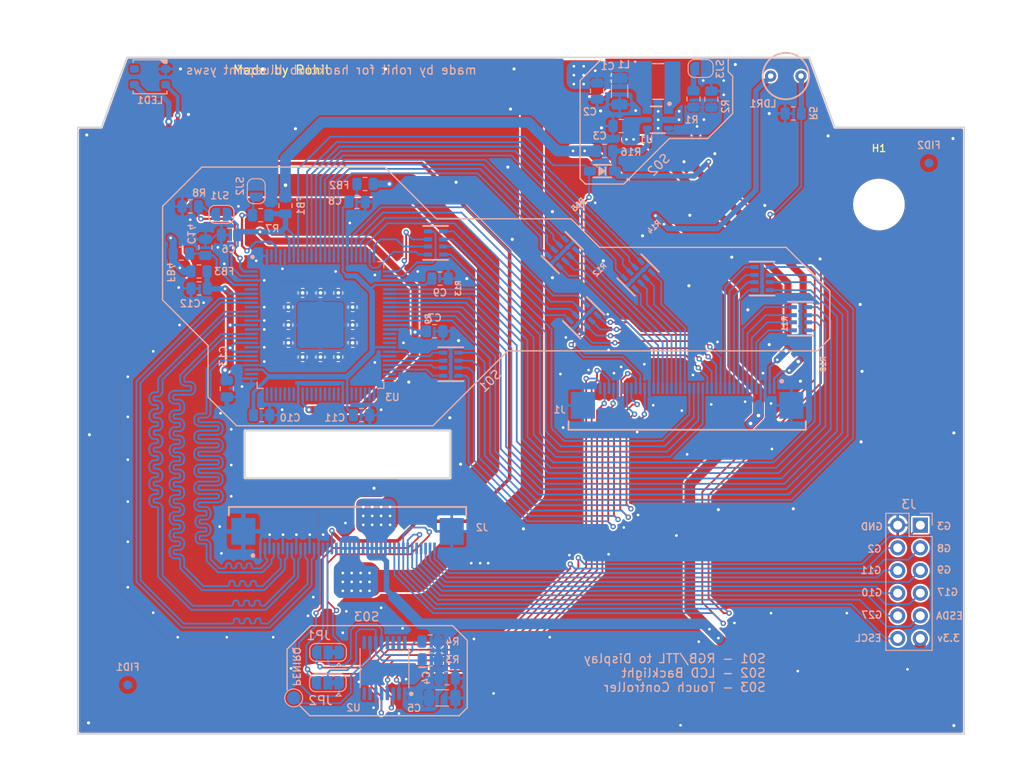
<source format=kicad_pcb>
(kicad_pcb (version 20241229) (generator "pcbnew") (generator_version "9.0")
  (layers (0 "F.Cu" signal) (2 "B.Cu" signal) (13 "F.Paste" user) (15 "B.Paste" user) (5 "F.SilkS" user "F.Silkscreen") (7 "B.SilkS" user "B.Silkscreen") (1 "F.Mask" user) (3 "B.Mask" user) (25 "Edge.Cuts" user))
  (net 0 "")
  (net 1 "GND")
  (net 2 "+BATT")
  (net 3 "/VLED+")
  (net 4 "VDDIO")
  (net 5 "AVDD")
  (net 6 "/X+")
  (net 7 "/Y+")
  (net 8 "/X-")
  (net 9 "/Y-")
  (net 10 "/ACTIVE")
  (net 11 "/PIXCLK")
  (net 12 "/HSYNC")
  (net 13 "/VSYNC")
  (net 14 "/DISPEN")
  (net 15 "/R0")
  (net 16 "/R1")
  (net 17 "/R2")
  (net 18 "/R3")
  (net 19 "/R4")
  (net 20 "/R5")
  (net 21 "/R6")
  (net 22 "/R7")
  (net 23 "/G3")
  (net 24 "/G2")
  (net 25 "/G1")
  (net 26 "/G0")
  (net 27 "/G4")
  (net 28 "/G5")
  (net 29 "/G6")
  (net 30 "/G7")
  (net 31 "/B3")
  (net 32 "/B2")
  (net 33 "/B1")
  (net 34 "/B0")
  (net 35 "/B7")
  (net 36 "/B6")
  (net 37 "/B5")
  (net 38 "/B4")
  (net 39 "/CTL1")
  (net 40 "/CTL2")
  (net 41 "/CTL3")
  (net 42 "/PWRDN")
  (net 43 "/PWRDN_O")
  (net 45 "/GPIO2")
  (net 46 "/GPIO3")
  (net 47 "/HDMI0_CK_N")
  (net 48 "/HDMI0_CK_P")
  (net 49 "/HDMI0_D0_N")
  (net 50 "/HDMI0_D0_P")
  (net 51 "/HDMI0_D1_N")
  (net 52 "/NEOPIXEL")
  (net 53 "/VLED-")
  (net 54 "/SW")
  (net 55 "Net-(R1-Pad2)")
  (net 56 "Net-(U3A-OVDD@1)")
  (net 57 "Net-(U3A-PVDD)")
  (net 58 "+3.3VA")
  (net 60 "/GPIO11")
  (net 61 "/GPIO9")
  (net 62 "/GPIO17")
  (net 63 "Net-(J1-Pin_5)")
  (net 64 "Net-(J1-Pin_6)")
  (net 65 "Net-(J1-Pin_7)")
  (net 66 "Net-(J1-Pin_8)")
  (net 67 "Net-(J1-Pin_9)")
  (net 68 "Net-(J1-Pin_10)")
  (net 69 "Net-(J1-Pin_11)")
  (net 70 "Net-(J1-Pin_12)")
  (net 71 "Net-(J1-Pin_13)")
  (net 72 "Net-(J1-Pin_14)")
  (net 73 "Net-(J1-Pin_15)")
  (net 74 "Net-(J1-Pin_16)")
  (net 75 "Net-(J1-Pin_17)")
  (net 76 "Net-(J1-Pin_18)")
  (net 77 "Net-(J1-Pin_19)")
  (net 78 "Net-(J1-Pin_20)")
  (net 79 "Net-(J1-Pin_21)")
  (net 80 "Net-(J1-Pin_22)")
  (net 81 "Net-(J1-Pin_23)")
  (net 82 "Net-(J1-Pin_24)")
  (net 83 "Net-(J1-Pin_25)")
  (net 84 "Net-(J1-Pin_26)")
  (net 85 "Net-(J1-Pin_27)")
  (net 86 "Net-(J1-Pin_28)")
  (net 91 "Net-(U3A-ST)")
  (net 92 "Net-(U3A-OCK_INV)")
  (net 93 "Net-(U3A-HSYNC)")
  (net 94 "Net-(R9B-1)")
  (net 95 "Net-(R9C-1)")
  (net 96 "Net-(R9D-1)")
  (net 122 "/HDMI0_D1_P")
  (net 123 "/HDMI0_D2_N")
  (net 124 "/HDMI0_D2_P")
  (net 125 "/GPIO10")
  (net 126 "/GPIO27")
  (net 127 "/GPIO8")
  (net 133 "Net-(P1-P)")
  (net 135 "SDA-ESP")
  (net 136 "LDR")
  (net 137 "SCL-ESP")
  (net 138 "BRIGTNESS_LCD")
  (net 139 "/TSC_SDA")
  (net 140 "/TSC_SCL")
  (footprint "MountingHole:MountingHole_5.3mm_M5" (layer "F.Cu") (at 196.5 74.5)
    (property "Reference" "H1")
    (property "Value" "MountingHole_Pad")
  )
  (footprint "mutantCybernetics:Capacitor-0805" (layer "B.Cu") (at 138.5 98.1)
    (property "Reference" "C11")
    (property "Value" "0.1uF")
  )
  (footprint "mutantCybernetics:Capacitor-0805" (layer "B.Cu") (at 138 74.2)
    (property "Reference" "C8")
    (property "Value" "0.1uF")
  )
  (footprint "mutantCybernetics:Capacitor-0805" (layer "B.Cu") (at 146.7 88.7)
    (property "Reference" "C7")
    (property "Value" "0.1uF")
  )
  (footprint "mutantCybernetics:Resistor-4x0603" (layer "B.Cu") (at 161 79.9 45)
    (property "Reference" "R15")
    (property "Value" "33R")
  )
  (footprint "mutantCybernetics:Resistor-4x0603" (layer "B.Cu") (at 146.8 78.8 -90)
    (property "Reference" "R13")
    (property "Value" "33R")
  )
  (footprint "mutantCybernetics:Resistor-4x0603" (layer "B.Cu") (at 169.5 82.4 45)
    (property "Reference" "R14")
    (property "Value" "33R")
  )
  (footprint "mutantCybernetics:Resistor-4x0603" (layer "B.Cu") (at 183.4 82.8 -90)
    (property "Reference" "R11")
    (property "Value" "33R")
  )
  (footprint "mutantCybernetics:SolderJumper-Open" (layer "B.Cu") (at 122.8 75.6 180)
    (property "Reference" "SJ1")
    (property "Value" "Solder_jumper-Open" (hide yes))
  )
  (footprint "mutantCybernetics:SOT-23-6" (layer "B.Cu") (at 171.72 65 180)
    (property "Reference" "U1")
    (property "Value" "AP3019AKTR-G1-(SOT23-6)")
  )
  (footprint "mutantCybernetics:Resistor-4x0603" (layer "B.Cu") (at 148.5 92.4 90)
    (property "Reference" "R9")
    (property "Value" "33R")
  )
  (footprint "Jumper:SolderJumper-3_P1.3mm_Bridged12_RoundedPad1.0x1.5mm" (layer "B.Cu") (at 134.75 124.7 180)
    (property "Reference" "JP1")
    (property "Value" "SJ2")
  )
  (footprint "mutantCybernetics:Capacitor-0805" (layer "B.Cu") (at 148.1 127.6)
    (property "Reference" "C4")
    (property "Value" "0.1uF")
  )
  (footprint "mutantCybernetics:Ferrite-0805" (layer "B.Cu") (at 120.281058 82 180)
    (property "Reference" "FB3")
    (property "Value" "0R")
  )
  (footprint "mutantCybernetics:LED-3535(WS2812B)" (layer "B.Cu") (at 114.79 60.18 180)
    (property "Reference" "LED1")
    (property "Value" "WS2812B3535")
  )
  (footprint "Fiducial:Fiducial_1mm_Mask2mm" (layer "B.Cu") (at 112.3 128.35 180)
    (property "Reference" "FID1")
    (property "Value" "Fiducial")
  )
  (footprint "mutantCybernetics:Capacitor-0805" (layer "B.Cu") (at 120.3 83.9 180)
    (property "Reference" "C12")
    (property "Value" "0.1uF")
  )
  (footprint "mutantCybernetics:Resistor-0805" (layer "B.Cu") (at 127.2 75.7 180)
    (property "Reference" "R7")
    (property "Value" "10K")
  )
  (footprint "mutantCybernetics:Resistor-4x0603" (layer "B.Cu") (at 187.7 87.3 -90)
    (property "Reference" "R10")
    (property "Value" "33R")
  )
  (footprint "mutantCybernetics:SolderJumper-Open" (layer "B.Cu") (at 126.7 73 -90)
    (property "Reference" "SJ2")
    (property "Value" "Solder_jumper-Open" (hide yes))
  )
  (footprint "mutantCybernetics:Capacitor-0805" (layer "B.Cu") (at 123.4 95.15 -90)
    (property "Reference" "C13")
    (property "Value" "0.1uF")
  )
  (footprint "mutantCybernetics:Ferrite-0805" (layer "B.Cu") (at 129.972863 74.621474 90)
    (property "Reference" "FB1")
    (property "Value" "0R")
  )
  (footprint "mutantCybernetics:Capacitor-0805" (layer "B.Cu") (at 167.6 65.7)
    (property "Reference" "C3")
    (property "Value" "1uF")
  )
  (footprint "mutantCybernetics:Inductor-4.0x4.0_H3" (layer "B.Cu") (at 171.75 60.7)
    (property "Reference" "L1")
    (property "Value" "22uH")
  )
  (footprint "mutantCybernetics:Resistor-4x0603" (layer "B.Cu") (at 163.4 87.2 45)
    (property "Reference" "R12")
    (property "Value" "33R")
  )
  (footprint "mutantCybernetics:Diode-SOD-323" (layer "B.Cu") (at 165.5 70.75 180)
    (property "Reference" "D1")
    (property "Value" "2N4148")
  )
  (footprint "mutantCybernetics:Ferrite-0805" (layer "B.Cu") (at 138.9 72.2)
    (property "Reference" "FB2")
    (property "Value" "0R")
  )
  (footprint "mutantCybernetics:Capacitor-0805" (layer "B.Cu") (at 123.7 77.9 180)
    (property "Reference" "C6")
    (property "Value" "0.1uF")
  )
  (footprint "Connector_PinHeader_2.54mm:PinHeader_2x06_P2.54mm_Vertical" (layer "B.Cu") (at 201.14 110.44 180)
    (property "Reference" "J3")
    (property "Value" "Conn_02x06_Odd_Even")
  )
  (footprint "mutantCybernetics:Capacitor-0805" (layer "B.Cu") (at 147.3 82.8)
    (property "Reference" "C9")
    (property "Value" "0.1uF")
  )
  (footprint "Jumper:SolderJumper-3_P1.3mm_Bridged12_RoundedPad1.0x1.5mm" (layer "B.Cu") (at 134.725 128.1 180)
    (property "Reference" "JP2")
    (property "Value" "SJ1")
  )
  (footprint "mutantCybernetics:TestPoint-Pad_D1.5mm" (layer "B.Cu") (at 130.9 129.8 180)
    (property "Reference" "P1" (hide yes))
    (property "Value" "Solder_pad")
  )
  (footprint "mutantCybernetics:QFP-100" (layer "B.Cu") (at 133.9 88)
    (property "Reference" "U3")
    (property "Value" "TFP401-(QFP-100)")
  )
  (footprint "mutantCybernetics:FPC-40-0.5mm-horizontal" (layer "B.Cu") (at 136.93 110.645)
    (property "Reference" "J2")
    (property "Value" "FPC-40")
  )
  (footprint "mutantCybernetics:Capacitor-1206" (layer "B.Cu") (at 167.43 61.8 90)
    (property "Reference" "C1")
    (property "Value" "10uF")
  )
  (footprint "mutantCybernetics:Capacitor-0805" (layer "B.Cu") (at 127.3 98.1)
    (property "Reference" "C10")
    (property "Value" "0.1uF")
  )
  (footprint "mutantCybernetics:Resistor-0805" (layer "B.Cu") (at 146.2 123.49 180)
    (property "Reference" "R4")
    (property "Value" "100K")
  )
  (footprint "mutantCybernetics:Capacitor-0805" (layer "B.Cu") (at 164.9 61.78 90)
    (property "Reference" "C2")
    (property "Value" "1uF")
  )
  (footprint "mutantCybernetics:Resistor-0805" (layer "B.Cu") (at 165.75 68.5 180)
    (property "Reference" "R16")
    (property "Value" "100K")
  )
  (footprint "mutantCybernetics:Ferrite-0805" (layer "B.Cu") (at 118.3 80 180)
    (property "Reference" "FB4")
    (property "Value" "0R")
  )
  (footprint "mutantCybernetics:Capacitor-0805" (layer "B.Cu") (at 121 79.3 90)
    (property "Reference" "C14")
    (property "Value" "0.1uF")
  )
  (footprint "mutantCybernetics:FPC-40-0.5mm-horizontal" (layer "B.Cu") (at 175 97.5 180)
    (property "Reference" "J1")
    (property "Value" "FPC-40")
  )
  (footprint "mutantCybernetics:TSSOP-16" (layer "B.Cu") (at 141.073893 126.45 90)
    (property "Reference" "U2")
    (property "Value" "TSC2007")
  )
  (footprint "mutantCybernetics:Resistor-0805" (layer "B.Cu") (at 119.3 74.7)
    (property "Reference" "R8")
    (property "Value" "10K")
  )
  (footprint "mutantCybernetics:Resistor-0805" (layer "B.Cu") (at 186.9 64.3 180)
    (property "Reference" "R5")
    (property "Value" "1K")
  )
  (footprint "mutantCybernetics:Resistor-0805" (layer "B.Cu") (at 177.7 62.7 90)
    (property "Reference" "R2")
    (property "Value" "10R")
  )
  (footprint "mutantCybernetics:SolderJumper-Open" (layer "B.Cu") (at 176.51 59.25 180)
    (property "Reference" "SJ3")
    (property "Value" "Solder_jumper-Open" (hide yes))
  )
  (footprint "mutantCybernetics:Resistor-0805" (layer "B.Cu") (at 175.7 62.67 90)
    (property "Reference" "R1")
    (property "Value" "15R")
  )
  (footprint "mutantCybernetics:LDR-5506-D5mm" (layer "B.Cu") (at 186.06 60.098 180)
    (property "Reference" "LDR1")
    (property "Value" "LDR")
  )
  (footprint "Fiducial:Fiducial_1mm_Mask2mm" (layer "B.Cu") (at 202.1 69.85 180)
    (property "Reference" "FID2")
    (property "Value" "Fiducial")
  )
  (footprint "mutantCybernetics:Resistor-0805" (layer "B.Cu") (at 146.2225 125.5 180)
    (property "Reference" "R3")
    (property "Value" "100K")
  )
  (footprint "mutantCybernetics:Capacitor-1206" (layer "B.Cu") (at 147.55 129.8)
    (property "Reference" "C5")
    (property "Value" "10uF")
  )
  (gr_line (start 163 60.6) (end 165.3 58.3) (stroke (width 0.15)) (layer "B.SilkS"))
  (gr_line (start 121.3 90.3) (end 121.3 96.1) (stroke (width 0.15)) (layer "B.SilkS"))
  (gr_line (start 154.9 90.9) (end 189.6 90.9) (stroke (width 0.15)) (layer "B.SilkS"))
  (gr_line (start 124.5 99.3) (end 146.5 99.3) (stroke (width 0.15)) (layer "B.SilkS"))
  (gr_line (start 180.1 64.3) (end 177.3 67.1) (stroke (width 0.15)) (layer "B.SilkS"))
  (gr_line (start 163.6 72.2) (end 163 71.6) (stroke (width 0.15)) (layer "B.SilkS"))
  (gr_line (start 179.6 59.6) (end 180.1 60.1) (stroke (width 0.15)) (layer "B.SilkS"))
  (gr_line (start 179.6 58.1) (end 179.6 59.6) (stroke (width 0.15)) (layer "B.SilkS"))
  (gr_line (start 132.8 121.7) (end 130.15437 124.34563) (stroke (width 0.15)) (layer "B.SilkS"))
  (gr_line (start 165.2 79.3) (end 161.999967 76.099967) (stroke (width 0.15)) (layer "B.SilkS"))
  (gr_line (start 149.45 131.8) (end 150.35 130.9) (stroke (width 0.15)) (layer "B.SilkS"))
  (gr_line (start 146.899104 76.099104) (end 141.1 70.3) (stroke (width 0.15)) (layer "B.SilkS"))
  (gr_line (start 148.7 121.7) (end 150.349643 123.349643) (stroke (width 0.15)) (layer "B.SilkS"))
  (gr_line (start 121.3 96.1) (end 124.500121 99.300121) (stroke (width 0.15)) (layer "B.SilkS"))
  (gr_line (start 173 67.1) (end 167.9 72.2) (stroke (width 0.15)) (layer "B.SilkS"))
  (gr_line (start 163 71.6) (end 163 60.6) (stroke (width 0.15)) (layer "B.SilkS"))
  (gr_line (start 162 76.1) (end 146.9 76.1) (stroke (width 0.15)) (layer "B.SilkS"))
  (gr_line (start 189.6 90.9) (end 191 89.5) (stroke (width 0.15)) (layer "B.SilkS"))
  (gr_line (start 150.35 130.9) (end 150.35 123.35) (stroke (width 0.15)) (layer "B.SilkS"))
  (gr_line (start 149.45 131.8) (end 132.7 131.8) (stroke (width 0.15)) (layer "B.SilkS"))
  (gr_line (start 116.2 74.7) (end 116.2 85.2) (stroke (width 0.15)) (layer "B.SilkS"))
  (gr_line (start 177.3 67.1) (end 173 67.1) (stroke (width 0.15)) (layer "B.SilkS"))
  (gr_line (start 180.1 60.1) (end 180.1 64.3) (stroke (width 0.15)) (layer "B.SilkS"))
  (gr_line (start 186.1 79.3) (end 165.2 79.3) (stroke (width 0.15)) (layer "B.SilkS"))
  (gr_line (start 116.2 85.2) (end 121.3 90.3) (stroke (width 0.15)) (layer "B.SilkS"))
  (gr_line (start 191 84.2) (end 186.1 79.3) (stroke (width 0.15)) (layer "B.SilkS"))
  (gr_line (start 146.500062 99.299938) (end 154.899938 90.900062) (stroke (width 0.15)) (layer "B.SilkS"))
  (gr_line (start 120.6 70.3) (end 116.2 74.7) (stroke (width 0.15)) (layer "B.SilkS"))
  (gr_line (start 132.8 121.7) (end 148.7 121.7) (stroke (width 0.15)) (layer "B.SilkS"))
  (gr_line (start 167.9 72.2) (end 163.6 72.2) (stroke (width 0.15)) (layer "B.SilkS"))
  (gr_line (start 130.15437 124.34563) (end 130.15437 128.9) (stroke (width 0.15)) (layer "B.SilkS"))
  (gr_line (start 132.7 131.8) (end 131.6 130.7) (stroke (width 0.15)) (layer "B.SilkS"))
  (gr_line (start 191 89.5) (end 191 84.2) (stroke (width 0.15)) (layer "B.SilkS"))
  (gr_line (start 141.1 70.3) (end 120.6 70.3) (stroke (width 0.15)) (layer "B.SilkS"))
  (gr_circle (center 196.5 74.5) (end 194 74.5) (stroke (width 0.16)) (fill no) (layer "Edge.Cuts"))
  (gr_line (start 106.692834 65.85) (end 109.342834 65.85) (stroke (width 0.16)) (layer "Edge.Cuts"))
  (gr_line (start 125.43 105.15) (end 125.43 99.85) (stroke (width 0.16)) (layer "Edge.Cuts"))
  (gr_line (start 125.43 99.85) (end 148.43 99.85) (stroke (width 0.16)) (layer "Edge.Cuts"))
  (gr_line (start 206.057166 65.85) (end 206.057166 133.85) (stroke (width 0.16)) (layer "Edge.Cuts"))
  (gr_line (start 148.43 105.15) (end 125.43 105.15) (stroke (width 0.16)) (layer "Edge.Cuts"))
  (gr_line (start 191.557166 65.85) (end 206.057166 65.85) (stroke (width 0.16)) (layer "Edge.Cuts"))
  (gr_line (start 206.057166 133.85) (end 106.692834 133.85) (stroke (width 0.16)) (layer "Edge.Cuts"))
  (gr_line (start 106.692834 133.85) (end 106.692834 65.85) (stroke (width 0.16)) (layer "Edge.Cuts"))
  (gr_line (start 109.342834 65.85) (end 112.2 58) (stroke (width 0.16)) (layer "Edge.Cuts"))
  (gr_line (start 112.2 58) (end 188.7 58) (stroke (width 0.16)) (layer "Edge.Cuts"))
  (gr_line (start 148.43 99.85) (end 148.43 105.15) (stroke (width 0.16)) (layer "Edge.Cuts"))
  (gr_line (start 188.7 58) (end 191.557166 65.85) (stroke (width 0.16)) (layer "Edge.Cuts"))
  (gr_text "Made by Rohit" (at 124 60 0) (layer "F.SilkS") (effects (font (size 1 1)) (justify left bottom)))
  (gr_text "G27" (at 195.7 120.5 0) (layer "B.SilkS") (effects (font (size 0.8 0.8)) (justify mirror)))
  (gr_text "ESDA" (at 204.4 120.6 0) (layer "B.SilkS") (effects (font (size 0.8 0.8)) (justify mirror)))
  (gr_text "G3" (at 203.8 110.55 0) (layer "B.SilkS") (effects (font (size 0.8 0.8)) (justify mirror)))
  (gr_text "G10" (at 195.7 118 0) (layer "B.SilkS") (effects (font (size 0.8 0.8)) (justify mirror)))
  (gr_text "GND" (at 195.7 110.6 0) (layer "B.SilkS") (effects (font (size 0.8 0.8)) (justify mirror)))
  (gr_text "G9" (at 203.8 115.45 0) (layer "B.SilkS") (effects (font (size 0.8 0.8)) (justify mirror)))
  (gr_text "G11" (at 195.6 115.5 0) (layer "B.SilkS") (effects (font (size 0.8 0.8)) (justify mirror)))
  (gr_text "ESCL" (at 195.3 123.1 0) (layer "B.SilkS") (effects (font (size 0.8 0.8)) (justify mirror)))
  (gr_text "S01 - RGB/TTL to Display\nS02 - LCD Backlight\nS03 - Touch Controller" (at 183.9 129.2 0) (layer "B.SilkS") (effects (font (size 1 1)) (justify left bottom mirror)))
  (gr_text "G17" (at 204.2 117.95 0) (layer "B.SilkS") (effects (font (size 0.8 0.8)) (justify mirror)))
  (gr_text "PENIRQ" (at 131.2 126.3 -90) (layer "B.SilkS") (effects (font (size 0.8 0.8)) (justify mirror)))
  (gr_text "G2" (at 196 113.1 0) (layer "B.SilkS") (effects (font (size 0.8 0.8)) (justify mirror)))
  (gr_text "S03" (at 140.6 121.3 0) (layer "B.SilkS") (effects (font (size 1 1)) (justify left bottom mirror)))
  (gr_text "made by rohit for hackclub blueprint ysws" (at 151.5 60 0) (layer "B.SilkS") (effects (font (size 1 1)) (justify left bottom mirror)))
  (gr_text "3.3v" (at 204.3 123.1 0) (layer "B.SilkS") (effects (font (size 0.8 0.8)) (justify mirror)))
  (gr_text "G8" (at 203.8 113.05 0) (layer "B.SilkS") (effects (font (size 0.8 0.8)) (justify mirror)))
  (gr_text "S02" (at 173.3 69.4 45) (layer "B.SilkS") (effects (font (size 1 1)) (justify left bottom mirror)))
  (gr_text "S01" (at 154.4 93.6 45) (layer "B.SilkS") (effects (font (size 1 1)) (justify left bottom mirror)))
  (via (at 183.5 93.4) (size 0.6) (drill 0.3) (layers "F.Cu" "B.Cu") (net 1))
  (via (at 165.3 64) (size 0.75) (drill 0.35) (layers "F.Cu" "B.Cu") (net 1))
  (via (at 163.95 93.05) (size 0.6) (drill 0.3) (layers "F.Cu" "B.Cu") (net 1))
  (via (at 159.9 75.3) (size 0.75) (drill 0.35) (layers "F.Cu" "B.Cu") (net 1))
  (via (at 139.9 106.3) (size 0.75) (drill 0.35) (layers "F.Cu" "B.Cu") (net 1))
  (via (at 171.2 97) (size 0.6) (drill 0.3) (layers "F.Cu" "B.Cu") (net 1))
  (via (at 118.2 59.3) (size 0.75) (drill 0.35) (layers "F.Cu" "B.Cu") (net 1))
  (via (at 161.1 99.5) (size 0.6) (drill 0.3) (layers "F.Cu" "B.Cu") (net 1))
  (via (at 160.8 93.5) (size 0.6) (drill 0.3) (layers "F.Cu" "B.Cu") (net 1))
  (via (at 112.3 112.3) (size 0.6) (drill 0.3) (layers "F.Cu" "B.Cu") (net 1))
  (via (at 122.4 79.3) (size 0.6) (drill 0.3) (layers "F.Cu" "B.Cu") (net 1))
  (via (at 170.2 92.4) (size 0.6) (drill 0.3) (layers "F.Cu" "B.Cu") (net 1))
  (via (at 112.3 98.3) (size 0.6) (drill 0.3) (layers "F.Cu" "B.Cu") (net 1))
  (via (at 140 92.2) (size 0.6) (drill 0.3) (layers "F.Cu" "B.Cu") (net 1))
  (via (at 181.5 96.6) (size 0.6) (drill 0.3) (layers "F.Cu" "B.Cu") (net 1))
  (via (at 123.116556 81.14807) (size 0.6) (drill 0.3) (layers "F.Cu" "B.Cu") (net 1))
  (via (at 178.1 68.8) (size 0.75) (drill 0.35) (layers "F.Cu" "B.Cu") (net 1))
  (via (at 118.1 88) (size 0.6) (drill 0.3) (layers "F.Cu" "B.Cu") (net 1))
  (via (at 127.6 86) (size 0.6) (drill 0.3) (layers "F.Cu" "B.Cu") (net 1))
  (via (at 175.3 75.7) (size 0.75) (drill 0.35) (layers "F.Cu" "B.Cu") (net 1))
  (via (at 120.8 85.5) (size 0.6) (drill 0.3) (layers "F.Cu" "B.Cu") (net 1))
  (via (at 136.8 120.1) (size 0.6) (drill 0.3) (layers "F.Cu" "B.Cu") (net 1))
  (via (at 138.2 128) (size 0.6) (drill 0.3) (layers "F.Cu" "B.Cu") (net 1))
  (via (at 133.1 118.5) (size 0.6) (drill 0.3) (layers "F.Cu" "B.Cu") (net 1))
  (via (at 169.5 109.3) (size 0.6) (drill 0.3) (layers "F.Cu" "B.Cu") (net 1))
  (via (at 204.9 100.1) (size 0.75) (drill 0.35) (layers "F.Cu" "B.Cu") (net 1))
  (via (at 117.9 123) (size 0.6) (drill 0.3) (layers "F.Cu" "B.Cu") (net 1))
  (via (at 127.6 92.1) (size 0.6) (drill 0.3) (layers "F.Cu" "B.Cu") (net 1))
  (via (at 131.1 66) (size 0.75) (drill 0.35) (layers "F.Cu" "B.Cu") (net 1))
  (via (at 170 78) (size 0.75) (drill 0.35) (layers "F.Cu" "B.Cu") (net 1))
  (via (at 204.8 67.1) (size 0.75) (drill 0.35) (layers "F.Cu" "B.Cu") (net 1))
  (via (at 137.187981 76.566018) (size 0.6) (drill 0.3) (layers "F.Cu" "B.Cu") (net 1))
  (via (at 192.9 120.3) (size 0.6) (drill 0.3) (layers "F.Cu" "B.Cu") (net 1))
  (via (at 143.1 122) (size 0.6) (drill 0.3) (layers "F.Cu" "B.Cu") (net 1))
  (via (at 204.9 132.9) (size 0.75) (drill 0.35) (layers "F.Cu" "B.Cu") (net 1))
  (via (at 127.6 83.000689) (size 0.6) (drill 0.3) (layers "F.Cu" "B.Cu") (net 1))
  (via (at 165.4 65.9) (size 0.75) (drill 0.35) (layers "F.Cu" "B.Cu") (net 1))
  (via (at 180.4 58.8) (size 0.75) (drill 0.35) (layers "F.Cu" "B.Cu") (net 1))
  (via (at 152.7 114.7) (size 0.6) (drill 0.3) (layers "F.Cu" "B.Cu") (net 1))
  (via (at 184.4 120.3) (size 0.6) (drill 0.3) (layers "F.Cu" "B.Cu") (net 1))
  (via (at 150.3 82.8) (size 0.75) (drill 0.35) (layers "F.Cu" "B.Cu") (net 1))
  (via (at 161.4 89.4) (size 0.6) (drill 0.3) (layers "F.Cu" "B.Cu") (net 1))
  (via (at 154.9 70.3) (size 0.75) (drill 0.35) (layers "F.Cu" "B.Cu") (net 1))
  (via (at 127.6 87.5) (size 0.6) (drill 0.3) (layers "F.Cu" "B.Cu") (net 1))
  (via (at 161.8 113.8) (size 0.6) (drill 0.3) (layers "F.Cu" "B.Cu") (net 1))
  (via (at 184.4 96.8) (size 0.6) (drill 0.3) (layers "F.Cu" "B.Cu") (net 1))
  (via (at 122.8 113.6) (size 0.6) (drill 0.3) (layers "F.Cu" "B.Cu") (net 1))
  (via (at 166.2 113.7) (size 0.6) (drill 0.3) (layers "F.Cu" "B.Cu") (net 1))
  (via (at 173.8 111.6) (size 0.6) (drill 0.3) (layers "F.Cu" "B.Cu") (net 1))
  (via (at 132.7 111.5) (size 0.6) (drill 0.3) (layers "F.Cu" "B.Cu") (net 1))
  (via (at 143.8 94.4) (size 0.75) (drill 0.35) (layers "F.Cu" "B.Cu") (net 1))
  (via (at 179.1 62.2) (size 0.6) (drill 0.3) (layers "F.Cu" "B.Cu") (net 1))
  (via (at 136.4 122.5) (size 0.6) (drill 0.3) (layers "F.Cu" "B.Cu") (net 1))
  (via (at 155.4 78.4) (size 0.75) (drill 0.35) (layers "F.Cu" "B.Cu") (net 1))
  (via (at 119.3 76.2) (size 0.6) (drill 0.3) (layers "F.Cu" "B.Cu") (net 1))
  (via (at 181.8 86.3) (size 0.75) (drill 0.35) (layers "F.Cu" "B.Cu") (net 1))
  (via (at 149.1 72) (size 0.75) (drill 0.35) (layers "F.Cu" "B.Cu") (net 1))
  (via (at 199.7 126.6) (size 0.6) (drill 0.3) (layers "F.Cu" "B.Cu") (net 1))
  (via (at 140 82.4) (size 0.6) (drill 0.3) (layers "F.Cu" "B.Cu") (net 1))
  (via (at 171.75 65.95) (size 0.6) (drill 0.3) (layers "F.Cu" "B.Cu") (net 1))
  (via (at 186.9 108.6) (size 0.75) (drill 0.35) (layers "F.Cu" "B.Cu") (net 1))
  (via (at 124.7 74.7) (size 0.6) (drill 0.3) (layers "F.Cu" "B.Cu") (net 1))
  (via (at 184.2 64.3) (size 0.75) (drill 0.35) (layers "F.Cu" "B.Cu") (net 1))
  (via (at 178.5 108.7) (size 0.75) (drill 0.35) (layers "F.Cu" "B.Cu") (net 1))
  (via (at 184.2 90.2) (size 0.75) (drill 0.35) (layers "F.Cu" "B.Cu") (net 1))
  (via (at 174.11 64.05) (size 0.6) (drill 0.3) (layers "F.Cu" "B.Cu") (net 1))
  (via (at 177.7 96.9) (size 0.6) (drill 0.3) (layers "F.Cu" "B.Cu") (net 1))
  (via (at 136.7 110.2) (size 0.6) (drill 0.3) (layers "F.Cu" "B.Cu") (net 1))
  (via (at 127.4 59.3) (size 0.75) (drill 0.35) (layers "F.Cu" "B.Cu") (net 1))
  (via (at 148.4 98.4) (size 0.75) (drill 0.35) (layers "F.Cu" "B.Cu") (net 1))
  (via (at 131.2 111.5) (size 0.6) (drill 0.3) (layers "F.Cu" "B.Cu") (net 1))
  (via (at 155.6 59.3) (size 0.75) (drill 0.35) (layers "F.Cu" "B.Cu") (net 1))
  (via (at 135.6 82) (size 0.6) (drill 0.3) (layers "F.Cu" "B.Cu") (net 1))
  (via (at 149.6 103.6) (size 0.75) (drill 0.35) (layers "F.Cu" "B.Cu") (net 1))
  (via (at 119.1 64.4) (size 0.75) (drill 0.35) (layers "F.Cu" "B.Cu") (net 1))
  (via (at 129.7 111.5) (size 0.6) (drill 0.3) (layers "F.Cu" "B.Cu") (net 1))
  (via (at 180.3 121.4) (size 0.6) (drill 0.3) (layers "F.Cu" "B.Cu") (net 1))
  (via (at 174.26 132.87) (size 0.6) (drill 0.3) (layers "F.Cu" "B.Cu") (net 1))
  (via (at 159.9 82.7) (size 0.75) (drill 0.35) (layers "F.Cu" "B.Cu") (net 1))
  (via (at 155.2 63.8) (size 0.75) (drill 0.35) (layers "F.Cu" "B.Cu") (net 1))
  (via (at 171.75 65) (size 0.6) (drill 0.3) (layers "F.Cu" "B.Cu") (net 1))
  (via (at 129.6 97.5) (size 0.6) (drill 0.3) (layers "F.Cu" "B.Cu") (net 1))
  (via (at 164.7 74.3) (size 0.6) (drill 0.3) (layers "F.Cu" "B.Cu") (net 1))
  (via (at 187.4 126.8) (size 0.6) (drill 0.3) (layers "F.Cu" "B.Cu") (net 1))
  (via (at 143.5 127.7) (size 0.6) (drill 0.3) (layers "F.Cu" "B.Cu") (net 1))
  (via (at 127.6 90.5) (size 0.6) (drill 0.3) (layers "F.Cu" "B.Cu") (net 1))
  (via (at 166.8 93.4) (size 0.6) (drill 0.3) (layers "F.Cu" "B.Cu") (net 1))
  (via (at 166.1 86.8) (size 0.6) (drill 0.3) (layers "F.Cu" "B.Cu") (net 1))
  (via (at 176.8 60.6) (size 0.6) (drill 0.3) (layers "F.Cu" "B.Cu") (net 1))
  (via (at 123.9 99.7) (size 0.6) (drill 0.3) (layers "F.Cu" "B.Cu") (net 1))
  (via (at 143.2 90) (size 0.6) (drill 0.3) (layers "F.Cu" "B.Cu") (net 1))
  (via (at 126.7 80.8) (size 0.6) (drill 0.3) (layers "F.Cu" "B.Cu") (net 1))
  (via (at 175 102.5) (size 0.6) (drill 0.3) (layers "F.Cu" "B.Cu") (net 1))
  (via (at 190.8 66.8) (size 0.75) (drill 0.35) (layers "F.Cu" "B.Cu") (net 1))
  (via (at 130.6 126.5) (size 0.6) (drill 0.3) (layers "F.Cu" "B.Cu") (net 1))
  (via (at 112.3 103.1) (size 0.6) (drill 0.3) (layers "F.Cu" "B.Cu") (net 1))
  (via (at 179.1 60.6) (size 0.6) (drill 0.3) (layers "F.Cu" "B.Cu") (net 1))
  (via (at 132.5 120.6) (size 0.6) (drill 0.3) (layers "F.Cu" "B.Cu") (net 1))
  (via (at 174.09 64.99) (size 0.6) (drill 0.3) (layers "F.Cu" "B.Cu") (net 1))
  (via (at 167.9 110.7) (size 0.6) (drill 0.3) (layers "F.Cu" "B.Cu") (net 1))
  (via (at 144.8 82) (size 0.6) (drill 0.3) (layers "F.Cu" "B.Cu") (net 1))
  (via (at 107.7 66.7) (size 0.75) (drill 0.35) (layers "F.Cu" "B.Cu") (net 1))
  (via (at 166.2 90.8) (size 0.6) (drill 0.3) (layers "F.Cu" "B.Cu") (net 1))
  (via (at 176.3 123.5) (size 0.6) (drill 0.3) (layers "F.Cu" "B.Cu") (net 1))
  (via (at 165.6 80.8) (size 0.75) (drill 0.35) (layers "F.Cu" "B.Cu") (net 1))
  (via (at 175.2 83.6) (size 0.75) (drill 0.35) (layers "F.Cu" "B.Cu") (net 1))
  (via (at 108 100.3) (size 0.75) (drill 0.35) (layers "F.Cu" "B.Cu") (net 1))
  (via (at 178.4 89.9) (size 0.6) (drill 0.3) (layers "F.Cu" "B.Cu") (net 1))
  (via (at 127.6 88.5) (size 0.6) (drill 0.3) (layers "F.Cu" "B.Cu") (net 1))
  (via (at 123.9 103.7) (size 0.6) (drill 0.3) (layers "F.Cu" "B.Cu") (net 1))
  (via (at 149.38 89.75) (size 0.75) (drill 0.35) (layers "F.Cu" "B.Cu") (net 1))
  (via (at 183.7 74.6) (size 0.75) (drill 0.35) (layers "F.Cu" "B.Cu") (net 1))
  (via (at 184.5 101.9) (size 0.6) (drill 0.3) (layers "F.Cu" "B.Cu") (net 1))
  (via (at 194.6 93.2) (size 0.75) (drill 0.35) (layers "F.Cu" "B.Cu") (net 1))
  (via (at 125.1 94.9) (size 0.6) (drill 0.3) (layers "F.Cu" "B.Cu") (net 1))
  (via (at 174.4 97.6) (size 0.6) (drill 0.3) (layers "F.Cu" "B.Cu") (net 1))
  (via (at 153.3 129.3) (size 0.6) (drill 0.3) (layers "F.Cu" "B.Cu") (net 1))
  (via (at 169.23 63.97) (size 0.6) (drill 0.3) (layers "F.Cu" "B.Cu") (net 1))
  (via (at 156.65 110.85) (size 0.75) (drill 0.35) (layers "F.Cu" "B.Cu") (net 1))
  (via (at 134.2 111.5) (size 0.6) (drill 0.3) (layers "F.Cu" "B.Cu") (net 1))
  (via (at 139.85 130.9) (size 0.6) (drill 0.3) (layers "F.Cu" "B.Cu") (net 1))
  (via (at 194.4 85.7) (size 0.75) (drill 0.35) (layers "F.Cu" "B.Cu") (net 1))
  (via (at 128.2 111.5) (size 0.6) (drill 0.3) (layers "F.Cu" "B.Cu") (net 1))
  (via (at 107.9 132.6) (size 0.75) (drill 0.35) (layers "F.Cu" "B.Cu") (net 1))
  (via (at 180 80.4) (size 0.75) (drill 0.35) (layers "F.Cu" "B.Cu") (net 1))
  (via (at 194.5 101.1) (size 0.75) (drill 0.35) (layers "F.Cu" "B.Cu") (net 1))
  (via (at 123.9 107.2) (size 0.6) (drill 0.3) (layers "F.Cu" "B.Cu") (net 1))
  (via (at 174.65 69.7) (size 0.75) (drill 0.35) (layers "F.Cu" "B.Cu") (net 1))
  (via (at 115.15 90.95) (size 0.6) (drill 0.3) (layers "F.Cu" "B.Cu") (net 1))
  (via (at 122.6 110.6) (size 0.6) (drill 0.3) (layers "F.Cu" "B.Cu") (net 1))
  (via (at 151.098893 123.2) (size 0.6) (drill 0.3) (layers "F.Cu" "B.Cu") (net 1))
  (via (at 140.7 97.5) (size 0.6) (drill 0.3) (layers "F.Cu" "B.Cu") (net 1))
  (via (at 115.15 120.25) (size 0.6) (drill 0.3) (layers "F.Cu" "B.Cu") (net 1))
  (via (at 141.2 59.3) (size 0.75) (drill 0.35) (layers "F.Cu" "B.Cu") (net 1))
  (via (at 189.9 80.6) (size 0.75) (drill 0.35) (layers "F.Cu" "B.Cu") (net 1))
  (via (at 128.6 123) (size 0.6) (drill 0.3) (layers "F.Cu" "B.Cu") (net 1))
  (via (at 122.7 97.9) (size 0.6) (drill 0.3) (layers "F.Cu" "B.Cu") (net 1))
  (via (at 151.8 114.7) (size 0.6) (drill 0.3) (layers "F.Cu" "B.Cu") (net 1))
  (via (at 169.4 100) (size 0.6) (drill 0.3) (layers "F.Cu" "B.Cu") (net 1))
  (via (at 159.6 123) (size 0.6) (drill 0.3) (layers "F.Cu" "B.Cu") (net 1))
  (via (at 140.7 119.7) (size 0.6) (drill 0.3) (layers "F.Cu" "B.Cu") (net 1))
  (via (at 112.3 117.4) (size 0.6) (drill 0.3) (layers "F.Cu" "B.Cu") (net 1))
  (via (at 150.8 114.7) (size 0.6) (drill 0.3) (layers "F.Cu" "B.Cu") (net 1))
  (via (at 187.7 94.3) (size 0.75) (drill 0.35) (layers "F.Cu" "B.Cu") (net 1))
  (via (at 123.4 123) (size 0.6) (drill 0.3) (layers "F.Cu" "B.Cu") (net 1))
  (via (at 142.7 131.55) (size 0.6) (drill 0.3) (layers "F.Cu" "B.Cu") (net 1))
  (via (at 171.75 64.05) (size 0.6) (drill 0.3) (layers "F.Cu" "B.Cu") (net 1))
  (via (at 167.6 92.7) (size 0.6) (drill 0.3) (layers "F.Cu" "B.Cu") (net 1))
  (via (at 112.3 107.8) (size 0.6) (drill 0.3) (layers "F.Cu" "B.Cu") (net 1))
  (via (at 129.63608 81.7) (size 0.6) (drill 0.3) (layers "F.Cu" "B.Cu") (net 1))
  (via (at 118 83.8) (size 0.6) (drill 0.3) (layers "F.Cu" "B.Cu") (net 1))
  (via (at 112.3 93.8) (size 0.6) (drill 0.3) (layers "F.Cu" "B.Cu") (net 1))
  (via (at 175.65 93.6) (size 0.6) (drill 0.3) (layers "F.Cu" "B.Cu") (net 1))
  (segment (start 121 78.3875) (end 121.7125 78.3875) (width 0.2) (layer "B.Cu") (net 1))
  (segment (start 112.3 117.4) (end 112.3 112.3) (width 0.2) (layer "B.Cu") (net 1))
  (segment (start 129.4 80.25) (end 129.402735 80.252735) (width 0.25) (layer "B.Cu") (net 1))
  (segment (start 133.1 118.5) (end 128.6 123) (width 0.2) (layer "B.Cu") (net 1))
  (segment (start 129.7 111.5) (end 129.677 111.523) (width 0.2) (layer "B.Cu") (net 1))
  (segment (start 129.677 111.523) (end 129.677 113.045) (width 0.2) (layer "B.Cu") (net 1))
  (segment (start 120.8 85.5) (end 120.6 85.5) (width 0.2) (layer "B.Cu") (net 1))
  (segment (start 132.677 111.523) (end 132.677 113.045) (width 0.2) (layer "B.Cu") (net 1))
  (segment (start 122.2 77.9) (end 122.7875 77.9) (width 0.2) (layer "B.Cu") (net 1))
  (segment (start 131.183 111.517) (end 131.183 113.045) (width 0.2) (layer "B.Cu") (net 1))
  (segment (start 128.2 111.5) (end 128.183 111.517) (width 0.2) (layer "B.Cu") (net 1))
  (segment (start 132.7 111.5) (end 132.677 111.523) (width 0.2) (layer "B.Cu") (net 1))
  (segment (start 126.15 92.5) (end 126.154205 92.504204) (width 0.25) (layer "B.Cu") (net 1))
  (segment (start 117.9 123) (end 112.3 117.4) (width 0.2) (layer "B.Cu") (net 1))
  (segment (start 120.6 85.5) (end 112.3 93.8) (width 0.2) (layer "B.Cu") (net 1))
  (segment (start 112.3 112.3) (end 112.3 93.8) (width 0.2) (layer "B.Cu") (net 1))
  (segment (start 128.6 123) (end 117.9 123) (width 0.2) (layer "B.Cu") (net 1))
  (segment (start 121.7125 78.3875) (end 122.2 77.9) (width 0.2) (layer "B.Cu") (net 1))
  (segment (start 128.183 111.517) (end 128.183 113.045) (width 0.2) (layer "B.Cu") (net 1))
  (segment (start 131.2 111.5) (end 131.183 111.517) (width 0.2) (layer "B.Cu") (net 1))
  (segment (start 160.9 60) (end 157.6 63.3) (width 2.5) (layer "F.Cu") (net 2))
  (segment (start 151.8 112.5) (end 149 112.5) (width 2.5) (layer "F.Cu") (net 2))
  (segment (start 144.8 116.7) (end 137.4 116.7) (width 2.5) (layer "F.Cu") (net 2))
  (segment (start 149 112.5) (end 144.8 116.7) (width 2.5) (layer "F.Cu") (net 2))
  (segment (start 157.6 106.7) (end 151.8 112.5) (width 2.5) (layer "F.Cu") (net 2))
  (segment (start 157.6 63.3) (end 157.6 106.7) (width 2.5) (layer "F.Cu") (net 2))
  (segment (start 162.5 60) (end 160.9 60) (width 2.5) (layer "F.Cu") (net 2))
  (via (at 138.4 117.8) (size 0.6) (drill 0.3) (layers "F.Cu" "B.Cu") (net 2))
  (via (at 136.4 117.8) (size 0.6) (drill 0.3) (layers "F.Cu" "B.Cu") (net 2))
  (via (at 138.4 115.8) (size 0.6) (drill 0.3) (layers "F.Cu" "B.Cu") (net 2))
  (via (at 139.4 116.8) (size 0.6) (drill 0.3) (layers "F.Cu" "B.Cu") (net 2))
  (via (at 137.4 117.8) (size 0.6) (drill 0.3) (layers "F.Cu" "B.Cu") (net 2))
  (via (at 136.4 116.8) (size 0.6) (drill 0.3) (layers "F.Cu" "B.Cu") (net 2))
  (via (at 162.3 61) (size 0.6) (drill 0.3) (layers "F.Cu" "B.Cu") (net 2))
  (via (at 138.4 116.8) (size 0.6) (drill 0.3) (layers "F.Cu" "B.Cu") (net 2))
  (via (at 162.3 59) (size 0.6) (drill 0.3) (layers "F.Cu" "B.Cu") (net 2))
  (via (at 162.3 60) (size 0.6) (drill 0.3) (layers "F.Cu" "B.Cu") (net 2))
  (via (at 139.4 115.8) (size 0.6) (drill 0.3) (layers "F.Cu" "B.Cu") (net 2))
  (via (at 163.4 59) (size 0.6) (drill 0.3) (layers "F.Cu" "B.Cu") (net 2))
  (via (at 139.4 117.8) (size 0.6) (drill 0.3) (layers "F.Cu" "B.Cu") (net 2))
  (via (at 137.4 115.8) (size 0.6) (drill 0.3) (layers "F.Cu" "B.Cu") (net 2))
  (via (at 163.4 60) (size 0.6) (drill 0.3) (layers "F.Cu" "B.Cu") (net 2))
  (via (at 137.4 116.8) (size 0.6) (drill 0.3) (layers "F.Cu" "B.Cu") (net 2))
  (via (at 164.7 59.5) (size 0.6) (drill 0.3) (layers "F.Cu" "B.Cu") (net 2))
  (via (at 163.4 61) (size 0.6) (drill 0.3) (layers "F.Cu" "B.Cu") (net 2))
  (via (at 136.4 115.8) (size 0.6) (drill 0.3) (layers "F.Cu" "B.Cu") (net 2))
  (segment (start 186.3 83.3) (end 170.2 67.2) (width 0.8) (layer "F.Cu") (net 3))
  (segment (start 169 67.2) (end 168.2 67.2) (width 0.8) (layer "F.Cu") (net 3))
  (segment (start 185.1 91.9) (end 186.3 90.7) (width 0.8) (layer "F.Cu") (net 3))
  (segment (start 186.3 90.7) (end 186.3 83.3) (width 0.8) (layer "F.Cu") (net 3))
  (segment (start 170.2 67.2) (end 169 67.2) (width 0.8) (layer "F.Cu") (net 3))
  (via (at 169 67.2) (size 0.6) (drill 0.3) (layers "F.Cu" "B.Cu") (net 3))
  (via (at 168.2 67.2) (size 0.6) (drill 0.3) (layers "F.Cu" "B.Cu") (net 3))
  (via (at 186.1 90.9) (size 0.8) (drill 0.4) (layers "F.Cu" "B.Cu") (net 3))
  (via (at 185.1 91.9) (size 0.6) (drill 0.3) (layers "F.Cu" "B.Cu") (net 3))
  (segment (start 185.1 91.9) (end 184.25 92.75) (width 0.25) (layer "B.Cu") (net 3))
  (segment (start 186.1 90.9) (end 185.1 91.9) (width 0.8) (layer "B.Cu") (net 3))
  (segment (start 184.25 92.75) (end 184.25 95.1) (width 0.25) (layer "B.Cu") (net 3))
  (segment (start 144.5 88.8) (end 144.5 83.8) (width 0.8) (layer "F.Cu") (net 4))
  (segment (start 144.5 83.8) (end 139.3 78.6) (width 0.8) (layer "F.Cu") (net 4))
  (segment (start 144.5 88.8) (end 144.5 91.3) (width 0.8) (layer "F.Cu") (net 4))
  (segment (start 144.5 91.3) (end 138.3 97.5) (width 0.8) (layer "F.Cu") (net 4))
  (segment (start 139.3 78.6) (end 128.162813 78.6) (width 0.8) (layer "F.Cu") (net 4))
  (segment (start 128.162813 78.6) (end 127.11878 77.555967) (width 0.8) (layer "F.Cu") (net 4))
  (segment (start 138.3 97.5) (end 132.6 97.5) (width 0.8) (layer "F.Cu") (net 4))
  (via (at 132.6 97.5) (size 0.75) (drill 0.35) (layers "F.Cu" "B.Cu") (net 4))
  (via (at 144.5 88.8) (size 0.75) (drill 0.35) (layers "F.Cu" "B.Cu") (net 4))
  (via (at 127.11878 77.555967) (size 0.6) (drill 0.3) (layers "F.Cu" "B.Cu") (net 4))
  (segment (start 143.7 88) (end 141.650001 88) (width 0.25) (layer "B.Cu") (net 4))
  (segment (start 124.906892 82.5) (end 123.922658 81.515765) (width 0.25) (layer "B.Cu") (net 4))
  (segment (start 130.4 78.4) (end 130.4 80.25) (width 0.25) (layer "B.Cu") (net 4))
  (segment (start 145.6875 88.8) (end 145.7875 88.7) (width 0.6) (layer "B.Cu") (net 4))
  (segment (start 124.6125 77.9) (end 124.6125 76.7625) (width 0.25) (layer "B.Cu") (net 4))
  (segment (start 124.6125 77.9) (end 124.963604 77.548896) (width 0.6) (layer "B.Cu") (net 4))
  (segment (start 131.9 96.8) (end 131.9 95.75) (width 0.25) (layer "B.Cu") (net 4))
  (segment (start 128.438235 75.533974) (end 128.282209 75.69) (width 0.6) (layer "B.Cu") (net 4))
  (segment (start 124.963604 77.548896) (end 127.111709 77.548896) (width 0.6) (layer "B.Cu") (net 4))
  (segment (start 129.972863 75.533974) (end 129.972863 77.027137) (width 0.6) (layer "B.Cu") (net 4))
  (segment (start 126.15 82.5) (end 124.906892 82.5) (width 0.25) (layer "B.Cu") (net 4))
  (segment (start 129.972863 75.533974) (end 128.438235 75.533974) (width 0.6) (layer "B.Cu") (net 4))
  (segment (start 127.111709 77.548896) (end 127.11878 77.555967) (width 0.6) (layer "B.Cu") (net 4))
  (segment (start 144.5 88.8) (end 145.6875 88.8) (width 0.6) (layer "B.Cu") (net 4))
  (segment (start 130.9 77.954274) (end 129.972863 77.027137) (width 0.25) (layer "B.Cu") (net 4))
  (segment (start 124.6125 76.7625) (end 123.45 75.6) (width 0.25) (layer "B.Cu") (net 4))
  (segment (start 127.11878 77.555967) (end 129.555967 77.555967) (width 0.25) (layer "B.Cu") (net 4))
  (segment (start 124.6125 79.114725) (end 124.6125 77.9) (width 0.25) (layer "B.Cu") (net 4))
  (segment (start 129.972863 77.027137) (end 129.444033 77.555967) (width 0.6) (layer "B.Cu") (net 4))
  (segment (start 132.6 97.5) (end 131.9 96.8) (width 0.25) (layer "B.Cu") (net 4))
  (segment (start 128.282209 75.69) (end 128.1025 75.69) (width 0.6) (layer "B.Cu") (net 4))
  (segment (start 144.5 88.8) (end 143.7 88) (width 0.25) (layer "B.Cu") (net 4))
  (segment (start 129.555967 77.555967) (end 130.4 78.4) (width 0.25) (layer "B.Cu") (net 4))
  (segment (start 129.444033 77.555967) (end 127.11878 77.555967) (width 0.6) (layer "B.Cu") (net 4))
  (segment (start 130.9 80.25) (end 130.9 77.954274) (width 0.25) (layer "B.Cu") (net 4))
  (segment (start 123.922658 81.515765) (end 123.922658 79.804567) (width 0.25) (layer "B.Cu") (net 4))
  (segment (start 123.922658 79.804567) (end 124.6125 79.114725) (width 0.25) (layer "B.Cu") (net 4))
  (segment (start 123.2 93.05) (end 123.781236 92.468764) (width 0.8) (layer "F.Cu") (net 5))
  (segment (start 123.781236 88.018764) (end 123.781236 84.531236) (width 0.8) (layer "F.Cu") (net 5))
  (segment (start 123.781236 92.468764) (end 123.781236 90.566732) (width 0.8) (layer "F.Cu") (net 5))
  (segment (start 123.781236 84.531236) (end 123.2 83.95) (width 0.8) (layer "F.Cu") (net 5))
  (segment (start 123.781236 88.018764) (end 123.781236 90.566732) (width 0.8) (layer "F.Cu") (net 5))
  (via (at 123.2 83.95) (size 0.6) (drill 0.3) (layers "F.Cu" "B.Cu") (net 5))
  (via (at 123.2 93.05) (size 0.8) (drill 0.4) (layers "F.Cu" "B.Cu") (net 5))
  (via (at 123.781236 90.566732) (size 0.6) (drill 0.3) (layers "F.Cu" "B.Cu") (net 5))
  (via (at 123.781236 88.018764) (size 0.6) (drill 0.3) (layers "F.Cu" "B.Cu") (net 5))
  (segment (start 123.781236 90.566732) (end 124.347968 90) (width 0.25) (layer "B.Cu") (net 5))
  (segment (start 126.148067 90.998067) (end 126.15 91) (width 0.25) (layer "B.Cu") (net 5))
  (segment (start 124.212571 90.998067) (end 126.148067 90.998067) (width 0.25) (layer "B.Cu") (net 5))
  (segment (start 123.781236 90.566732) (end 124.212571 90.998067) (width 0.25) (layer "B.Cu") (net 5))
  (segment (start 121.193558 83.881058) (end 121.2125 83.9) (width 0.6) (layer "B.Cu") (net 5))
  (segment (start 123.2 83.95) (end 123.75 84.5) (width 0.25) (layer "B.Cu") (net 5))
  (segment (start 123.75 84.5) (end 126.15 84.5) (width 0.25) (layer "B.Cu") (net 5))
  (segment (start 123.2 93.05) (end 123.2 94.0375) (width 0.8) (layer "B.Cu") (net 5))
  (segment (start 121.193558 82) (end 121.193558 83.881058) (width 0.6) (layer "B.Cu") (net 5))
  (segment (start 123.781236 88.018764) (end 123.8 88) (width 0.25) (layer "B.Cu") (net 5))
  (segment (start 123.2 94.0375) (end 123.4 94.2375) (width 0.8) (layer "B.Cu") (net 5))
  (segment (start 123.8 88) (end 126.149999 88) (width 0.25) (layer "B.Cu") (net 5))
  (segment (start 121.2625 83.95) (end 121.2125 83.9) (width 0.6) (layer "B.Cu") (net 5))
  (segment (start 123.2 83.95) (end 121.2625 83.95) (width 0.6) (layer "B.Cu") (net 5))
  (segment (start 124.347968 90) (end 126.15 90) (width 0.25) (layer "B.Cu") (net 5))
  (segment (start 166.7 96.8) (end 166.7 97.05) (width 0.2) (layer "F.Cu") (net 6))
  (segment (start 154.4 126.8) (end 143.1 126.8) (width 0.2) (layer "F.Cu") (net 6))
  (segment (start 142.417396 127.482604) (end 142.417396 127.793503) (width 0.2) (layer "F.Cu") (net 6))
  (segment (start 165.5 115.7) (end 154.4 126.8) (width 0.2) (layer "F.Cu") (net 6))
  (segment (start 166.7 97.05) (end 165.5 98.25) (width 0.2) (layer "F.Cu") (net 6))
  (segment (start 143.1 126.8) (end 142.417396 127.482604) (width 0.2) (layer "F.Cu") (net 6))
  (segment (start 165.5 98.25) (end 165.5 115.7) (width 0.2) (layer "F.Cu") (net 6))
  (via (at 166.7 96.8) (size 0.6) (drill 0.3) (layers "F.Cu" "B.Cu") (net 6))
  (via (at 142.417396 127.793503) (size 0.6) (drill 0.3) (layers "F.Cu" "B.Cu") (net 6))
  (segment (start 166.75 96.75) (end 166.75 95.1) (width 0.2) (layer "B.Cu") (net 6))
  (segment (start 142.698894 128.075001) (end 142.417396 127.793503) (width 0.2) (layer "B.Cu") (net 6))
  (segment (start 166.7 96.8) (end 166.75 96.75) (width 0.2) (layer "B.Cu") (net 6))
  (segment (start 142.698894 129.325) (end 142.698894 128.075001) (width 0.2) (layer "B.Cu") (net 6))
  (segment (start 164.9 93.1) (end 164.9 94.2) (width 0.2) (layer "F.Cu") (net 7))
  (segment (start 140.4 127.3) (end 140.4 128.3) (width 0.2) (layer "F.Cu") (net 7))
  (segment (start 164.3 94.8) (end 164.3 115.3) (width 0.2) (layer "F.Cu") (net 7))
  (segment (start 164.9 94.2) (end 164.3 94.8) (width 0.2) (layer "F.Cu") (net 7))
  (segment (start 142.1 125.6) (end 140.4 127.3) (width 0.2) (layer "F.Cu") (net 7))
  (segment (start 164.3 115.3) (end 154 125.6) (width 0.2) (layer "F.Cu") (net 7))
  (segment (start 154 125.6) (end 142.1 125.6) (width 0.2) (layer "F.Cu") (net 7))
  (segment (start 141.85171 129.75171) (end 141.85171 130.904773) (width 0.2) (layer "F.Cu") (net 7))
  (segment (start 140.4 128.3) (end 141.85171 129.75171) (width 0.2) (layer "F.Cu") (net 7))
  (via (at 141.85171 130.904773) (size 0.6) (drill 0.3) (layers "F.Cu" "B.Cu") (net 7))
  (via (at 164.9 93.1) (size 0.6) (drill 0.3) (layers "F.Cu" "B.Cu") (net 7))
  (segment (start 164.9 93.1) (end 165.2 93.1) (width 0.2) (layer "B.Cu") (net 7))
  (segment (start 141.85171 130.904773) (end 142.048893 130.70759) (width 0.2) (layer "B.Cu") (net 7))
  (segment (start 166.25 94.15) (end 166.25 95.1) (width 0.2) (layer "B.Cu") (net 7))
  (segment (start 165.2 93.1) (end 166.25 94.15) (width 0.2) (layer "B.Cu") (net 7))
  (segment (start 142.048893 130.70759) (end 142.048893 129.325) (width 0.2) (layer "B.Cu") (net 7))
  (segment (start 165.7 96.8) (end 164.9 97.6) (width 0.2) (layer "F.Cu") (net 8))
  (segment (start 164.9 115.5) (end 154.2 126.2) (width 0.2) (layer "F.Cu") (net 8))
  (segment (start 154.2 126.2) (end 142.65 126.2) (width 0.2) (layer "F.Cu") (net 8))
  (segment (start 142.65 126.2) (end 141.427446 127.422554) (width 0.2) (layer "F.Cu") (net 8))
  (segment (start 164.9 97.6) (end 164.9 115.5) (width 0.2) (layer "F.Cu") (net 8))
  (segment (start 141.427446 127.422554) (end 141.427446 127.793503) (width 0.2) (layer "F.Cu") (net 8))
  (via (at 165.7 96.8) (size 0.6) (drill 0.3) (layers "F.Cu" "B.Cu") (net 8))
  (via (at 141.427446 127.793503) (size 0.6) (drill 0.3) (layers "F.Cu" "B.Cu") (net 8))
  (segment (start 141.398893 127.822056) (end 141.398893 129.325) (width 0.2) (layer "B.Cu") (net 8))
  (segment (start 165.75 96.75) (end 165.75 95.1) (width 0.2) (layer "B.Cu") (net 8))
  (segment (start 141.427446 127.793503) (end 141.398893 127.822056) (width 0.2) (layer "B.Cu") (net 8))
  (segment (start 165.7 96.8) (end 165.75 96.75) (width 0.2) (layer "B.Cu") (net 8))
  (segment (start 153.8 125) (end 141.8 125) (width 0.2) (layer "F.Cu") (net 9))
  (segment (start 163.675 115.125) (end 153.8 125) (width 0.2) (layer "F.Cu") (net 9))
  (segment (start 139.6 127.2) (end 139.6 128.55) (width 0.2) (layer "F.Cu") (net 9))
  (segment (start 141.8 125) (end 139.6 127.2) (width 0.2) (layer "F.Cu") (net 9))
  (segment (start 140.72034 129.67034) (end 140.72034 131.470458) (width 0.2) (layer "F.Cu") (net 9))
  (segment (start 139.6 128.55) (end 140.72034 129.67034) (width 0.2) (layer "F.Cu") (net 9))
  (segment (start 163.675 94) (end 163.675 115.125) (width 0.2) (layer "F.Cu") (net 9))
  (via (at 163.675 94) (size 0.6) (drill 0.3) (layers "F.Cu" "B.Cu") (net 9))
  (via (at 140.72034 131.470458) (size 0.6) (drill 0.3) (layers "F.Cu" "B.Cu") (net 9))
  (segment (start 164.825 94) (end 165.25 94.425) (width 0.2) (layer "B.Cu") (net 9))
  (segment (start 165.25 94.425) (end 165.25 95.1) (width 0.2) (layer "B.Cu") (net 9))
  (segment (start 163.675 94) (end 164.825 94) (width 0.2) (layer "B.Cu") (net 9))
  (segment (start 140.72034 131.470458) (end 140.748893 131.441905) (width 0.2) (layer "B.Cu") (net 9))
  (segment (start 140.748893 131.441905) (end 140.748893 129.325) (width 0.2) (layer "B.Cu") (net 9))
  (segment (start 164 73.7) (end 163.2 74.5) (width 0.2) (layer "F.Cu") (net 10))
  (segment (start 163.2 89) (end 162 90.2) (width 0.2) (layer "F.Cu") (net 10))
  (segment (start 163.2 74.5) (end 163.2 89) (width 0.2) (layer "F.Cu") (net 10))
  (via (at 162 90.2) (size 0.6) (drill 0.3) (layers "F.Cu" "B.Cu") (net 10))
  (via (at 164 73.7) (size 0.6) (drill 0.3) (layers "F.Cu" "B.Cu") (net 10))
  (segment (start 162 90.2) (end 163.4 91.6) (width 0.2) (layer "B.Cu") (net 10))
  (segment (start 131.4 70.5) (end 131.4 80.25) (width 0.2) (layer "B.Cu") (net 10))
  (segment (start 169.75 95.1) (end 169.75 93.575) (width 0.2) (layer "B.Cu") (net 10))
  (segment (start 163.58 70.1) (end 160 70.1) (width 0.2) (layer "B.Cu") (net 10))
  (segment (start 135 66.9) (end 131.4 70.5) (width 0.2) (layer "B.Cu") (net 10))
  (segment (start 156.8 66.9) (end 135 66.9) (width 0.2) (layer "B.Cu") (net 10))
  (segment (start 163.4 91.6) (end 167.775 91.6) (width 0.2) (layer "B.Cu") (net 10))
  (segment (start 164 70.98) (end 164.23 70.75) (width 0.2) (layer "B.Cu") (net 10))
  (segment (start 164.23 70.75) (end 163.58 70.1) (width 0.2) (layer "B.Cu") (net 10))
  (segment (start 160 70.1) (end 156.8 66.9) (width 0.2) (layer "B.Cu") (net 10))
  (segment (start 167.775 91.6) (end 169.725 93.55) (width 0.2) (layer "B.Cu") (net 10))
  (segment (start 164 73.7) (end 164 70.98) (width 0.2) (layer "B.Cu") (net 10))
  (segment (start 169.5 98.9) (end 170.2 98.2) (width 0.2) (layer "F.Cu") (net 11))
  (segment (start 169.1 98.9) (end 169.5 98.9) (width 0.2) (layer "F.Cu") (net 11))
  (segment (start 168.7 108.6) (end 168.2 108.1) (width 0.2) (layer "F.Cu") (net 11))
  (segment (start 168.2 108.1) (end 168.2 99.8) (width 0.2) (layer "F.Cu") (net 11))
  (segment (start 168.2 99.8) (end 169.1 98.9) (width 0.2) (layer "F.Cu") (net 11))
  (segment (start 170.2 98.2) (end 170.2 98) (width 0.2) (layer "F.Cu") (net 11))
  (via (at 168.7 108.6) (size 0.6) (drill 0.3) (layers "F.Cu" "B.Cu") (net 11))
  (via (at 170.2 98) (size 0.6) (drill 0.3) (layers "F.Cu" "B.Cu") (net 11))
  (segment (start 152.3 92.2) (end 151.2 91.1) (width 0.2) (layer "B.Cu") (net 11))
  (segment (start 157.85 108.2) (end 152.3 102.65) (width 0.2) (layer "B.Cu") (net 11))
  (segment (start 168.3 108.2) (end 157.85 108.2) (width 0.2) (layer "B.Cu") (net 11))
  (segment (start 170.25 97.95) (end 170.25 95.1) (width 0.2) (layer "B.Cu") (net 11))
  (segment (start 151.2 91.1) (end 149.35 91.1) (width 0.2) (layer "B.Cu") (net 11))
  (segment (start 168.7 108.6) (end 168.3 108.2) (width 0.2) (layer "B.Cu") (net 11))
  (segment (start 170.2 98) (end 170.25 97.95) (width 0.2) (layer "B.Cu") (net 11))
  (segment (start 152.3 102.65) (end 152.3 92.2) (width 0.2) (layer "B.Cu") (net 11))
  (segment (start 166.15 98.65) (end 167.6 97.2) (width 0.2) (layer "F.Cu") (net 12))
  (segment (start 167.6 97.2) (end 167.6 94.175) (width 0.2) (layer "F.Cu") (net 12))
  (segment (start 166.7 110.6) (end 166.15 110.05) (width 0.2) (layer "F.Cu") (net 12))
  (segment (start 166.15 110.05) (end 166.15 98.65) (width 0.2) (layer "F.Cu") (net 12))
  (segment (start 167.6 94.175) (end 168.325 93.45) (width 0.2) (layer "F.Cu") (net 12))
  (via (at 166.7 110.6) (size 0.6) (drill 0.3) (layers "F.Cu" "B.Cu") (net 12))
  (via (at 168.325 93.45) (size 0.6) (drill 0.3) (layers "F.Cu" "B.Cu") (net 12))
  (segment (start 166.1 110) (end 157.1 110) (width 0.2) (layer "B.Cu") (net 12))
  (segment (start 168.675 93.45) (end 169.25 94.025) (width 0.2) (layer "B.Cu") (net 12))
  (segment (start 169.25 94.025) (end 169.25 95.1) (width 0.2) (layer "B.Cu") (net 12))
  (segment (start 168.325 93.45) (end 168.675 93.45) (width 0.2) (layer "B.Cu") (net 12))
  (segment (start 150.2 93.7) (end 149.35 93.7) (width 0.2) (layer "B.Cu") (net 12))
  (segment (start 157.1 110) (end 150.5 103.4) (width 0.2) (layer "B.Cu") (net 12))
  (segment (start 166.7 110.6) (end 166.1 110) (width 0.2) (layer "B.Cu") (net 12))
  (segment (start 150.5 103.4) (end 150.5 94) (width 0.2) (layer "B.Cu") (net 12))
  (segment (start 150.5 94) (end 150.2 93.7) (width 0.2) (layer "B.Cu") (net 12))
  (segment (start 166.8 99) (end 168.9 96.9) (width 0.2) (layer "F.Cu") (net 13))
  (segment (start 167.25 109.8) (end 166.8 109.35) (width 0.2) (layer "F.Cu") (net 13))
  (segment (start 168.9 96.9) (end 169.4 96.9) (width 0.2) (layer "F.Cu") (net 13))
  (segment (start 166.8 109.35) (end 166.8 99) (width 0.2) (layer "F.Cu") (net 13))
  (via (at 169.4 96.9) (size 0.6) (drill 0.3) (layers "F.Cu" "B.Cu") (net 13))
  (via (at 167.25 109.8) (size 0.6) (drill 0.3) (layers "F.Cu" "B.Cu") (net 13))
  (segment (start 157.35 109.4) (end 151.1 103.15) (width 0.2) (layer "B.Cu") (net 13))
  (segment (start 151.1 93.395405) (end 150.504595 92.8) (width 0.2) (layer "B.Cu") (net 13))
  (segment (start 169.4 96.9) (end 168.75 96.25) (width 0.2) (layer "B.Cu") (net 13))
  (segment (start 151.1 103.15) (end 151.1 93.395405) (width 0.2) (layer "B.Cu") (net 13))
  (segment (start 166.85 109.4) (end 157.35 109.4) (width 0.2) (layer "B.Cu") (net 13))
  (segment (start 167.25 109.8) (end 166.85 109.4) (width 0.2) (layer "B.Cu") (net 13))
  (segment (start 150.504595 92.8) (end 149.35 92.8) (width 0.2) (layer "B.Cu") (net 13))
  (segment (start 168.75 96.25) (end 168.75 95.1) (width 0.2) (layer "B.Cu") (net 13))
  (segment (start 167.5 99.5) (end 169 98) (width 0.2) (layer "F.Cu") (net 14))
  (segment (start 168.4 109.55) (end 167.5 108.65) (width 0.2) (layer "F.Cu") (net 14))
  (segment (start 167.5 108.65) (end 167.5 99.5) (width 0.2) (layer "F.Cu") (net 14))
  (segment (start 169 98) (end 169.1 98) (width 0.2) (layer "F.Cu") (net 14))
  (via (at 169.1 98) (size 0.6) (drill 0.3) (layers "F.Cu" "B.Cu") (net 14))
  (via (at 168.4 109.55) (size 0.6) (drill 0.3) (layers "F.Cu" "B.Cu") (net 14))
  (segment (start 168.4 109.55) (end 167.65 108.8) (width 0.2) (layer "B.Cu") (net 14))
  (segment (start 168.25 97.15) (end 168.25 95.1) (width 0.2) (layer "B.Cu") (net 14))
  (segment (start 151.7 92.8) (end 150.9 92) (width 0.2) (layer "B.Cu") (net 14))
  (segment (start 169.1 98) (end 168.25 97.15) (width 0.2) (layer "B.Cu") (net 14))
  (segment (start 157.6 108.8) (end 151.7 102.9) (width 0.2) (layer "B.Cu") (net 14))
  (segment (start 167.65 108.8) (end 157.6 108.8) (width 0.2) (layer "B.Cu") (net 14))
  (segment (start 150.9 92) (end 149.35 92) (width 0.2) (layer "B.Cu") (net 14))
  (segment (start 151.7 102.9) (end 151.7 92.8) (width 0.2) (layer "B.Cu") (net 14))
  (segment (start 188.55 88.6) (end 189.1 88.6) (width 0.2) (layer "B.Cu") (net 15))
  (segment (start 157.1 89.7) (end 151.4 84) (width 0.2) (layer "B.Cu") (net 15))
  (segment (start 184.7 103.4) (end 159.95 103.4) (width 0.2) (layer "B.Cu") (net 15))
  (segment (start 159.95 103.4) (end 157.1 100.55) (width 0.2) (layer "B.Cu") (net 15))
  (segment (start 157.1 100.55) (end 157.1 89.7) (width 0.2) (layer "B.Cu") (net 15))
  (segment (start 189.3 98.8) (end 184.7 103.4) (width 0.2) (layer "B.Cu") (net 15))
  (segment (start 189.1 88.6) (end 189.3 88.8) (width 0.2) (layer "B.Cu") (net 15))
  (segment (start 151.4 84) (end 141.65 84) (width 0.2) (layer "B.Cu") (net 15))
  (segment (start 189.3 88.8) (end 189.3 98.8) (width 0.2) (layer "B.Cu") (net 15))
  (segment (start 141.65 84.5) (end 151.05 84.5) (width 0.2) (layer "B.Cu") (net 16))
  (segment (start 159.7 104) (end 185 104) (width 0.2) (layer "B.Cu") (net 16))
  (segment (start 156.5 89.95) (end 156.5 100.8) (width 0.2) (layer "B.Cu") (net 16))
  (segment (start 151.05 84.5) (end 156.5 89.95) (width 0.2) (layer "B.Cu") (net 16))
  (segment (start 189.5 87.7) (end 188.55 87.7) (width 0.2) (layer "B.Cu") (net 16))
  (segment (start 189.9 99.1) (end 189.9 88.1) (width 0.2) (layer "B.Cu") (net 16))
  (segment (start 185 104) (end 189.9 99.1) (width 0.2) (layer "B.Cu") (net 16))
  (segment (start 189.9 88.1) (end 189.5 87.7) (width 0.2) (layer "B.Cu") (net 16))
  (segment (start 156.5 100.8) (end 159.7 104) (width 0.2) (layer "B.Cu") (net 16))
  (segment (start 190.5 99.35) (end 190.5 87.8) (width 0.2) (layer "B.Cu") (net 17))
  (segment (start 155.9 101.05) (end 159.45 104.6) (width 0.2) (layer "B.Cu") (net 17))
  (segment (start 141.65 85) (end 150.6 85) (width 0.2) (layer "B.Cu") (net 17))
  (segment (start 190.5 87.8) (end 189.6 86.9) (width 0.2) (layer "B.Cu") (net 17))
  (segment (start 159.45 104.6) (end 185.25 104.6) (width 0.2) (layer "B.Cu") (net 17))
  (segment (start 150.6 85) (end 155.9 90.3) (width 0.2) (layer "B.Cu") (net 17))
  (segment (start 155.9 90.3) (end 155.9 101.05) (width 0.2) (layer "B.Cu") (net 17))
  (segment (start 189.6 86.9) (end 188.55 86.9) (width 0.2) (layer "B.Cu") (net 17))
  (segment (start 185.25 104.6) (end 190.5 99.35) (width 0.2) (layer "B.Cu") (net 17))
  (segment (start 150.2 85.5) (end 155.3 90.6) (width 0.2) (layer "B.Cu") (net 18))
  (segment (start 185.6 105.2) (end 191.1 99.7) (width 0.2) (layer "B.Cu") (net 18))
  (segment (start 191.1 99.7) (end 191.1 87.5) (width 0.2) (layer "B.Cu") (net 18))
  (segment (start 189.6 86) (end 188.55 86) (width 0.2) (layer "B.Cu") (net 18))
  (segment (start 141.65 85.5) (end 150.2 85.5) (width 0.2) (layer "B.Cu") (net 18))
  (segment (start 159.1 105.2) (end 185.6 105.2) (width 0.2) (layer "B.Cu") (net 18))
  (segment (start 191.1 87.5) (end 189.6 86) (width 0.2) (layer "B.Cu") (net 18))
  (segment (start 155.3 90.6) (end 155.3 101.4) (width 0.2) (layer "B.Cu") (net 18))
  (segment (start 155.3 101.4) (end 159.1 105.2) (width 0.2) (layer "B.Cu") (net 18))
  (segment (start 141.65 86) (end 149.8 86) (width 0.2) (layer "B.Cu") (net 19))
  (segment (start 191.8 99.9) (end 191.8 87.05) (width 0.2) (layer "B.Cu") (net 19))
  (segment (start 158.85 105.8) (end 185.9 105.8) (width 0.2) (layer "B.Cu") (net 19))
  (segment (start 154.7 101.65) (end 158.85 105.8) (width 0.2) (layer "B.Cu") (net 19))
  (segment (start 149.8 86) (end 154.7 90.9) (width 0.2) (layer "B.Cu") (net 19))
  (segment (start 185.9 105.8) (end 191.8 99.9) (width 0.2) (layer "B.Cu") (net 19))
  (segment (start 191.8 87.05) (end 188.85 84.1) (width 0.2) (layer "B.Cu") (net 19))
  (segment (start 154.7 90.9) (end 154.7 101.65) (width 0.2) (layer "B.Cu") (net 19))
  (segment (start 188.85 84.1) (end 184.25 84.1) (width 0.2) (layer "B.Cu") (net 19))
  (segment (start 188.8 83.2) (end 192.4 86.8) (width 0.2) (layer "B.Cu") (net 20))
  (segment (start 154.1 91.2) (end 149.4 86.5) (width 0.2) (layer "B.Cu") (net 20))
  (segment (start 184.25 83.2) (end 188.8 83.2) (width 0.2) (layer "B.Cu") (net 20))
  (segment (start 158.6 106.4) (end 154.1 101.9) (width 0.2) (layer "B.Cu") (net 20))
  (segment (start 192.4 100.1) (end 186.1 106.4) (width 0.2) (layer "B.Cu") (net 20))
  (segment (start 149.4 86.5) (end 141.65 86.5) (width 0.2) (layer "B.Cu") (net 20))
  (segment (start 186.1 106.4) (end 158.6 106.4) (width 0.2) (layer "B.Cu") (net 20))
  (segment (start 192.4 86.8) (end 192.4 100.1) (width 0.2) (layer "B.Cu") (net 20))
  (segment (start 154.1 101.9) (end 154.1 91.2) (width 0.2) (layer "B.Cu") (net 20))
  (segment (start 193 100.4) (end 193 86.5) (width 0.2) (layer "B.Cu") (net 21))
  (segment (start 149 87) (end 153.5 91.5) (width 0.2) (layer "B.Cu") (net 21))
  (segment (start 153.5 91.5) (end 153.5 102.15) (width 0.2) (layer "B.Cu") (net 21))
  (segment (start 193 86.5) (end 188.9 82.4) (width 0.2) (layer "B.Cu") (net 21))
  (segment (start 186.4 107) (end 193 100.4) (width 0.2) (layer "B.Cu") (net 21))
  (segment (start 158.35 107) (end 186.4 107) (width 0.2) (layer "B.Cu") (net 21))
  (segment (start 188.9 82.4) (end 184.25 82.4) (width 0.2) (layer "B.Cu") (net 21))
  (segment (start 153.5 102.15) (end 158.35 107) (width 0.2) (layer "B.Cu") (net 21))
  (segment (start 141.65 87) (end 149 87) (width 0.2) (layer "B.Cu") (net 21))
  (segment (start 152.9 91.75) (end 148.65 87.5) (width 0.2) (layer "B.Cu") (net 22))
  (segment (start 148.65 87.5) (end 141.65 87.5) (width 0.2) (layer "B.Cu") (net 22))
  (segment (start 184.25 81.5) (end 188.9 81.5) (width 0.2) (layer "B.Cu") (net 22))
  (segment (start 158.1 107.6) (end 152.9 102.4) (width 0.2) (layer "B.Cu") (net 22))
  (segment (start 186.7 107.6) (end 158.1 107.6) (width 0.2) (layer "B.Cu") (net 22))
  (segment (start 193.6 86.2) (end 193.6 100.7) (width 0.2) (layer "B.Cu") (net 22))
  (segment (start 152.9 102.4) (end 152.9 91.75) (width 0.2) (layer "B.Cu") (net 22))
  (segment (start 188.9 81.5) (end 193.6 86.2) (width 0.2) (layer "B.Cu") (net 22))
  (segment (start 193.6 100.7) (end 186.7 107.6) (width 0.2) (layer "B.Cu") (net 22))
  (segment (start 159.2 86.9) (end 161.261522 86.9) (width 0.2) (layer "B.Cu") (net 23))
  (segment (start 141.4 76.6) (end 148.9 76.6) (width 0.2) (layer "B.Cu") (net 23))
  (segment (start 148.9 76.6) (end 159.2 86.9) (width 0.2) (layer "B.Cu") (net 23))
  (segment (start 138.9 79.1) (end 141.4 76.6) (width 0.2) (layer "B.Cu") (net 23))
  (segment (start 161.261522 86.9) (end 161.87972 87.518198) (width 0.2) (layer "B.Cu") (net 23))
  (segment (start 138.9 80.25) (end 138.9 79.1) (width 0.2) (layer "B.Cu") (net 23))
  (segment (start 159.5 86.2) (end 149.3 76) (width 0.2) (layer "B.Cu") (net 24))
  (segment (start 162.516117 86.881802) (end 161.834315 86.2) (width 0.2) (layer "B.Cu") (net 24))
  (segment (start 138.4 78.7) (end 138.4 80.25) (width 0.2) (layer "B.Cu") (net 24))
  (segment (start 149.3 76) (end 141.1 76) (width 0.2) (layer "B.Cu") (net 24))
  (segment (start 161.834315 86.2) (end 159.5 86.2) (width 0.2) (layer "B.Cu") (net 24))
  (segment (start 141.1 76) (end 138.4 78.7) (width 0.2) (layer "B.Cu") (net 24))
  (segment (start 159.7 85.4) (end 162.165685 85.4) (width 0.2) (layer "B.Cu") (net 25))
  (segment (start 149.7 75.4) (end 159.7 85.4) (width 0.2) (layer "B.Cu") (net 25))
  (segment (start 140.9 75.4) (end 149.7 75.4) (width 0.2) (layer "B.Cu") (net 25))
  (segment (start 162.165685 85.4) (end 163.081802 86.316117) (width 0.2) (layer "B.Cu") (net 25))
  (segment (start 137.9 78.4) (end 140.9 75.4) (width 0.2) (layer "B.Cu") (net 25))
  (segment (start 137.9 80.25) (end 137.9 78.4) (width 0.2) (layer "B.Cu") (net 25))
  (segment (start 140.7 74.8) (end 137.4 78.1) (width 0.2) (layer "B.Cu") (net 26))
  (segment (start 160 84.7) (end 150.1 74.8) (width 0.2) (layer "B.Cu") (net 26))
  (segment (start 137.4 78.1) (end 137.4 80.25) (width 0.2) (layer "B.Cu") (net 26))
  (segment (start 150.1 74.8) (end 140.7 74.8) (width 0.2) (layer "B.Cu") (net 26))
  (segment (start 162.738478 84.7) (end 160 84.7) (width 0.2) (layer "B.Cu") (net 26))
  (segment (start 163.718198 85.67972) (end 162.738478 84.7) (width 0.2) (layer "B.Cu") (net 26))
  (segment (start 139.7 81.6) (end 139.4 81.3) (width 0.2) (layer "B.Cu") (net 27))
  (segment (start 140.3 81.6) (end 139.7 81.6) (width 0.2) (layer "B.Cu") (net 27))
  (segment (start 144.9 80.1) (end 144.6 79.8) (width 0.2) (layer "B.Cu") (net 27))
  (segment (start 144.6 79.8) (end 142.1 79.8) (width 0.2) (layer "B.Cu") (net 27))
  (segment (start 145.95 80.1) (end 144.9 80.1) (width 0.2) (layer "B.Cu") (net 27))
  (segment (start 139.4 81.3) (end 139.4 80.25) (width 0.2) (layer "B.Cu") (net 27))
  (segment (start 142.1 79.8) (end 140.3 81.6) (width 0.2) (layer "B.Cu") (net 27))
  (segment (start 139.9 79.1) (end 139.9 80.25) (width 0.2) (layer "B.Cu") (net 28))
  (segment (start 143.2 79.2) (end 142.4 78.4) (width 0.2) (layer "B.Cu") (net 28))
  (segment (start 140.6 78.4) (end 139.9 79.1) (width 0.2) (layer "B.Cu") (net 28))
  (segment (start 145.95 79.2) (end 143.2 79.2) (width 0.2) (layer "B.Cu") (net 28))
  (segment (start 142.4 78.4) (end 140.6 78.4) (width 0.2) (layer "B.Cu") (net 28))
  (segment (start 143.3 80.8) (end 143.5 80.6) (width 0.2) (layer "F.Cu") (net 29))
  (segment (start 143.5 80.6) (end 143.5 77.6) (width 0.2) (layer "F.Cu") (net 29))
  (via (at 143.5 77.6) (size 0.6) (drill 0.3) (layers "F.Cu" "B.Cu") (net 29))
  (via (at 143.3 80.8) (size 0.6) (drill 0.3) (layers "F.Cu" "B.Cu") (net 29))
  (segment (start 143.5 77.7) (end 144.2 78.4) (width 0.2) (layer "B.Cu") (net 29))
  (segment (start 143.5 77.6) (end 143.5 77.7) (width 0.2) (layer "B.Cu") (net 29))
  (segment (start 142.6 82) (end 141.65 82) (width 0.2) (layer "B.Cu") (net 29))
  (segment (start 143.3 81.3) (end 142.6 82) (width 0.2) (layer "B.Cu") (net 29))
  (segment (start 143.3 80.8) (end 143.3 81.3) (width 0.2) (layer "B.Cu") (net 29))
  (segment (start 144.2 78.4) (end 145.95 78.4) (width 0.2) (layer "B.Cu") (net 29))
  (segment (start 143.2 82.5) (end 141.65 82.5) (width 0.2) (layer "B.Cu") (net 30))
  (segment (start 144.7 81) (end 143.2 82.5) (width 0.2) (layer "B.Cu") (net 30))
  (segment (start 145.95 77.5) (end 146.5 77.5) (width 0.2) (layer "B.Cu") (net 30))
  (segment (start 146.8 77.8) (end 146.8 80.6) (width 0.2) (layer "B.Cu") (net 30))
  (segment (start 146.5 77.5) (end 146.8 77.8) (width 0.2) (layer "B.Cu") (net 30))
  (segment (start 146.8 80.6) (end 146.4 81) (width 0.2) (layer "B.Cu") (net 30))
  (segment (start 146.4 81) (end 144.7 81) (width 0.2) (layer "B.Cu") (net 30))
  (segment (start 167 81.738478) (end 167 80.7) (width 0.2) (layer "B.Cu") (net 31))
  (segment (start 167.97972 82.718198) (end 167 81.738478) (width 0.2) (layer "B.Cu") (net 31))
  (segment (start 136.4 69) (end 133.9 71.5) (width 0.2) (layer "B.Cu") (net 31))
  (segment (start 133.9 71.5) (end 133.9 80.25) (width 0.2) (layer "B.Cu") (net 31))
  (segment (start 167 80.7) (end 155.3 69) (width 0.2) (layer "B.Cu") (net 31))
  (segment (start 155.3 69) (end 136.4 69) (width 0.2) (layer "B.Cu") (net 31))
  (segment (start 136.2 68.5) (end 155.7 68.5) (width 0.2) (layer "B.Cu") (net 32))
  (segment (start 167.8 80.6) (end 167.8 81.265685) (width 0.2) (layer "B.Cu") (net 32))
  (segment (start 155.7 68.5) (end 167.8 80.6) (width 0.2) (layer "B.Cu") (net 32))
  (segment (start 133.4 71.3) (end 136.2 68.5) (width 0.2) (layer "B.Cu") (net 32))
  (segment (start 167.8 81.265685) (end 168.616117 82.081802) (width 0.2) (layer "B.Cu") (net 32))
  (segment (start 133.4 80.25) (end 133.4 71.3) (width 0.2) (layer "B.Cu") (net 32))
  (segment (start 132.9 71.1) (end 132.9 80.25) (width 0.2) (layer "B.Cu") (net 33))
  (segment (start 169.181802 81.516117) (end 168.5 80.834315) (width 0.2) (layer "B.Cu") (net 33))
  (segment (start 136 68) (end 132.9 71.1) (width 0.2) (layer "B.Cu") (net 33))
  (segment (start 156.1 68) (end 136 68) (width 0.2) (layer "B.Cu") (net 33))
  (segment (start 168.5 80.4) (end 156.1 68) (width 0.2) (layer "B.Cu") (net 33))
  (segment (start 168.5 80.834315) (end 168.5 80.4) (width 0.2) (layer "B.Cu") (net 33))
  (segment (start 156.44 67.5) (end 169.818198 80.878198) (width 0.2) (layer "B.Cu") (net 34))
  (segment (start 135.7 67.5) (end 156.44 67.5) (width 0.2) (layer "B.Cu") (net 34))
  (segment (start 132.4 70.8) (end 135.7 67.5) (width 0.2) (layer "B.Cu") (net 34))
  (segment (start 132.4 80.25) (end 132.4 70.8) (width 0.2) (layer "B.Cu") (net 34))
  (segment (start 169.818198 80.878198) (end 169.818198 80.87972) (width 0.2) (layer "B.Cu") (net 34))
  (segment (start 137.4 71) (end 135.9 72.5) (width 0.2) (layer "B.Cu") (net 35))
  (segment (start 158.6 79.338478) (end 158.6 78.1) (width 0.2) (layer "B.Cu") (net 35))
  (segment (start 135.9 72.5) (end 135.9 80.25) (width 0.2) (layer "B.Cu") (net 35))
  (segment (start 151.5 71) (end 137.4 71) (width 0.2) (layer "B.Cu") (net 35))
  (segment (start 159.47972 80.218198) (end 158.6 79.338478) (width 0.2) (layer "B.Cu") (net 35))
  (segment (start 158.6 78.1) (end 151.5 71) (width 0.2) (layer "B.Cu") (net 35))
  (segment (start 137.1 70.5) (end 135.4 72.2) (width 0.2) (layer "B.Cu") (net 36))
  (segment (start 160.116117 79.581802) (end 159.3 78.765685) (width 0.2) (layer "B.Cu") (net 36))
  (segment (start 159.3 78) (end 151.8 70.5) (width 0.2) (layer "B.Cu") (net 36))
  (segment (start 135.4 72.2) (end 135.4 80.25) (width 0.2) (layer "B.Cu") (net 36))
  (segment (start 151.8 70.5) (end 137.1 70.5) (width 0.2) (layer "B.Cu") (net 36))
  (segment (start 159.3 78.765685) (end 159.3 78) (width 0.2) (layer "B.Cu") (net 36))
  (segment (start 160 77.9) (end 160 78.334315) (width 0.2) (layer "B.Cu") (net 37))
  (segment (start 152.1 70) (end 160 77.9) (width 0.2) (layer "B.Cu") (net 37))
  (segment (start 134.9 80.25) (end 134.9 71.9) (width 0.2) (layer "B.Cu") (net 37))
  (segment (start 134.9 71.9) (end 136.8 70) (width 0.2) (layer "B.Cu") (net 37))
  (segment (start 136.8 70) (end 152.1 70) (width 0.2) (layer "B.Cu") (net 37))
  (segment (start 160 78.334315) (end 160.681802 79.016117) (width 0.2) (layer "B.Cu") (net 37))
  (segment (start 136.6 69.5) (end 134.4 71.7) (width 0.2) (layer "B.Cu") (net 38))
  (segment (start 152.372793 69.5) (end 136.6 69.5) (width 0.2) (layer "B.Cu") (net 38))
  (segment (start 134.4 71.7) (end 134.4 80.25) (width 0.2) (layer "B.Cu") (net 38))
  (segment (start 161.318198 78.37972) (end 161.252513 78.37972) (width 0.2) (layer "B.Cu") (net 38))
  (segment (start 161.252513 78.37972) (end 152.372793 69.5) (width 0.2) (layer "B.Cu") (net 38))
  (segment (start 132.95 127.1) (end 132.45 126.6) (width 0.2) (layer "F.Cu") (net 45))
  (segment (start 153.6 124.4) (end 141.5 124.4) (width 0.2) (layer "F.Cu") (net 45))
  (segment (start 138.8 127.1) (end 132.95 127.1) (width 0.2) (layer "F.Cu") (net 45))
  (segment (start 162.8 114.1) (end 162.8 115.2) (width 0.2) (layer "F.Cu") (net 45))
  (segment (start 162.8 115.2) (end 153.6 124.4) (width 0.2) (layer "F.Cu") (net 45))
  (segment (start 141.5 124.4) (end 138.8 127.1) (width 0.2) (layer "F.Cu") (net 45))
  (via (at 162.8 114.1) (size 0.6) (drill 0.3) (layers "F.Cu" "B.Cu") (net 45))
  (via (at 132.45 126.6) (size 0.6) (drill 0.3) (layers "F.Cu" "B.Cu") (net 45))
  (segment (start 132.3 123.9) (end 134.18 122.02) (width 0.2) (layer "B.Cu") (net 45))
  (segment (start 197.7 111.7) (end 199.88 111.7) (width 0.2) (layer "B.Cu") (net 45))
  (segment (start 163.5 114.8) (end 194.6 114.8) (width 0.2) (layer "B.Cu") (net 45))
  (segment (start 132.45 126.6) (end 132.3 126.45) (width 0.2) (layer "B.Cu") (net 45))
  (segment (start 194.6 114.8) (end 197.7 111.7) (width 0.2) (layer "B.Cu") (net 45))
  (segment (start 162.8 114.1) (end 163.5 114.8) (width 0.2) (layer "B.Cu") (net 45))
  (segment (start 132.3 126.45) (end 132.3 123.9) (width 0.2) (layer "B.Cu") (net 45))
  (segment (start 132.45 127.125) (end 133.425 128.1) (width 0.2) (layer "B.Cu") (net 45))
  (segment (start 199.88 111.7) (end 201.14 110.44) (width 0.2) (layer "B.Cu") (net 45))
  (segment (start 134.18 122.02) (end 134.18 121.9) (width 0.2) (layer "B.Cu") (net 45))
  (segment (start 134.18 121.92) (end 134.18 120.72) (width 0.2) (layer "B.Cu") (net 45))
  (segment (start 132.45 126.6) (end 132.45 127.125) (width 0.2) (layer "B.Cu") (net 45))
  (segment (start 134.18 120.82) (end 134.18 113.045) (width 0.2) (layer "B.Cu") (net 45))
  (segment (start 153.4 123.8) (end 141.2 123.8) (width 0.2) (layer "F.Cu") (net 46))
  (segment (start 138.6 126.4) (end 133.95 126.4) (width 0.2) (layer "F.Cu") (net 46))
  (segment (start 161.9 115.3) (end 153.4 123.8) (width 0.2) (layer "F.Cu") (net 46))
  (segment (start 133.95 126.4) (end 133.85 126.3) (width 0.2) (layer "F.Cu") (net 46))
  (segment (start 161.9 114.8) (end 161.9 115.3) (width 0.2) (layer "F.Cu") (net 46))
  (segment (start 141.2 123.8) (end 138.6 126.4) (width 0.2) (layer "F.Cu") (net 46))
  (via (at 133.85 126.3) (size 0.6) (drill 0.3) (layers "F.Cu" "B.Cu") (net 46))
  (via (at 161.9 114.8) (size 0.6) (drill 0.3) (layers "F.Cu" "B.Cu") (net 46))
  (segment (start 133.45 123.775) (end 134.68 122.545) (width 0.2) (layer "B.Cu") (net 46))
  (segment (start 133.85 126.3) (end 133.45 125.9) (width 0.2) (layer "B.Cu") (net 46))
  (segment (start 161.9 114.8) (end 162.4 115.3) (width 0.2) (layer "B.Cu") (net 46))
  (segment (start 197.4 113) (end 198.7 113) (width 0.2) (layer "B.Cu") (net 46))
  (segment (start 134.68 122.545) (end 134.68 113.045) (width 0.2) (layer "B.Cu") (net 46))
  (segment (start 133.45 125.9) (end 133.45 123.775) (width 0.2) (layer "B.Cu") (net 46))
  (segment (start 162.4 115.3) (end 195.1 115.3) (width 0.2) (layer "B.Cu") (net 46))
  (segment (start 133.425 124.4425) (end 133.425 124.2425) (width 0.2) (layer "B.Cu") (net 46))
  (segment (start 133.325 124.5425) (end 133.425 124.4425) (width 0.2) (layer "B.Cu") (net 46))
  (segment (start 198.7 113) (end 198.68 112.98) (width 0.2) (layer "B.Cu") (net 46))
  (segment (start 195.1 115.3) (end 197.4 113) (width 0.2) (layer "B.Cu") (net 46))
  (segment (start 198.68 112.98) (end 198.66 112.98) (width 0.2) (layer "B.Cu") (net 46))
  (segment (start 118.40618 121.9265) (end 113.2735 116.79382) (width 0.2) (layer "B.Cu") (net 47))
  (segment (start 132.9065 114.293501) (end 132.9065 117.21382) (width 0.2) (layer "B.Cu") (net 47))
  (segment (start 133.18 113.045) (end 133.18 114.020001) (width 0.2) (layer "B.Cu") (net 47))
  (segment (start 132.9065 117.21382) (end 128.19382 121.9265) (width 0.2) (layer "B.Cu") (net 47))
  (segment (start 122.55618 85.0235) (end 125.001499 85.0235) (width 0.2) (layer "B.Cu") (net 47))
  (segment (start 128.19382 121.9265) (end 118.40618 121.9265) (width 0.2) (layer "B.Cu") (net 47))
  (segment (start 133.18 114.020001) (end 132.9065 114.293501) (width 0.2) (layer "B.Cu") (net 47))
  (segment (start 113.2735 94.30618) (end 122.55618 85.0235) (width 0.2) (layer "B.Cu") (net 47))
  (segment (start 125.024999 85) (end 126.15 85) (width 0.2) (layer "B.Cu") (net 47))
  (segment (start 113.2735 116.79382) (end 113.2735 94.30618) (width 0.2) (layer "B.Cu") (net 47))
  (segment (start 125.001499 85.0235) (end 125.024999 85) (width 0.2) (layer "B.Cu") (net 47))
  (segment (start 132.4535 114.293501) (end 132.4535 117.02618) (width 0.2) (layer "B.Cu") (net 48))
  (segment (start 128.00618 121.4735) (end 127.440253 121.4735) (width 0.2) (layer "B.Cu") (net 48))
  (segment (start 122.74382 85.4765) (end 125.001499 85.4765) (width 0.2) (layer "B.Cu") (net 48))
  (segment (start 125.400253 121.132139) (end 125.400253 121.2335) (width 0.2) (layer "B.Cu") (net 48))
  (segment (start 125.001499 85.4765) (end 125.024999 85.5) (width 0.2) (layer "B.Cu") (net 48))
  (segment (start 132.18 114.020001) (end 132.4535 114.293501) (width 0.2) (layer "B.Cu") (net 48))
  (segment (start 126.360253 121.4735) (end 126.240253 121.4735) (width 0.2) (layer "B.Cu") (net 48))
  (segment (start 124.800253 121.2335) (end 124.800253 121.132139) (width 0.2) (layer "B.Cu") (net 48))
  (segment (start 125.024999 85.5) (end 126.15 85.5) (width 0.2) (layer "B.Cu") (net 48))
  (segment (start 126.960253 120.892139) (end 126.840253 120.892139) (width 0.2) (layer "B.Cu") (net 48))
  (segment (start 118.59382 121.4735) (end 113.7265 116.60618) (width 0.2) (layer "B.Cu") (net 48))
  (segment (start 123.840253 121.4735) (end 122.83 121.4735) (width 0.2) (layer "B.Cu") (net 48))
  (segment (start 122.83 121.4735) (end 118.59382 121.4735) (width 0.2) (layer "B.Cu") (net 48))
  (segment (start 123.960253 121.4735) (end 123.840253 121.4735) (width 0.2) (layer "B.Cu") (net 48))
  (segment (start 124.560253 120.892139) (end 124.440253 120.892139) (width 0.2) (layer "B.Cu") (net 48))
  (segment (start 132.4535 117.02618) (end 128.00618 121.4735) (width 0.2) (layer "B.Cu") (net 48))
  (segment (start 113.7265 94.49382) (end 122.74382 85.4765) (width 0.2) (layer "B.Cu") (net 48))
  (segment (start 125.760253 120.892139) (end 125.640253 120.892139) (width 0.2) (layer "B.Cu") (net 48))
  (segment (start 125.160253 121.4735) (end 125.040253 121.4735) (width 0.2) (layer "B.Cu") (net 48))
  (segment (start 126.600253 121.132139) (end 126.600253 121.2335) (width 0.2) (layer "B.Cu") (net 48))
  (segment (start 113.7265 116.60618) (end 113.7265 94.49382) (width 0.2) (layer "B.Cu") (net 48))
  (segment (start 132.18 113.045) (end 132.18 114.020001) (width 0.2) (layer "B.Cu") (net 48))
  (segment (start 126.000253 121.2335) (end 126.000253 121.132139) (width 0.2) (layer "B.Cu") (net 48))
  (segment (start 124.200253 121.132139) (end 124.200253 121.2335) (width 0.2) (layer "B.Cu") (net 48))
  (segment (start 127.200253 121.2335) (end 127.200253 121.132139) (width 0.2) (layer "B.Cu") (net 48))
  (arc (start 125.400253 121.2335) (mid 125.329959 121.403206) (end 125.160253 121.4735) (width 0.2) (layer "B.Cu") (net 48))
  (arc (start 124.440253 120.892139) (mid 124.270547 120.962433) (end 124.200253 121.132139) (width 0.2) (layer "B.Cu") (net 48))
  (arc (start 124.200253 121.2335) (mid 124.129959 121.403206) (end 123.960253 121.4735) (width 0.2) (layer "B.Cu") (net 48))
  (arc (start 126.000253 121.132139) (mid 125.929959 120.962433) (end 125.760253 120.892139) (width 0.2) (layer "B.Cu") (net 48))
  (arc (start 126.840253 120.892139) (mid 126.670547 120.962433) (end 126.600253 121.132139) (width 0.2) (layer "B.Cu") (net 48))
  (arc (start 127.440253 121.4735) (mid 127.270547 121.403206) (end 127.200253 121.2335) (width 0.2) (layer "B.Cu") (net 48))
  (arc (start 126.600253 121.2335) (mid 126.529959 121.403206) (end 126.360253 121.4735) (width 0.2) (layer "B.Cu") (net 48))
  (arc (start 124.800253 121.132139) (mid 124.729959 120.962433) (end 124.560253 120.892139) (width 0.2) (layer "B.Cu") (net 48))
  (arc (start 125.040253 121.4735) (mid 124.870547 121.403206) (end 124.800253 121.2335) (width 0.2) (layer "B.Cu") (net 48))
  (arc (start 125.640253 120.892139) (mid 125.470547 120.962433) (end 125.400253 121.132139) (width 0.2) (layer "B.Cu") (net 48))
  (arc (start 127.200253 121.132139) (mid 127.129959 120.962433) (end 126.960253 120.892139) (width 0.2) (layer "B.Cu") (net 48))
  (arc (start 126.240253 121.4735) (mid 126.070547 121.403206) (end 126.000253 121.2335) (width 0.2) (layer "B.Cu") (net 48))
  (segment (start 115.7 99.0214) (end 115.7 99.212) (width 0.2) (layer "B.Cu") (net 49))
  (segment (start 115.5688 105.0612) (end 115.339527 105.0612) (width 0.2) (layer "B.Cu") (net 49))
  (segment (start 115.7 106.6454) (end 115.7 106.836) (width 0.2) (layer "B.Cu") (net 49))
  (segment (start 131.68 114.020001) (end 131.68 113.045) (width 0.2) (layer "B.Cu") (net 49))
  (segment (start 114.708302 103.7864) (end 114.708302 103.977) (width 0.2) (layer "B.Cu") (net 49))
  (segment (start 123.15618 86.5235) (end 115.7 93.97968) (width 0.2) (layer "B.Cu") (net 49))
  (segment (start 115.7 102.8334) (end 115.7 103.024) (width 0.2) (layer "B.Cu") (net 49))
  (segment (start 125.001499 86.5235) (end 123.15618 86.5235) (width 0.2) (layer "B.Cu") (net 49))
  (segment (start 115.7 104.7394) (end 115.7 104.93) (width 0.2) (layer "B.Cu") (net 49))
  (segment (start 115.5688 99.3432) (end 115.339527 99.3432) (width 0.2) (layer "B.Cu") (net 49))
  (segment (start 114.708327 98.0684) (end 114.708327 98.259) (width 0.2) (layer "B.Cu") (net 49))
  (segment (start 115.339527 102.7022) (end 115.5688 102.7022) (width 0.2) (layer "B.Cu") (net 49))
  (segment (start 131.4065 114.293501) (end 131.68 114.020001) (width 0.2) (layer "B.Cu") (net 49))
  (segment (start 115.5688 103.1552) (end 115.339502 103.1552) (width 0.2) (layer "B.Cu") (net 49))
  (segment (start 115.7 100.9274) (end 115.7 101.118) (width 0.2) (layer "B.Cu") (net 49))
  (segment (start 114.708302 107.5984) (end 114.708302 107.789) (width 0.2) (layer "B.Cu") (net 49))
  (segment (start 115.5688 97.4372) (end 115.339527 97.4372) (width 0.2) (layer "B.Cu") (net 49))
  (segment (start 115.7 108.5514) (end 115.7 108.742) (width 0.2) (layer "B.Cu") (net 49))
  (segment (start 115.339527 96.9842) (end 115.5688 96.9842) (width 0.2) (layer "B.Cu") (net 49))
  (segment (start 115.7 93.97968) (end 115.7 95.4) (width 0.2) (layer "B.Cu") (net 49))
  (segment (start 131.4065 116.31382) (end 131.4065 114.293501) (width 0.2) (layer "B.Cu") (net 49))
  (segment (start 114.708327 105.6924) (end 114.708327 105.883) (width 0.2) (layer "B.Cu") (net 49))
  (segment (start 115.339502 104.6082) (end 115.5688 104.6082) (width 0.2) (layer "B.Cu") (net 49))
  (segment (start 114.708327 96.1624) (end 114.708327 96.353) (width 0.2) (layer "B.Cu") (net 49))
  (segment (start 115.339527 106.5142) (end 115.5688 106.5142) (width 0.2) (layer "B.Cu") (net 49))
  (segment (start 115.7 113.3) (end 115.7 116.22032) (width 0.2) (layer "B.Cu") (net 49))
  (segment (start 115.7 108.742) (end 115.7 113.3) (width 0.2) (layer "B.Cu") (net 49))
  (segment (start 114.708327 99.9744) (end 114.708327 100.165) (width 0.2) (layer "B.Cu") (net 49))
  (segment (start 119.40618 119.9265) (end 127.79382 119.9265) (width 0.2) (layer "B.Cu") (net 49))
  (segment (start 125.024999 86.5) (end 125.001499 86.5235) (width 0.2) (layer "B.Cu") (net 49))
  (segment (start 127.79382 119.9265) (end 131.4065 116.31382) (width 0.2) (layer "B.Cu") (net 49))
  (segment (start 115.7 116.22032) (end 119.40618 119.9265) (width 0.2) (layer "B.Cu") (net 49))
  (segment (start 115.339502 108.4202) (end 115.5688 108.4202) (width 0.2) (layer "B.Cu") (net 49))
  (segment (start 115.7 97.1154) (end 115.7 97.306) (width 0.2) (layer "B.Cu") (net 49))
  (segment (start 126.15 86.5) (end 125.024999 86.5) (width 0.2) (layer "B.Cu") (net 49))
  (segment (start 114.708327 101.8804) (end 114.708327 102.071) (width 0.2) (layer "B.Cu") (net 49))
  (segment (start 115.339527 100.7962) (end 115.5688 100.7962) (width 0.2) (layer "B.Cu") (net 49))
  (segment (start 115.5688 106.9672) (end 115.339502 106.9672) (width 0.2) (layer "B.Cu") (net 49))
  (segment (start 115.5688 101.2492) (end 115.339527 101.2492) (width 0.2) (layer "B.Cu") (net 49))
  (segment (start 115.339527 98.8902) (end 115.5688 98.8902) (width 0.2) (layer "B.Cu") (net 49))
  (segment (start 115.5688 95.5312) (end 115.339527 95.5312) (width 0.2) (layer "B.Cu") (net 49))
  (arc (start 114.708302 107.789) (mid 114.893176 108.235326) (end 115.339502 108.4202) (width 0.2) (layer "B.Cu") (net 49))
  (arc (start 115.339527 105.0612) (mid 114.893201 105.246074) (end 114.708327 105.6924) (width 0.2) (layer "B.Cu") (net 49))
  (arc (start 115.7 106.836) (mid 115.661572 106.928772) (end 115.5688 106.9672) (width 0.2) (layer "B.Cu") (net 49))
  (arc (start 115.5688 100.7962) (mid 115.661572 100.834628) (end 115.7 100.9274) (width 0.2) (layer "B.Cu") (net 49))
  (arc (start 114.708302 103.977) (mid 114.893176 104.423326) (end 115.339502 104.6082) (width 0.2) (layer "B.Cu") (net 49))
  (arc (start 115.7 99.212) (mid 115.661572 99.304772) (end 115.5688 99.3432) (width 0.2) (layer "B.Cu") (net 49))
  (arc (start 115.7 104.93) (mid 115.661572 105.022772) (end 115.5688 105.0612) (width 0.2) (layer "B.Cu") (net 49))
  (arc (start 115.5688 104.6082) (mid 115.661572 104.646628) (end 115.7 104.7394) (width 0.2) (layer "B.Cu") (net 49))
  (arc (start 115.5688 108.4202) (mid 115.661572 108.458628) (end 115.7 108.5514) (width 0.2) (layer "B.Cu") (net 49))
  (arc (start 115.339527 101.2492) (mid 114.893201 101.434074) (end 114.708327 101.8804) (width 0.2) (layer "B.Cu") (net 49))
  (arc (start 115.7 95.4) (mid 115.661572 95.492772) (end 115.5688 95.5312) (width 0.2) (layer "B.Cu") (net 49))
  (arc (start 115.7 101.118) (mid 115.661572 101.210772) (end 115.5688 101.2492) (width 0.2) (layer "B.Cu") (net 49))
  (arc (start 115.5688 106.5142) (mid 115.661572 106.552628) (end 115.7 106.6454) (width 0.2) (layer "B.Cu") (net 49))
  (arc (start 115.5688 98.8902) (mid 115.661572 98.928628) (end 115.7 99.0214) (width 0.2) (layer "B.Cu") (net 49))
  (arc (start 114.708327 98.259) (mid 114.893201 98.705326) (end 115.339527 98.8902) (width 0.2) (layer "B.Cu") (net 49))
  (arc (start 114.708327 105.883) (mid 114.893201 106.329326) (end 115.339527 106.5142) (width 0.2) (layer "B.Cu") (net 49))
  (arc (start 115.7 97.306) (mid 115.661572 97.398772) (end 115.5688 97.4372) (width 0.2) (layer "B.Cu") (net 49))
  (arc (start 115.339527 97.4372) (mid 114.893201 97.622074) (end 114.708327 98.0684) (width 0.2) (layer "B.Cu") (net 49))
  (arc (start 115.5688 96.9842) (mid 115.661572 97.022628) (end 115.7 97.1154) (width 0.2) (layer "B.Cu") (net 49))
  (arc (start 114.708327 102.071) (mid 114.893201 102.517326) (end 115.339527 102.7022) (width 0.2) (layer "B.Cu") (net 49))
  (arc (start 115.7 103.024) (mid 115.661572 103.116772) (end 115.5688 103.1552) (width 0.2) (layer "B.Cu") (net 49))
  (arc (start 114.708327 96.353) (mid 114.893201 96.799326) (end 115.339527 96.9842) (width 0.2) (layer "B.Cu") (net 49))
  (arc (start 115.339527 99.3432) (mid 114.893201 99.528074) (end 114.708327 99.9744) (width 0.2) (layer "B.Cu") (net 49))
  (arc (start 115.339527 95.5312) (mid 114.893201 95.716074) (end 114.708327 96.1624) (width 0.2) (layer "B.Cu") (net 49))
  (arc (start 115.339502 106.9672) (mid 114.893176 107.152074) (end 114.708302 107.5984) (width 0.2) (layer "B.Cu") (net 49))
  (arc (start 114.708327 100.165) (mid 114.893201 100.611326) (end 115.339527 100.7962) (width 0.2) (layer "B.Cu") (net 49))
  (arc (start 115.5688 102.7022) (mid 115.661572 102.740628) (end 115.7 102.8334) (width 0.2) (layer "B.Cu") (net 49))
  (arc (start 115.339502 103.1552) (mid 114.893176 103.340074) (end 114.708302 103.7864) (width 0.2) (layer "B.Cu") (net 49))
  (segment (start 130.9535 114.293501) (end 130.9535 116.12618) (width 0.2) (layer "B.Cu") (net 50))
  (segment (start 115.208327 101.8804) (end 115.208327 102.071) (width 0.2) (layer "B.Cu") (net 50))
  (segment (start 116.2 108.742) (end 116.2 113.3) (width 0.2) (layer "B.Cu") (net 50))
  (segment (start 115.208302 107.5984) (end 115.208302 107.789) (width 0.2) (layer "B.Cu") (net 50))
  (segment (start 124.472764 118.885647) (end 124.352764 118.885647) (width 0.2) (layer "B.Cu") (net 50))
  (segment (start 124.712764 119.2335) (end 124.712764 119.125647) (width 0.2) (layer "B.Cu") (net 50))
  (segment (start 115.208302 103.7864) (end 115.208302 103.977) (width 0.2) (layer "B.Cu") (net 50))
  (segment (start 127.60618 119.4735) (end 127.352764 119.4735) (width 0.2) (layer "B.Cu") (net 50))
  (segment (start 115.339527 98.3902) (end 115.5688 98.3902) (width 0.2) (layer "B.Cu") (net 50))
  (segment (start 130.68 113.045) (end 130.68 114.020001) (width 0.2) (layer "B.Cu") (net 50))
  (segment (start 116.2 94.12032) (end 116.2 95.4) (width 0.2) (layer "B.Cu") (net 50))
  (segment (start 115.208327 99.9744) (end 115.208327 100.165) (width 0.2) (layer "B.Cu") (net 50))
  (segment (start 126.512764 119.125656) (end 126.512764 119.2335) (width 0.2) (layer "B.Cu") (net 50))
  (segment (start 115.208327 98.0684) (end 115.208327 98.259) (width 0.2) (layer "B.Cu") (net 50))
  (segment (start 126.272764 119.4735) (end 126.152764 119.4735) (width 0.2) (layer "B.Cu") (net 50))
  (segment (start 130.9535 116.12618) (end 127.60618 119.4735) (width 0.2) (layer "B.Cu") (net 50))
  (segment (start 115.5688 96.0312) (end 115.339527 96.0312) (width 0.2) (layer "B.Cu") (net 50))
  (segment (start 127.112764 119.2335) (end 127.112764 119.125656) (width 0.2) (layer "B.Cu") (net 50))
  (segment (start 115.5688 105.5612) (end 115.339527 105.5612) (width 0.2) (layer "B.Cu") (net 50))
  (segment (start 116.2 116.07968) (end 119.59382 119.4735) (width 0.2) (layer "B.Cu") (net 50))
  (segment (start 116.2 102.8334) (end 116.2 103.024) (width 0.2) (layer "B.Cu") (net 50))
  (segment (start 115.208327 96.1624) (end 115.208327 96.353) (width 0.2) (layer "B.Cu") (net 50))
  (segment (start 125.072764 119.4735) (end 124.952764 119.4735) (width 0.2) (layer "B.Cu") (net 50))
  (segment (start 123.752764 119.4735) (end 122.99 119.4735) (width 0.2) (layer "B.Cu") (net 50))
  (segment (start 115.339527 106.0142) (end 115.5688 106.0142) (width 0.2) (layer "B.Cu") (net 50))
  (segment (start 116.2 108.5514) (end 116.2 108.742) (width 0.2) (layer "B.Cu") (net 50))
  (segment (start 123.872764 119.4735) (end 123.752764 119.4735) (width 0.2) (layer "B.Cu") (net 50))
  (segment (start 115.5688 99.8432) (end 115.339527 99.8432) (width 0.2) (layer "B.Cu") (net 50))
  (segment (start 116.2 104.7394) (end 116.2 104.93) (width 0.2) (layer "B.Cu") (net 50))
  (segment (start 115.5688 97.9372) (end 115.339527 97.9372) (width 0.2) (layer "B.Cu") (net 50))
  (segment (start 125.912764 119.2335) (end 125.912764 119.125652) (width 0.2) (layer "B.Cu") (net 50))
  (segment (start 116.2 113.3) (end 116.2 116.07968) (width 0.2) (layer "B.Cu") (net 50))
  (segment (start 130.68 114.020001) (end 130.9535 114.293501) (width 0.2) (layer "B.Cu") (net 50))
  (segment (start 126.872764 118.885656) (end 126.752764 118.885656) (width 0.2) (layer "B.Cu") (net 50))
  (segment (start 115.339502 107.9202) (end 115.5688 107.9202) (width 0.2) (layer "B.Cu") (net 50))
  (segment (start 115.5688 103.6552) (end 115.339502 103.6552) (width 0.2) (layer "B.Cu") (net 50))
  (segment (start 125.001499 86.9765) (end 123.34382 86.9765) (width 0.2) (layer "B.Cu") (net 50))
  (segment (start 116.2 106.6454) (end 116.2 106.836) (width 0.2) (layer "B.Cu") (net 50))
  (segment (start 125.024999 87) (end 125.001499 86.9765) (width 0.2) (layer "B.Cu") (net 50))
  (segment (start 125.312764 119.125652) (end 125.312764 119.2335) (width 0.2) (layer "B.Cu") (net 50))
  (segment (start 115.339527 100.2962) (end 115.5688 100.2962) (width 0.2) (layer "B.Cu") (net 50))
  (segment (start 126.15 87) (end 125.024999 87) (width 0.2) (layer "B.Cu") (net 50))
  (segment (start 116.2 97.1154) (end 116.2 97.306) (width 0.2) (layer "B.Cu") (net 50))
  (segment (start 116.2 99.0214) (end 116.2 99.212) (width 0.2) (layer "B.Cu") (net 50))
  (segment (start 115.5688 101.7492) (end 115.339527 101.7492) (width 0.2) (layer "B.Cu") (net 50))
  (segment (start 115.5688 107.4672) (end 115.339502 107.4672) (width 0.2) (layer "B.Cu") (net 50))
  (segment (start 119.59382 119.4735) (end 122.99 119.4735) (width 0.2) (layer "B.Cu") (net 50))
  (segment (start 115.339527 96.4842) (end 115.5688 96.4842) (width 0.2) (layer "B.Cu") (net 50))
  (segment (start 125.672764 118.885652) (end 125.552764 118.885652) (width 0.2) (layer "B.Cu") (net 50))
  (segment (start 124.112764 119.125647) (end 124.112764 119.2335) (width 0.2) (layer "B.Cu") (net 50))
  (segment (start 116.2 100.9274) (end 116.2 101.118) (width 0.2) (layer "B.Cu") (net 50))
  (segment (start 123.34382 86.9765) (end 116.2 94.12032) (width 0.2) (layer "B.Cu") (net 50))
  (segment (start 115.208327 105.6924) (end 115.208327 105.883) (width 0.2) (layer "B.Cu") (net 50))
  (segment (start 115.339502 104.1082) (end 115.5688 104.1082) (width 0.2) (layer "B.Cu") (net 50))
  (segment (start 115.339527 102.2022) (end 115.5688 102.2022) (width 0.2) (layer "B.Cu") (net 50))
  (arc (start 115.208327 100.165) (mid 115.246755 100.257772) (end 115.339527 100.2962) (width 0.2) (layer "B.Cu") (net 50))
  (arc (start 115.339527 97.9372) (mid 115.246755 97.975628) (end 115.208327 98.0684) (width 0.2) (layer "B.Cu") (net 50))
  (arc (start 115.339527 96.0312) (mid 115.246755 96.069628) (end 115.208327 96.1624) (width 0.2) (layer "B.Cu") (net 50))
  (arc (start 115.339527 105.5612) (mid 115.246755 105.599628) (end 115.208327 105.6924) (width 0.2) (layer "B.Cu") (net 50))
  (arc (start 126.152764 119.4735) (mid 125.983058 119.403206) (end 125.912764 119.2335) (width 0.2) (layer "B.Cu") (net 50))
  (arc (start 115.5688 98.3902) (mid 116.015126 98.575074) (end 116.2 99.0214) (width 0.2) (layer "B.Cu") (net 50))
  (arc (start 115.339527 99.8432) (mid 115.246755 99.881628) (end 115.208327 99.9744) (width 0.2) (layer "B.Cu") (net 50))
  (arc (start 124.112764 119.2335) (mid 124.04247 119.403206) (end 123.872764 119.4735) (width 0.2) (layer "B.Cu") (net 50))
  (arc (start 116.2 104.93) (mid 116.015126 105.376326) (end 115.5688 105.5612) (width 0.2) (layer "B.Cu") (net 50))
  (arc (start 115.208302 103.977) (mid 115.24673 104.069772) (end 115.339502 104.1082) (width 0.2) (layer "B.Cu") (net 50))
  (arc (start 115.339502 107.4672) (mid 115.24673 107.505628) (end 115.208302 107.5984) (width 0.2) (layer "B.Cu") (net 50))
  (arc (start 116.2 97.306) (mid 116.015126 97.752326) (end 115.5688 97.9372) (width 0.2) (layer "B.Cu") (net 50))
  (arc (start 127.112764 119.125656) (mid 127.04247 118.95595) (end 126.872764 118.885656) (width 0.2) (layer "B.Cu") (net 50))
  (arc (start 115.5688 106.0142) (mid 116.015126 106.199074) (end 116.2 106.6454) (width 0.2) (layer "B.Cu") (net 50))
  (arc (start 115.208327 96.353) (mid 115.246755 96.445772) (end 115.339527 96.4842) (width 0.2) (layer "B.Cu") (net 50))
  (arc (start 124.352764 118.885647) (mid 124.183058 118.955941) (end 124.112764 119.125647) (width 0.2) (layer "B.Cu") (net 50))
  (arc (start 127.352764 119.4735) (mid 127.183058 119.403206) (end 127.112764 119.2335) (width 0.2) (layer "B.Cu") (net 50))
  (arc (start 115.5688 107.9202) (mid 116.015126 108.105074) (end 116.2 108.5514) (width 0.2) (layer "B.Cu") (net 50))
  (arc (start 115.5688 96.4842) (mid 116.015126 96.669074) (end 116.2 97.1154) (width 0.2) (layer "B.Cu") (net 50))
  (arc (start 115.339502 103.6552) (mid 115.24673 103.693628) (end 115.208302 103.7864) (width 0.2) (layer "B.Cu") (net 50))
  (arc (start 125.552764 118.885652) (mid 125.383058 118.955946) (end 125.312764 119.125652) (width 0.2) (layer "B.Cu") (net 50))
  (arc (start 124.712764 119.125647) (mid 124.64247 118.955941) (end 124.472764 118.885647) (width 0.2) (layer "B.Cu") (net 50))
  (arc (start 124.952764 119.4735) (mid 124.783058 119.403206) (end 124.712764 119.2335) (width 0.2) (layer "B.Cu") (net 50))
  (arc (start 115.5688 104.1082) (mid 116.015126 104.293074) (end 116.2 104.7394) (width 0.2) (layer "B.Cu") (net 50))
  (arc (start 115.5688 102.2022) (mid 116.015126 102.387074) (end 116.2 102.8334) (width 0.2) (layer "B.Cu") (net 50))
  (arc (start 116.2 95.4) (mid 116.015126 95.846326) (end 115.5688 96.0312) (width 0.2) (layer "B.Cu") (net 50))
  (arc (start 115.208327 98.259) (mid 115.246755 98.351772) (end 115.339527 98.3902) (width 0.2) (layer "B.Cu") (net 50))
  (arc (start 116.2 99.212) (mid 116.015126 99.658326) (end 115.5688 99.8432) (width 0.2) (layer "B.Cu") (net 50))
  (arc (start 115.208327 105.883) (mid 115.246755 105.975772) (end 115.339527 106.0142) (width 0.2) (layer "B.Cu") (net 50))
  (arc (start 115.208302 107.789) (mid 115.24673 107.881772) (end 115.339502 107.9202) (width 0.2) (layer "B.Cu") (net 50))
  (arc (start 116.2 106.836) (mid 116.015126 107.282326) (end 115.5688 107.4672) (width 0.2) (layer "B.Cu") (net 50))
  (arc (start 115.208327 102.071) (mid 115.246755 102.163772) (end 115.339527 102.2022) (width 0.2) (layer "B.Cu") (net 50))
  (arc (start 116.2 103.024) (mid 116.015126 103.470326) (end 115.5688 103.6552) (width 0.2) (layer "B.Cu") (net 50))
  (arc (start 126.752764 118.885656) (mid 126.583058 118.95595) (end 126.512764 119.125656) (width 0.2) (layer "B.Cu") (net 50))
  (arc (start 115.339527 101.7492) (mid 115.246755 101.787628) (end 115.208327 101.8804) (width 0.2) (layer "B.Cu") (net 50))
  (arc (start 125.312764 119.2335) (mid 125.24247 119.403206) (end 125.072764 119.4735) (width 0.2) (layer "B.Cu") (net 50))
  (arc (start 126.512764 119.2335) (mid 126.44247 119.403206) (end 126.272764 119.4735) (width 0.2) (layer "B.Cu") (net 50))
  (arc (start 116.2 101.118) (mid 116.015126 101.564326) (end 115.5688 101.7492) (width 0.2) (layer "B.Cu") (net 50))
  (arc (start 125.912764 119.125652) (mid 125.84247 118.955946) (end 125.672764 118.885652) (width 0.2) (layer "B.Cu") (net 50))
  (arc (start 115.5688 100.2962) (mid 116.015126 100.481074) (end 116.2 100.9274) (width 0.2) (layer "B.Cu") (net 50))
  (segment (start 129.9065 114.293501) (end 130.18 114.020001) (width 0.2) (layer "B.Cu") (net 51))
  (segment (start 118.1735 99.11) (end 118.1735 99.3) (width 0.2) (layer "B.Cu") (net 51))
  (segment (start 117.5935 106.5565) (end 118.02 106.5565) (width 0.2) (layer "B.Cu") (net 51))
  (segment (start 117.5935 104.6565) (end 118.02 104.6565) (width 0.2) (layer "B.Cu") (net 51))
  (segment (start 118.8 95.3735) (end 117.549023 95.3735) (width 0.2) (layer "B.Cu") (net 51))
  (segment (start 118.02 107.0535) (end 117.5935 107.0535) (width 0.2) (layer "B.Cu") (net 51))
  (segment (start 118.1735 114.31) (end 118.1735 114.5) (width 0.2) (layer "B.Cu") (net 51))
  (segment (start 116.987 107.66) (end 116.987 107.85) (width 0.2) (layer "B.Cu") (net 51))
  (segment (start 116.987 100.06) (end 116.987 100.25) (width 0.2) (layer "B.Cu") (net 51))
  (segment (start 118.1735 104.81) (end 118.1735 105) (width 0.2) (layer "B.Cu") (net 51))
  (segment (start 118.02 99.4535) (end 117.5935 99.4535) (width 0.2) (layer "B.Cu") (net 51))
  (segment (start 117.5935 108.4565) (end 118.02 108.4565) (width 0.2) (layer "B.Cu") (net 51))
  (segment (start 118.1735 114.5) (end 118.1735 114.78716) (width 0.2) (layer "B.Cu") (net 51))
  (segment (start 118.02 101.3535) (end 117.5935 101.3535) (width 0.2) (layer "B.Cu") (net 51))
  (segment (start 118.1735 97.2) (end 118.1735 97.4) (width 0.2) (layer "B.Cu") (net 51))
  (segment (start 120.60618 117.7265) (end 127.59382 117.7265) (width 0.2) (layer "B.Cu") (net 51))
  (segment (start 117.5935 114.1565) (end 118.02 114.1565) (width 0.2) (layer "B.Cu") (net 51))
  (segment (start 118.1735 108.61) (end 118.1735 108.8) (width 0.2) (layer "B.Cu") (net 51))
  (segment (start 116.987 101.96) (end 116.987 102.15) (width 0.2) (layer "B.Cu") (net 51))
  (segment (start 117.5935 102.7565) (end 118.02 102.7565) (width 0.2) (layer "B.Cu") (net 51))
  (segment (start 125.001499 89.0235) (end 122.75618 89.0235) (width 0.2) (layer "B.Cu") (net 51))
  (segment (start 118.8 94.8265) (end 119.250977 94.8265) (width 0.2) (layer "B.Cu") (net 51))
  (segment (start 118.1735 112.41) (end 118.1735 112.6) (width 0.2) (layer "B.Cu") (net 51))
  (segment (start 117.5935 100.8565) (end 118.02 100.8565) (width 0.2) (layer "B.Cu") (net 51))
  (segment (start 117.5935 110.3565) (end 118.02 110.3565) (width 0.2) (layer "B.Cu") (net 51))
  (segment (start 130.18 114.020001) (end 130.18 113.045) (width 0.2) (layer "B.Cu") (net 51))
  (segment (start 118.1735 101.01) (end 118.1735 101.2) (width 0.2) (layer "B.Cu") (net 51))
  (segment (start 117.5935 98.9565) (end 118.02 98.9565) (width 0.2) (layer "B.Cu") (net 51))
  (segment (start 119.424477 95) (end 119.424477 95.2) (width 0.2) (layer "B.Cu") (net 51))
  (segment (start 116.987 109.56) (end 116.987 109.75) (width 0.2) (layer "B.Cu") (net 51))
  (segment (start 116.987 111.46) (end 116.987 111.65) (width 0.2) (layer "B.Cu") (net 51))
  (segment (start 118.02 110.8535) (end 117.5935 110.8535) (width 0.2) (layer "B.Cu") (net 51))
  (segment (start 116.922523 96) (end 116.922523 96.2) (width 0.2) (layer "B.Cu") (net 51))
  (segment (start 118.02 112.7535) (end 117.5935 112.7535) (width 0.2) (layer "B.Cu") (net 51))
  (segment (start 118.1735 115.29382) (end 120.60618 117.7265) (width 0.2) (layer "B.Cu") (net 51))
  (segment (start 118.1735 93.60618) (end 118.1735 94.2) (width 0.2) (layer "B.Cu") (net 51))
  (segment (start 116.987 103.86) (end 116.987 104.05) (width 0.2) (layer "B.Cu") (net 51))
  (segment (start 118.1735 106.71) (end 118.1735 106.9) (width 0.2) (layer "B.Cu") (net 51))
  (segment (start 118.1735 97) (end 118.1735 97.2) (width 0.2) (layer "B.Cu") (net 51))
  (segment (start 122.75618 89.0235) (end 118.1735 93.60618) (width 0.2) (layer "B.Cu") (net 51))
  (segment (start 127.59382 117.7265) (end 129.9065 115.41382) (width 0.2) (layer "B.Cu") (net 51))
  (segment (start 118.02 97.5535) (end 117.5935 97.5535) (width 0.2) (layer "B.Cu") (net 51))
  (segment (start 118.02 103.2535) (end 117.5935 103.2535) (width 0.2) (layer "B.Cu") (net 51))
  (segment (start 118.1735 114.78716) (end 118.1735 115.29382) (width 0.2) (layer "B.Cu") (net 51))
  (segment (start 118.02 105.1535) (end 117.5935 105.1535) (width 0.2) (layer "B.Cu") (net 51))
  (segment (start 117.549023 96.8265) (end 118 96.8265) (width 0.2) (layer "B.Cu") (net 51))
  (segment (start 118.02 108.9535) (end 117.5935 108.9535) (width 0.2) (layer "B.Cu") (net 51))
  (segment (start 119.250977 95.3735) (end 118.8 95.3735) (width 0.2) (layer "B.Cu") (net 51))
  (segment (start 126.15 89) (end 125.024999 89) (width 0.2) (layer "B.Cu") (net 51))
  (segment (start 118.1735 102.91) (end 118.1735 103.1) (width 0.2) (layer "B.Cu") (net 51))
  (segment (start 116.987 105.76) (end 116.987 105.95) (width 0.2) (layer "B.Cu") (net 51))
  (segment (start 118.1735 110.51) (end 118.1735 110.7) (width 0.2) (layer "B.Cu") (net 51))
  (segment (start 129.9065 115.41382) (end 129.9065 114.293501) (width 0.2) (layer "B.Cu") (net 51))
  (segment (start 117.5935 112.2565) (end 118.02 112.2565) (width 0.2) (layer "B.Cu") (net 51))
  (segment (start 116.987 113.36) (end 116.987 113.55) (width 0.2) (layer "B.Cu") (net 51))
  (segment (start 116.987 98.16) (end 116.987 98.35) (width 0.2) (layer "B.Cu") (net 51))
  (segment (start 125.024999 89) (end 125.001499 89.0235) (width 0.2) (layer "B.Cu") (net 51))
  (arc (start 116.987 98.35) (mid 117.16464 98.77886) (end 117.5935 98.9565) (width 0.2) (layer "B.Cu") (net 51))
  (arc (start 116.987 105.95) (mid 117.16464 106.37886) (end 117.5935 106.5565) (width 0.2) (layer "B.Cu") (net 51))
  (arc (start 118.1735 112.6) (mid 118.128541 112.708541) (end 118.02 112.7535) (width 0.2) (layer "B.Cu") (net 51))
  (arc (start 117.5935 105.1535) (mid 117.16464 105.33114) (end 116.987 105.76) (width 0.2) (layer "B.Cu") (net 51))
  (arc (start 117.5935 108.9535) (mid 117.16464 109.13114) (end 116.987 109.56) (width 0.2) (layer "B.Cu") (net 51))
  (arc (start 118.1735 101.2) (mid 118.128541 101.308541) (end 118.02 101.3535) (width 0.2) (layer "B.Cu") (net 51))
  (arc (start 118.1735 108.8) (mid 118.128541 108.908541) (end 118.02 108.9535) (width 0.2) (layer "B.Cu") (net 51))
  (arc (start 116.987 113.55) (mid 117.16464 113.97886) (end 117.5935 114.1565) (width 0.2) (layer "B.Cu") (net 51))
  (arc (start 117.5935 99.4535) (mid 117.16464 99.63114) (end 116.987 100.06) (width 0.2) (layer "B.Cu") (net 51))
  (arc (start 118.02 108.4565) (mid 118.128541 108.501459) (end 118.1735 108.61) (width 0.2) (layer "B.Cu") (net 51))
  (arc (start 118.02 114.1565) (mid 118.128541 114.201459) (end 118.1735 114.31) (width 0.2) (layer "B.Cu") (net 51))
  (arc (start 118.02 110.3565) (mid 118.128541 110.401459) (end 118.1735 110.51) (width 0.2) (layer "B.Cu") (net 51))
  (arc (start 117.5935 97.5535) (mid 117.16464 97.73114) (end 116.987 98.16) (width 0.2) (layer "B.Cu") (net 51))
  (arc (start 116.987 109.75) (mid 117.16464 110.17886) (end 117.5935 110.3565) (width 0.2) (layer "B.Cu") (net 51))
  (arc (start 116.987 100.25) (mid 117.16464 100.67886) (end 117.5935 100.8565) (width 0.2) (layer "B.Cu") (net 51))
  (arc (start 118.02 98.9565) (mid 118.128541 99.001459) (end 118.1735 99.11) (width 0.2) (layer "B.Cu") (net 51))
  (arc (start 117.5935 103.2535) (mid 117.16464 103.43114) (end 116.987 103.86) (width 0.2) (layer "B.Cu") (net 51))
  (arc (start 118.02 104.6565) (mid 118.128541 104.701459) (end 118.1735 104.81) (width 0.2) (layer "B.Cu") (net 51))
  (arc (start 118.1735 105) (mid 118.128541 105.108541) (end 118.02 105.1535) (width 0.2) (layer "B.Cu") (net 51))
  (arc (start 116.987 102.15) (mid 117.16464 102.57886) (end 117.5935 102.7565) (width 0.2) (layer "B.Cu") (net 51))
  (arc (start 119.250977 94.8265) (mid 119.37366 94.877317) (end 119.424477 95) (width 0.2) (layer "B.Cu") (net 51))
  (arc (start 118.02 112.2565) (mid 118.128541 112.301459) (end 118.1735 112.41) (width 0.2) (layer "B.Cu") (net 51))
  (arc (start 118.02 100.8565) (mid 118.128541 100.901459) (end 118.1735 101.01) (width 0.2) (layer "B.Cu") (net 51))
  (arc (start 118.1735 97.4) (mid 118.128541 97.508541) (end 118.02 97.5535) (width 0.2) (layer "B.Cu") (net 51))
  (arc (start 116.987 111.65) (mid 117.16464 112.07886) (end 117.5935 112.2565) (width 0.2) (layer "B.Cu") (net 51))
  (arc (start 117.5935 112.7535) (mid 117.16464 112.93114) (end 116.987 113.36) (width 0.2) (layer "B.Cu") (net 51))
  (arc (start 117.549023 95.3735) (mid 117.106021 95.556998) (end 116.922523 96) (width 0.2) (layer "B.Cu") (net 51))
  (arc (start 118.02 106.5565) (mid 118.128541 106.601459) (end 118.1735 106.71) (width 0.2) (layer "B.Cu") (net 51))
  (arc (start 116.987 104.05) (mid 117.16464 104.47886) (end 117.5935 104.6565) (width 0.2) (layer "B.Cu") (net 51))
  (arc (start 116.987 107.85) (mid 117.16464 108.27886) (end 117.5935 108.4565) (width 0.2) (layer "B.Cu") (net 51))
  (arc (start 118.1735 99.3) (mid 118.128541 99.408541) (end 118.02 99.4535) (width 0.2) (layer "B.Cu") (net 51))
  (arc (start 116.922523 96.2) (mid 117.106021 96.643002) (end 117.549023 96.8265) (width 0.2) (layer "B.Cu") (net 51))
  (arc (start 117.5935 101.3535) (mid 117.16464 101.53114) (end 116.987 101.96) (width 0.2) (layer "B.Cu") (net 51))
  (arc (start 119.424477 95.2) (mid 119.37366 95.322683) (end 119.250977 95.3735) (width 0.2) (layer "B.Cu") (net 51))
  (arc (start 118 96.8265) (mid 118.122683 96.877317) (end 118.1735 97) (width 0.2) (layer "B.Cu") (net 51))
  (arc (start 118.1735 103.1) (mid 118.128541 103.208541) (end 118.02 103.2535) (width 0.2) (layer "B.Cu") (net 51))
  (arc (start 118.02 102.7565) (mid 118.128541 102.801459) (end 118.1735 102.91) (width 0.2) (layer "B.Cu") (net 51))
  (arc (start 118.1735 94.2) (mid 118.356998 94.643002) (end 118.8 94.8265) (width 0.2) (layer "B.Cu") (net 51))
  (arc (start 117.5935 107.0535) (mid 117.16464 107.23114) (end 116.987 107.66) (width 0.2) (layer "B.Cu") (net 51))
  (arc (start 118.1735 106.9) (mid 118.128541 107.008541) (end 118.02 107.0535) (width 0.2) (layer "B.Cu") (net 51))
  (arc (start 117.5935 110.8535) (mid 117.16464 111.03114) (end 116.987 111.46) (width 0.2) (layer "B.Cu") (net 51))
  (arc (start 118.1735 110.7) (mid 118.128541 110.808541) (end 118.02 110.8535) (width 0.2) (layer "B.Cu") (net 51))
  (segment (start 150.3 110) (end 155.1 105.2) (width 0.4) (layer "F.Cu") (net 52))
  (segment (start 145.25 69.9) (end 122.1 69.9) (width 0.4) (layer "F.Cu") (net 52))
  (segment (start 117.9 65.7) (end 117.9 64.5) (width 0.4) (layer "F.Cu") (net 52))
  (segment (start 142.55 112.2) (end 144.75 110) (width 0.4) (layer "F.Cu") (net 52))
  (segment (start 136.2 112.2) (end 142.55 112.2) (width 0.4) (layer "F.Cu") (net 52))
  (segment (start 144.75 110) (end 150.3 110) (width 0.4) (layer "F.Cu") (net 52))
  (segment (start 135.18 111.045) (end 135.18 111.18) (width 0.4) (layer "F.Cu") (net 52))
  (segment (start 122.1 69.9) (end 117.9 65.7) (width 0.4) (layer "F.Cu") (net 52))
  (segment (start 155.1 105.2) (end 155.1 79.75) (width 0.4) (layer "F.Cu") (net 52))
  (segment (start 155.1 79.75) (end 145.25 69.9) (width 0.4) (layer "F.Cu") (net 52))
  (segment (start 135.18 111.18) (end 136.2 112.2) (width 0.4) (layer "F.Cu") (net 52))
  (via (at 117.9 64.5) (size 0.6) (drill 0.3) (layers "F.Cu" "B.Cu") (net 52))
  (via (at 135.18 111.045) (size 0.6) (drill 0.3) (layers "F.Cu" "B.Cu") (net 52))
  (segment (start 117.9 62.415) (end 116.54 61.055) (width 0.4) (layer "B.Cu") (net 52))
  (segment (start 117.9 64.5) (end 117.9 62.415) (width 0.4) (layer "B.Cu") (net 52))
  (segment (start 135.18 111.045) (end 135.18 113.045) (width 0.2) (layer "B.Cu") (net 52))
  (segment (start 175.99 65.86) (end 176.11 65.74) (width 0.8) (layer "F.Cu") (net 53))
  (segment (start 188 82.6) (end 175.99 70.59) (width 0.8) (layer "F.Cu") (net 53))
  (segment (start 175.99 70.59) (end 175.99 65.86) (width 0.8) (layer "F.Cu") (net 53))
  (segment (start 176.11 65.74) (end 176.875 64.975) (width 0.8) (layer "F.Cu") (net 53))
  (segment (start 188 91.55) (end 188 82.6) (width 0.8) (layer "F.Cu") (net 53))
  (segment (start 186.45 93.1) (end 188 91.55) (width 0.8) (layer "F.Cu") (net 53))
  (via (at 176.875 64.975) (size 0.6) (drill 0.3) (layers "F.Cu" "B.Cu") (net 53))
  (via (at 176.11 65.74) (size 0.6) (drill 0.3) (layers "F.Cu" "B.Cu") (net 53))
  (via (at 186.45 93.1) (size 0.6) (drill 0.3) (layers "F.Cu" "B.Cu") (net 53))
  (via (at 187.45 92.1) (size 0.8) (drill 0.4) (layers "F.Cu" "B.Cu") (net 53))
  (segment (start 184.75 94) (end 184.75 95.1) (width 0.25) (layer "B.Cu") (net 53))
  (segment (start 187.45 92.1) (end 186.45 93.1) (width 0.8) (layer "B.Cu") (net 53))
  (segment (start 186.45 93.1) (end 186.35 93.2) (width 0.25) (layer "B.Cu") (net 53))
  (segment (start 185.55 93.2) (end 184.75 94) (width 0.25) (layer "B.Cu") (net 53))
  (segment (start 186.35 93.2) (end 185.55 93.2) (width 0.25) (layer "B.Cu") (net 53))
  (segment (start 175.71 59.4) (end 175.86 59.25) (width 0.6) (layer "B.Cu") (net 55))
  (segment (start 175.71 61.7475) (end 175.71 59.4) (width 0.6) (layer "B.Cu") (net 55))
  (segment (start 137.0875 74.2) (end 137.9875 73.3) (width 0.2) (layer "B.Cu") (net 56))
  (segment (start 126.3875 95.5625) (end 126.3875 98.1) (width 0.4) (layer "B.Cu") (net 56))
  (segment (start 137.0875 74.475) (end 137.0875 74.2) (width 0.25) (layer "B.Cu") (net 56))
  (segment (start 139.7 91) (end 136.9 93.8) (width 0.6) (layer "B.Cu") (net 56))
  (segment (start 139.7 84.3) (end 137.9 82.5) (width 0.6) (layer "B.Cu") (net 56))
  (segment (start 140 83.5) (end 141.65 83.5) (width 0.25) (layer "B.Cu") (net 56))
  (segment (start 139.7 84.3) (end 139.7 91) (width 0.6) (layer "B.Cu") (net 56))
  (segment (start 137.9875 73.3) (end 137.9875 72.2) (width 0.2) (layer "B.Cu") (net 56))
  (segment (start 136.9 95.75) (end 136.9 93.8) (width 0.25) (layer "B.Cu") (net 56))
  (segment (start 137.3 74.6875) (end 137.0875 74.475) (width 0.25) (layer "B.Cu") (net 56))
  (segment (start 145.6875 83.5) (end 141.65 83.5) (width 0.25) (layer "B.Cu") (net 56))
  (segment (start 136.9 93.8) (end 128.15 93.8) (width 0.6) (layer "B.Cu") (net 56))
  (segment (start 128.140867 93.740867) (end 128.140867 93.809133) (width 0.25) (layer "B.Cu") (net 56))
  (segment (start 146.3875 82.8) (end 145.6875 83.5) (width 0.25) (layer "B.Cu") (net 56))
  (segment (start 128.140867 93.809133) (end 126.3875 95.5625) (width 0.4) (layer "B.Cu") (net 56))
  (segment (start 137.9 82.5) (end 136.9 82.5) (width 0.6) (layer "B.Cu") (net 56))
  (segment (start 139.45 84.05) (end 140 83.5) (width 0.25) (layer "B.Cu") (net 56))
  (segment (start 137.590812 72.197918) (end 137.746446 72.197918) (width 0.25) (layer "B.Cu") (net 56))
  (segment (start 136.9 97.4125) (end 136.9 95.75) (width 0.25) (layer "B.Cu") (net 56))
  (segment (start 126.15 92.999999) (end 127.399999 92.999999) (width 0.25) (layer "B.Cu") (net 56))
  (segment (start 136.4 74.8875) (end 137.0875 74.2) (width 0.25) (layer "B.Cu") (net 56))
  (segment (start 141.650001 90.5) (end 139.7 90.5) (width 0.25) (layer "B.Cu") (net 56))
  (segment (start 137.5875 98.1) (end 136.9 97.4125) (width 0.25) (layer "B.Cu") (net 56))
  (segment (start 136.9 82.5) (end 136.4 82) (width 0.25) (layer "B.Cu") (net 56))
  (segment (start 127.399999 92.999999) (end 128.140867 93.740867) (width 0.25) (layer "B.Cu") (net 56))
  (segment (start 136.4 82) (end 136.4 74.8875) (width 0.25) (layer "B.Cu") (net 56))
  (segment (start 120.7875 80) (end 119.2125 80) (width 0.25) (layer "B.Cu") (net 57))
  (segment (start 122.268028 80.617407) (end 121.863121 80.2125) (width 0.25) (layer "B.Cu") (net 57))
  (segment (start 126.15 83.5) (end 124.16741 83.5) (width 0.25) (layer "B.Cu") (net 57))
  (segment (start 122.268028 81.600618) (end 122.268028 80.617407) (width 0.25) (layer "B.Cu") (net 57))
  (segment (start 121.863121 80.2125) (end 121 80.2125) (width 0.25) (layer "B.Cu") (net 57))
  (segment (start 124.16741 83.5) (end 122.268028 81.600618) (width 0.25) (layer "B.Cu") (net 57))
  (segment (start 121 80.2125) (end 120.7875 80) (width 0.25) (layer "B.Cu") (net 57))
  (segment (start 180.5 125.1) (end 178.5 123.1) (width 1.2) (layer "F.Cu") (net 58))
  (segment (start 116.9 66.3) (end 122.4 71.8) (width 0.6) (layer "F.Cu") (net 58))
  (segment (start 152.687437 81.087437) (end 143.930448 72.330448) (width 2.5) (layer "F.Cu") (net 58))
  (segment (start 140.7 109.4) (end 142.65 107.45) (width 2.5) (layer "F.Cu") (net 58))
  (segment (start 180.1 92.5) (end 180.1 84.4) (width 1.2) (layer "F.Cu") (net 58))
  (segment (start 200.1 125.1) (end 180.5 125.1) (width 1.2) (layer "F.Cu") (net 58))
  (segment (start 178.5 123.1) (end 177.5 122.1) (width 1.2) (layer "F.Cu") (net 58))
  (segment (start 177.5 122.1) (end 175.3 119.9) (width 1.2) (layer "F.Cu") (net 58))
  (segment (start 149.05 107.45) (end 152.687437 103.812563) (width 2.5) (layer "F.Cu") (net 58))
  (segment (start 119.069552 72.330448) (end 117.1 74.3) (width 2.5) (layer "F.Cu") (net 58))
  (segment (start 183 95.4) (end 180.1 92.5) (width 1.2) (layer "F.Cu") (net 58))
  (segment (start 180.1 84.4) (end 172.4 76.7) (width 1.2) (layer "F.Cu") (net 58))
  (segment (start 171.45 75.75) (end 172.4 76.7) (width 0.6) (layer "F.Cu") (net 58))
  (segment (start 175.3 105.85) (end 182.11 99.04) (width 1.2) (layer "F.Cu") (net 58))
  (segment (start 201.14 123.14) (end 201.14 124.06) (width 1.2) (layer "F.Cu") (net 58))
  (segment (start 116.9 65.2) (end 116.9 66.3) (width 0.6) (layer "F.Cu") (net 58))
  (segment (start 122.4 71.8) (end 122.4 72.330448) (width 0.6) (layer "F.Cu") (net 58))
  (segment (start 143.930448 72.330448) (end 119.069552 72.330448) (width 2.5) (layer "F.Cu") (net 58))
  (segment (start 182.11 99.04) (end 183 98.15) (width 1.2) (layer "F.Cu") (net 58))
  (segment (start 117.1 80.562094) (end 118.131453 81.593547) (width 2.5) (layer "F.Cu") (net 58))
  (segment (start 117.1 74.3) (end 117.1 80.562094) (width 2.5) (layer "F.Cu") (net 58))
  (segment (start 201.14 124.06) (end 200.1 125.1) (width 1.2) (layer "F.Cu") (net 58))
  (segment (start 164.19 68.49) (end 162.21 68.49) (width 1.2) (layer "F.Cu") (net 58))
  (segment (start 152.687437 103.812563) (end 152.687437 81.087437) (width 2.5) (layer "F.Cu") (net 58))
  (segment (start 142.65 107.45) (end 149.05 107.45) (width 2.5) (layer "F.Cu") (net 58))
  (segment (start 183 98.15) (end 183 95.4) (width 1.2) (layer "F.Cu") (net 58))
  (segment (start 172.4 76.7) (end 164.19 68.49) (width 1.2) (layer "F.Cu") (net 58))
  (segment (start 140.6 109.4) (end 140.7 109.4) (width 2.5) (layer "F.Cu") (net 58))
  (segment (start 175.3 119.9) (end 175.3 105.85) (width 1.2) (layer "F.Cu") (net 58))
  (via (at 140.7 109.4) (size 0.6) (drill 0.3) (layers "F.Cu" "B.Cu") (net 58))
  (via (at 183 98.15) (size 0.8) (drill 0.4) (layers "F.Cu" "B.Cu") (net 58))
  (via (at 118.131453 81.593547) (size 0.6) (drill 0.3) (layers "F.Cu" "B.Cu") (net 58))
  (via (at 116.9 65.2) (size 0.8) (drill 0.4) (layers "F.Cu" "B.Cu") (net 58))
  (via (at 177.5 122.1) (size 0.6) (drill 0.3) (layers "F.Cu" "B.Cu") (net 58))
  (via (at 182.11 99.04) (size 0.8) (drill 0.4) (layers "F.Cu" "B.Cu") (net 58))
  (via (at 117.1 78.234457) (size 0.6) (drill 0.3) (layers "F.Cu" "B.Cu") (net 58))
  (via (at 141.7 110.4) (size 0.6) (drill 0.3) (layers "F.Cu" "B.Cu") (net 58))
  (via (at 138.7 110.4) (size 0.6) (drill 0.3) (layers "F.Cu" "B.Cu") (net 58))
  (via (at 141.628427 72.190812) (size 0.8) (drill 0.4) (layers "F.Cu" "B.Cu") (net 58))
  (via (at 141.7 109.4) (size 0.6) (drill 0.3) (layers "F.Cu" "B.Cu") (net 58))
  (via (at 171.45 75.75) (size 0.6) (drill 0.3) (layers "F.Cu" "B.Cu") (net 58))
  (via (at 162.21 68.49) (size 0.6) (drill 0.3) (layers "F.Cu" "B.Cu") (net 58))
  (via (at 140.7 108.4) (size 0.6) (drill 0.3) (layers "F.Cu" "B.Cu") (net 58))
  (via (at 139.7 108.4) (size 0.6) (drill 0.3) (layers "F.Cu" "B.Cu") (net 58))
  (via (at 139.7 110.4) (size 0.6) (drill 0.3) (layers "F.Cu" "B.Cu") (net 58))
  (via (at 163.51 68.49) (size 0.6) (drill 0.3) (layers "F.Cu" "B.Cu") (net 58))
  (via (at 141.7 108.4) (size 0.6) (drill 0.3) (layers "F.Cu" "B.Cu") (net 58))
  (via (at 129.972863 72.330448) (size 0.8) (drill 0.4) (layers "F.Cu" "B.Cu") (net 58))
  (via (at 138.7 108.4) (size 0.6) (drill 0.3) (layers "F.Cu" "B.Cu") (net 58))
  (via (at 178.5 123.1) (size 0.6) (drill 0.3) (layers "F.Cu" "B.Cu") (net 58))
  (via (at 139.7 109.4) (size 0.6) (drill 0.3) (layers "F.Cu" "B.Cu") (net 58))
  (via (at 172.4 76.7) (size 0.6) (drill 0.3) (layers "F.Cu" "B.Cu") (net 58))
  (via (at 140.7 110.4) (size 0.6) (drill 0.3) (layers "F.Cu" "B.Cu") (net 58))
  (via (at 138.7 109.4) (size 0.6) (drill 0.3) (layers "F.Cu" "B.Cu") (net 58))
  (segment (start 142.1 118.5) (end 145.1 121.5) (width 1.2) (layer "B.Cu") (net 58))
  (segment (start 182.7 72.9) (end 182.7 61.758) (width 0.6) (layer "B.Cu") (net 58))
  (segment (start 116.1 62.3) (end 114.285 62.3) (width 0.6) (layer "B.Cu") (net 58))
  (segment (start 129.972863 73.708974) (end 129.972863 72.330448) (width 1.2) (layer "B.Cu") (net 58))
  (segment (start 114.285 62.3) (end 113.04 61.055) (width 0.6) (layer "B.Cu") (net 58))
  (segment (start 183.25 95.1) (end 183.25 96.65) (width 0.25) (layer "B.Cu") (net 58))
  (segment (start 178.4 77.2) (end 182.7 72.9) (width 0.6) (layer "B.Cu") (net 58))
  (segment (start 160.44 68.49) (end 157.22 65.27) (width 1.2) (layer "B.Cu") (net 58))
  (segment (start 118.131453 81.593547) (end 118.537906 82) (width 0.8) (layer "B.Cu") (net 58))
  (segment (start 119.368558 82) (end 119.268558 81.9) (width 0.8) (layer "B.Cu") (net 58))
  (segment (start 117.1 78.234457) (end 117.3875 78.521957) (width 0.8) (layer "B.Cu") (net 58))
  (segment (start 116.9 65.2) (end 116.9 63.1) (width 0.6) (layer "B.Cu") (net 58))
  (segment (start 157.22 65.27) (end 134.03 65.27) (width 1.2) (layer "B.Cu") (net 58))
  (segment (start 171.45 75.75) (end 172.4 76.7) (width 0.6) (layer "B.Cu") (net 58))
  (segment (start 134.03 65.27) (end 129.972863 69.327137) (width 1.2) (layer "B.Cu") (net 58))
  (segment (start 141.3 117.7) (end 141.3 114.5) (width 0.6) (layer "B.Cu") (net 58))
  (segment (start 178.5 123.1) (end 177.5 122.1) (width 1.2) (layer "B.Cu") (net 58))
  (segment (start 163.51 68.49) (end 164.8275 68.49) (width 1.2) (layer "B.Cu") (net 58))
  (segment (start 172.4 76.7) (end 172.9 77.2) (width 0.6) (layer "B.Cu") (net 58))
  (segment (start 183 98.15) (end 183 96.9) (width 1) (layer "B.Cu") (net 58))
  (segment (start 172.9 77.2) (end 178.4 77.2) (width 0.6) (layer "B.Cu") (net 58))
  (segment (start 182.11 99.04) (end 183 98.15) (width 1) (layer "B.Cu") (net 58))
  (segment (start 129.972863 69.327137) (end 129.972863 72.330448) (width 1.2) (layer "B.Cu") (net 58))
  (segment (start 182.7 61.758) (end 184.36 60.098) (width 0.6) (layer "B.Cu") (net 58))
  (segment (start 139.821688 72.190812) (end 141.628427 72.190812) (width 0.8) (layer "B.Cu") (net 58))
  (segment (start 142.1 118.5) (end 141.3 117.7) (width 0.6) (layer "B.Cu") (net 58))
  (segment (start 163.49 68.49) (end 160.44 68.49) (width 1.2) (layer "B.Cu") (net 58))
  (segment (start 116.9 63.1) (end 116.1 62.3) (width 0.6) (layer "B.Cu") (net 58))
  (segment (start 117.3875 78.521957) (end 117.3875 80) (width 0.8) (layer "B.Cu") (net 58))
  (segment (start 139.8125 72.2) (end 139.821688 72.190812) (width 0.8) (layer "B.Cu") (net 58))
  (segment (start 176.9 121.5) (end 177.5 122.1) (width 1.2) (layer "B.Cu") (net 58))
  (segment (start 117.3875 80.849594) (end 118.131453 81.593547) (width 0.8) (layer "B.Cu") (net 58))
  (segment (start 141.3 114.5) (end 141 114.2) (width 0.6) (layer "B.Cu") (net 58))
  (segment (start 117.3875 80) (end 117.3875 80.849594) (width 0.8) (layer "B.Cu") (net 58))
  (segment (start 183.25 96.65) (end 183 96.9) (width 0.25) (layer "B.Cu") (net 58))
  (segment (start 145.1 121.5) (end 176.9 121.5) (width 1.2) (layer "B.Cu") (net 58))
  (segment (start 118.537906 82) (end 119.368558 82) (width 0.8) (layer "B.Cu") (net 58))
  (segment (start 197.1 115.5) (end 198.64 115.5) (width 0.2) (layer "B.Cu") (net 60))
  (segment (start 196.3 116.3) (end 197.1 115.5) (width 0.2) (layer "B.Cu") (net 60))
  (segment (start 146.18 113.045) (end 146.18 114.38) (width 0.2) (layer "B.Cu") (net 60))
  (segment (start 148.1 116.3) (end 196.3 116.3) (width 0.2) (layer "B.Cu") (net 60))
  (segment (start 198.64 115.5) (end 198.66 115.52) (width 0.2) (layer "B.Cu") (net 60))
  (segment (start 146.18 114.38) (end 148.1 116.3) (width 0.2) (layer "B.Cu") (net 60))
  (segment (start 201.16 115.5) (end 201.2 115.5) (width 0.2) (layer "B.Cu") (net 61))
  (segment (start 147.9 116.8) (end 199.86 116.8) (width 0.2) (layer "B.Cu") (net 61))
  (segment (start 145.68 113.045) (end 145.68 114.58) (width 0.2) (layer "B.Cu") (net 61))
  (segment (start 145.68 114.58) (end 147.9 116.8) (width 0.2) (layer "B.Cu") (net 61))
  (segment (start 199.86 116.8) (end 201.16 115.5) (width 0.2) (layer "B.Cu") (net 61))
  (segment (start 197.25 119.3) (end 199.9 119.3) (width 0.2) (layer "B.Cu") (net 62))
  (segment (start 195.75 117.8) (end 197.25 119.3) (width 0.2) (layer "B.Cu") (net 62))
  (segment (start 199.9 119.3) (end 201.14 118.06) (width 0.2) (layer "B.Cu") (net 62))
  (segment (start 147.5 117.8) (end 195.75 117.8) (width 0.2) (layer "B.Cu") (net 62))
  (segment (start 144.68 113.045) (end 144.68 114.98) (width 0.2) (layer "B.Cu") (net 62))
  (segment (start 144.68 114.98) (end 147.5 117.8) (width 0.2) (layer "B.Cu") (net 62))
  (segment (start 186.85 88.6) (end 184.1 88.6) (width 0.2) (layer "B.Cu") (net 63))
  (segment (start 182.75 89.95) (end 182.75 95.1) (width 0.2) (layer "B.Cu") (net 63))
  (segment (start 184.1 88.6) (end 182.75 89.95) (width 0.2) (layer "B.Cu") (net 63))
  (segment (start 184 87.7) (end 182.25 89.45) (width 0.2) (layer "B.Cu") (net 64))
  (segment (start 186.85 87.7) (end 184 87.7) (width 0.2) (layer "B.Cu") (net 64))
  (segment (start 182.25 89.45) (end 182.25 95.1) (width 0.2) (layer "B.Cu") (net 64))
  (segment (start 181.75 95.1) (end 181.75 88.95) (width 0.2) (layer "B.Cu") (net 65))
  (segment (start 181.75 88.95) (end 183.8 86.9) (width 0.2) (layer "B.Cu") (net 65))
  (segment (start 183.8 86.9) (end 186.85 86.9) (width 0.2) (layer "B.Cu") (net 65))
  (segment (start 181.25 88.45) (end 183.7 86) (width 0.2) (layer "B.Cu") (net 66))
  (segment (start 183.7 86) (end 186.85 86) (width 0.2) (layer "B.Cu") (net 66))
  (segment (start 181.25 95.1) (end 181.25 88.45) (width 0.2) (layer "B.Cu") (net 66))
  (segment (start 180.75 85.25) (end 181.9 84.1) (width 0.2) (layer "B.Cu") (net 67))
  (segment (start 180.75 95.1) (end 180.75 85.25) (width 0.2) (layer "B.Cu") (net 67))
  (segment (start 181.9 84.1) (end 182.55 84.1) (width 0.2) (layer "B.Cu") (net 67))
  (segment (start 180.25 95.1) (end 180.25 84.75) (width 0.2) (layer "B.Cu") (net 68))
  (segment (start 180.25 84.75) (end 181.8 83.2) (width 0.2) (layer "B.Cu") (net 68))
  (segment (start 181.8 83.2) (end 182.55 83.2) (width 0.2) (layer "B.Cu") (net 68))
  (segment (start 181.55 82.4) (end 182.55 82.4) (width 0.2) (layer "B.Cu") (net 69))
  (segment (start 179.75 84.2) (end 181.55 82.4) (width 0.2) (layer "B.Cu") (net 69))
  (segment (start 179.75 95.1) (end 179.75 84.2) (width 0.2) (layer "B.Cu") (net 69))
  (segment (start 181.5 81.5) (end 182.55 81.5) (width 0.2) (layer "B.Cu") (net 70))
  (segment (start 179.25 95.1) (end 179.25 83.75) (width 0.2) (layer "B.Cu") (net 70))
  (segment (start 179.25 83.75) (end 181.5 81.5) (width 0.2) (layer "B.Cu") (net 70))
  (segment (start 177.55 90.45) (end 176.2 89.1) (width 0.2) (layer "F.Cu") (net 71))
  (segment (start 168.3 87.7) (end 166.4 87.7) (width 0.2) (layer "F.Cu") (net 71))
  (segment (start 176.2 89.1) (end 169.7 89.1) (width 0.2) (layer "F.Cu") (net 71))
  (segment (start 169.7 89.1) (end 168.3 87.7) (width 0.2) (layer "F.Cu") (net 71))
  (via (at 177.55 90.45) (size 0.6) (drill 0.3) (layers "F.Cu" "B.Cu") (net 71))
  (via (at 166.4 87.7) (size 0.6) (drill 0.3) (layers "F.Cu" "B.Cu") (net 71))
  (segment (start 165.738478 87.7) (end 164.92028 86.881802) (width 0.2) (layer "B.Cu") (net 71))
  (segment (start 178.75 91.65) (end 178.75 95.1) (width 0.2) (layer "B.Cu") (net 71))
  (segment (start 166.4 87.7) (end 165.738478 87.7) (width 0.2) (layer "B.Cu") (net 71))
  (segment (start 177.55 90.45) (end 178.75 91.65) (width 0.2) (layer "B.Cu") (net 71))
  (segment (start 169.4 89.8) (end 168.1 88.5) (width 0.2) (layer "F.Cu") (net 72))
  (segment (start 177.35 91.55) (end 175.6 89.8) (width 0.2) (layer "F.Cu") (net 72))
  (segment (start 175.6 89.8) (end 169.4 89.8) (width 0.2) (layer "F.Cu") (net 72))
  (segment (start 168.1 88.5) (end 167.1 88.5) (width 0.2) (layer "F.Cu") (net 72))
  (via (at 177.35 91.55) (size 0.6) (drill 0.3) (layers "F.Cu" "B.Cu") (net 72))
  (via (at 167.1 88.5) (size 0.6) (drill 0.3) (layers "F.Cu" "B.Cu") (net 72))
  (segment (start 167.1 88.5) (end 165.265685 88.5) (width 0.2) (layer "B.Cu") (net 72))
  (segment (start 177.35 91.55) (end 178.25 92.45) (width 0.2) (layer "B.Cu") (net 72))
  (segment (start 178.25 92.45) (end 178.25 95.1) (width 0.2) (layer "B.Cu") (net 72))
  (segment (start 165.265685 88.5) (end 164.283883 87.518198) (width 0.2) (layer "B.Cu") (net 72))
  (segment (start 169.2 90.6) (end 167.8 89.2) (width 0.2) (layer "F.Cu") (net 73))
  (segment (start 176.35 91.8) (end 175.15 90.6) (width 0.2) (layer "F.Cu") (net 73))
  (segment (start 167.8 89.2) (end 166.4 89.2) (width 0.2) (layer "F.Cu") (net 73))
  (segment (start 175.15 90.6) (end 169.2 90.6) (width 0.2) (layer "F.Cu") (net 73))
  (via (at 166.4 89.2) (size 0.6) (drill 0.3) (layers "F.Cu" "B.Cu") (net 73))
  (via (at 176.35 91.8) (size 0.6) (drill 0.3) (layers "F.Cu" "B.Cu") (net 73))
  (segment (start 176.35 91.8) (end 177.75 93.2) (width 0.2) (layer "B.Cu") (net 73))
  (segment (start 166.4 89.2) (end 164.834315 89.2) (width 0.2) (layer "B.Cu") (net 73))
  (segment (start 177.75 93.2) (end 177.75 95.1) (width 0.2) (layer "B.Cu") (net 73))
  (segment (start 164.834315 89.2) (end 163.718198 88.083883) (width 0.2) (layer "B.Cu") (net 73))
  (segment (start 168.9 91.4) (end 167.5 90) (width 0.2) (layer "F.Cu") (net 74))
  (segment (start 167.5 90) (end 166.9 90) (width 0.2) (layer "F.Cu") (net 74))
  (segment (start 174.85 91.4) (end 168.9 91.4) (width 0.2) (layer "F.Cu") (net 74))
  (segment (start 176.25 92.8) (end 174.85 91.4) (width 0.2) (layer "F.Cu") (net 74))
  (via (at 166.9 90) (size 0.6) (drill 0.3) (layers "F.Cu" "B.Cu") (net 74))
  (via (at 176.25 92.8) (size 0.6) (drill 0.3) (layers "F.Cu" "B.Cu") (net 74))
  (segment (start 176.25 92.8) (end 177.25 93.8) (width 0.2) (layer "B.Cu") (net 74))
  (segment (start 177.25 93.8) (end 177.25 95.1) (width 0.2) (layer "B.Cu") (net 74))
  (segment (start 166.9 90) (end 164.361522 90) (width 0.2) (layer "B.Cu") (net 74))
  (segment (start 164.361522 90) (end 163.081802 88.72028) (width 0.2) (layer "B.Cu") (net 74))
  (segment (start 147.65 80.1) (end 148.5 80.1) (width 0.2) (layer "B.Cu") (net 75))
  (segment (start 160.3 102.8) (end 173.05 102.8) (width 0.2) (layer "B.Cu") (net 75))
  (segment (start 148.5 80.1) (end 157.8 89.4) (width 0.2) (layer "B.Cu") (net 75))
  (segment (start 173.05 102.8) (end 176.75 99.1) (width 0.2) (layer "B.Cu") (net 75))
  (segment (start 157.8 100.3) (end 160.3 102.8) (width 0.2) (layer "B.Cu") (net 75))
  (segment (start 176.75 99.1) (end 176.75 95.1) (width 0.2) (layer "B.Cu") (net 75))
  (segment (start 157.8 89.4) (end 157.8 100.3) (width 0.2) (layer "B.Cu") (net 75))
  (segment (start 176.25 98.7) (end 172.75 102.2) (width 0.2) (layer "B.Cu") (net 76))
  (segment (start 158.5 89.1) (end 148.6 79.2) (width 0.2) (layer "B.Cu") (net 76))
  (segment (start 160.55 102.2) (end 158.5 100.15) (width 0.2) (layer "B.Cu") (net 76))
  (segment (start 172.75 102.2) (end 160.55 102.2) (width 0.2) (layer "B.Cu") (net 76))
  (segment (start 148.6 79.2) (end 147.65 79.2) (width 0.2) (layer "B.Cu") (net 76))
  (segment (start 158.5 100.15) (end 158.5 89.1) (width 0.2) (layer "B.Cu") (net 76))
  (segment (start 176.25 95.1) (end 176.25 98.7) (width 0.2) (layer "B.Cu") (net 76))
  (segment (start 147.65 78.4) (end 148.7 78.4) (width 0.2) (layer "B.Cu") (net 77))
  (segment (start 159.15 88.85) (end 159.15 99.9) (width 0.2) (layer "B.Cu") (net 77))
  (segment (start 172.5 101.6) (end 175.75 98.35) (width 0.2) (layer "B.Cu") (net 77))
  (segment (start 160.85 101.6) (end 172.5 101.6) (width 0.2) (layer "B.Cu") (net 77))
  (segment (start 148.7 78.4) (end 159.15 88.85) (width 0.2) (layer "B.Cu") (net 77))
  (segment (start 159.15 99.9) (end 160.85 101.6) (width 0.2) (layer "B.Cu") (net 77))
  (segment (start 175.75 98.35) (end 175.75 95.1) (width 0.2) (layer "B.Cu") (net 77))
  (segment (start 159.8 88.5) (end 159.8 99.575) (width 0.2) (layer "B.Cu") (net 78))
  (segment (start 159.8 99.575) (end 161.225 101) (width 0.2) (layer "B.Cu") (net 78))
  (segment (start 147.65 77.5) (end 148.8 77.5) (width 0.2) (layer "B.Cu") (net 78))
  (segment (start 172.25 101) (end 175.25 98) (width 0.2) (layer "B.Cu") (net 78))
  (segment (start 148.8 77.5) (end 159.8 88.5) (width 0.2) (layer "B.Cu") (net 78))
  (segment (start 175.25 98) (end 175.25 95.1) (width 0.2) (layer "B.Cu") (net 78))
  (segment (start 161.225 101) (end 172.25 101) (width 0.2) (layer "B.Cu") (net 78))
  (segment (start 174.75 88.35) (end 174.75 95.1) (width 0.2) (layer "B.Cu") (net 79))
  (segment (start 171.02028 82.081802) (end 172.1 83.161522) (width 0.2) (layer "B.Cu") (net 79))
  (segment (start 172.1 85.7) (end 174.75 88.35) (width 0.2) (layer "B.Cu") (net 79))
  (segment (start 172.1 83.161522) (end 172.1 85.7) (width 0.2) (layer "B.Cu") (net 79))
  (segment (start 174.25 95.1) (end 174.25 88.65) (width 0.2) (layer "B.Cu") (net 80))
  (segment (start 171.3 83.634315) (end 170.383883 82.718198) (width 0.2) (layer "B.Cu") (net 80))
  (segment (start 174.25 88.65) (end 171.3 85.7) (width 0.2) (layer "B.Cu") (net 80))
  (segment (start 171.3 85.7) (end 171.3 83.634315) (width 0.2) (layer "B.Cu") (net 80))
  (segment (start 170.5 85.7) (end 170.5 83.965685) (width 0.2) (layer "B.Cu") (net 81))
  (segment (start 173.75 95.1) (end 173.75 88.95) (width 0.2) (layer "B.Cu") (net 81))
  (segment (start 170.5 83.965685) (end 169.818198 83.283883) (width 0.2) (layer "B.Cu") (net 81))
  (segment (start 173.75 88.95) (end 170.5 85.7) (width 0.2) (layer "B.Cu") (net 81))
  (segment (start 173.25 89.25) (end 169.8 85.8) (width 0.2) (layer "B.Cu") (net 82))
  (segment (start 169.8 84.538478) (end 169.181802 83.92028) (width 0.2) (layer "B.Cu") (net 82))
  (segment (start 173.25 95.1) (end 173.25 89.25) (width 0.2) (layer "B.Cu") (net 82))
  (segment (start 169.8 85.8) (end 169.8 84.538478) (width 0.2) (layer "B.Cu") (net 82))
  (segment (start 162.681802 79.581802) (end 172.75 89.65) (width 0.2) (layer "B.Cu") (net 83))
  (segment (start 162.52028 79.581802) (end 162.681802 79.581802) (width 0.2) (layer "B.Cu") (net 83))
  (segment (start 172.75 89.65) (end 172.75 95.1) (width 0.2) (layer "B.Cu") (net 83))
  (segment (start 163.4125 81.1) (end 172.25 89.9375) (width 0.2) (layer "B.Cu") (net 84))
  (segment (start 162.765685 81.1) (end 163.4125 81.1) (width 0.2) (layer "B.Cu") (net 84))
  (segment (start 161.883883 80.218198) (end 162.765685 81.1) (width 0.2) (layer "B.Cu") (net 84))
  (segment (start 172.25 89.9375) (end 172.25 95.1) (width 0.2) (layer "B.Cu") (net 84))
  (segment (start 163.25 81.8) (end 171.75 90.3) (width 0.2) (layer "B.Cu") (net 85))
  (segment (start 162.334315 81.8) (end 163.25 81.8) (width 0.2) (layer "B.Cu") (net 85))
  (segment (start 161.318198 80.783883) (end 162.334315 81.8) (width 0.2) (layer "B.Cu") (net 85))
  (segment (start 171.75 90.3) (end 171.75 95.1) (width 0.2) (layer "B.Cu") (net 85))
  (segment (start 171.25 90.65) (end 171.25 95.1) (width 0.2) (layer "B.Cu") (net 86))
  (segment (start 161.761522 82.5) (end 163.1 82.5) (width 0.2) (layer "B.Cu") (net 86))
  (segment (start 160.681802 81.42028) (end 161.761522 82.5) (width 0.2) (layer "B.Cu") (net 86))
  (segment (start 163.1 82.5) (end 171.25 90.65) (width 0.2) (layer "B.Cu") (net 86))
  (segment (start 125.1 75.7) (end 125.1 79.12929) (width 0.25) (layer "F.Cu") (net 91))
  (segment (start 125.1 79.12929) (end 125.66214 79.69143) (width 0.25) (layer "F.Cu") (net 91))
  (via (at 125.1 75.7) (size 0.6) (drill 0.3) (layers "F.Cu" "B.Cu") (net 91))
  (via (at 125.66214 79.69143) (size 0.6) (drill 0.3) (layers "F.Cu" "B.Cu") (net 91))
  (segment (start 125.1 75.7) (end 126.2675 75.7) (width 0.25) (layer "B.Cu") (net 91))
  (segment (start 126.35 75.6175) (end 126.35 74) (width 0.25) (layer "B.Cu") (net 91))
  (segment (start 126.680374 78.673196) (end 128.391572 78.673196) (width 0.25) (layer "B.Cu") (net 91))
  (segment (start 126.2675 75.7) (end 126.2775 75.69) (width 0.25) (layer "B.Cu") (net 91))
  (segment (start 125.66214 79.69143) (end 126.680374 78.673196) (width 0.25) (layer "B.Cu") (net 91))
  (segment (start 128.391572 78.673196) (end 128.900001 79.181624) (width 0.25) (layer "B.Cu") (net 91))
  (segment (start 128.900001 79.181624) (end 128.900001 80.25) (width 0.25) (layer "B.Cu") (net 91))
  (segment (start 126.35 74) (end 126.7 73.65) (width 0.25) (layer "B.Cu") (net 91))
  (segment (start 126.2775 75.69) (end 126.35 75.6175) (width 0.25) (layer "B.Cu") (net 91))
  (segment (start 120.5 76.1) (end 123.8 76.1) (width 0.25) (layer "F.Cu") (net 92))
  (segment (start 124.3 76.6) (end 124.3 79.94) (width 0.25) (layer "F.Cu") (net 92))
  (segment (start 123.8 76.1) (end 124.3 76.6) (width 0.25) (layer "F.Cu") (net 92))
  (segment (start 124.3 79.94) (end 124.89 80.53) (width 0.25) (layer "F.Cu") (net 92))
  (via (at 120.5 76.1) (size 0.6) (drill 0.3) (layers "F.Cu" "B.Cu") (net 92))
  (via (at 124.89 80.53) (size 0.6) (drill 0.3) (layers "F.Cu" "B.Cu") (net 92))
  (segment (start 121.6 75.6) (end 120.71 74.71) (width 0.25) (layer "B.Cu") (net 92))
  (segment (start 120.2225 75.8225) (end 120.2225 74.71) (width 0.25) (layer "B.Cu") (net 92))
  (segment (start 125.31 82) (end 126.15 82) (width 0.25) (layer "B.Cu") (net 92))
  (segment (start 124.89 80.53) (end 124.89 81.58) (width 0.25) (layer "B.Cu") (net 92))
  (segment (start 124.89 81.58) (end 125.31 82) (width 0.25) (layer "B.Cu") (net 92))
  (segment (start 122.15 75.6) (end 121.6 75.6) (width 0.25) (layer "B.Cu") (net 92))
  (segment (start 120.71 74.71) (end 120.2225 74.71) (width 0.25) (layer "B.Cu") (net 92))
  (segment (start 120.5 76.1) (end 120.2225 75.8225) (width 0.25) (layer "B.Cu") (net 92))
  (segment (start 145.8 93) (end 146.5 93.7) (width 0.2) (layer "B.Cu") (net 93))
  (segment (start 146.5 93.7) (end 147.65 93.7) (width 0.2) (layer "B.Cu") (net 93))
  (segment (start 141.65 93) (end 145.8 93) (width 0.2) (layer "B.Cu") (net 93))
  (segment (start 146.6 92.8) (end 147.65 92.8) (width 0.2) (layer "B.Cu") (net 94))
  (segment (start 146.3 92.5) (end 146.6 92.8) (width 0.2) (layer "B.Cu") (net 94))
  (segment (start 141.65 92.5) (end 146.3 92.5) (width 0.2) (layer "B.Cu") (net 94))
  (segment (start 141.65 92) (end 147.65 92) (width 0.2) (layer "B.Cu") (net 95))
  (segment (start 143.4 91) (end 143.9 91.5) (width 0.2) (layer "B.Cu") (net 96))
  (segment (start 141.65 91) (end 143.4 91) (width 0.2) (layer "B.Cu") (net 96))
  (segment (start 146.525 91.1) (end 147.65 91.1) (width 0.2) (layer "B.Cu") (net 96))
  (segment (start 143.9 91.5) (end 146.125 91.5) (width 0.2) (layer "B.Cu") (net 96))
  (segment (start 146.125 91.5) (end 146.525 91.1) (width 0.2) (layer "B.Cu") (net 96))
  (segment (start 117.44 113.36) (end 117.44 113.55) (width 0.2) (layer "B.Cu") (net 122))
  (segment (start 118.02 101.8065) (end 117.5935 101.8065) (width 0.2) (layer "B.Cu") (net 122))
  (segment (start 129.4535 114.293501) (end 129.4535 115.22618) (width 0.2) (layer "B.Cu") (net 122))
  (segment (start 125.224895 116.692257) (end 125.104895 116.692257) (width 0.2) (layer "B.Cu") (net 122))
  (segment (start 117.5935 113.7035) (end 118.02 113.7035) (width 0.2) (layer "B.Cu") (net 122))
  (segment (start 118.02 109.4065) (end 117.5935 109.4065) (width 0.2) (layer "B.Cu") (net 122))
  (segment (start 124.264895 117.0335) (end 124.264895 116.932257) (width 0.2) (layer "B.Cu") (net 122))
  (segment (start 118.02 103.7065) (end 117.5935 103.7065) (width 0.2) (layer "B.Cu") (net 122))
  (segment (start 118.8 94.3735) (end 119.250977 94.3735) (width 0.2) (layer "B.Cu") (net 122))
  (segment (start 117.44 100.06) (end 117.44 100.25) (width 0.2) (layer "B.Cu") (net 122))
  (segment (start 124.864895 116.932257) (end 124.864895 117.0335) (width 0.2) (layer "B.Cu") (net 122))
  (segment (start 119.877477 95) (end 119.877477 95.2) (width 0.2) (layer "B.Cu") (net 122))
  (segment (start 118.02 98.0065) (end 117.5935 98.0065) (width 0.2) (layer "B.Cu") (net 122))
  (segment (start 118.02 105.6065) (end 117.5935 105.6065) (width 0.2) (layer "B.Cu") (net 122))
  (segment (start 117.5935 108.0035) (end 118.02 108.0035) (width 0.2) (layer "B.Cu") (net 122))
  (segment (start 118.6265 115.10618) (end 120.79382 117.2735) (width 0.2) (layer "B.Cu") (net 122))
  (segment (start 117.5935 98.5035) (end 118.02 98.5035) (width 0.2) (layer "B.Cu") (net 122))
  (segment (start 125.001499 89.4765) (end 122.94382 89.4765) (width 0.2) (layer "B.Cu") (net 122))
  (segment (start 129.18 113.045) (end 129.18 114.020001) (width 0.2) (layer "B.Cu") (net 122))
  (segment (start 117.5935 104.2035) (end 118.02 104.2035) (width 0.2) (layer "B.Cu") (net 122))
  (segment (start 118.6265 102.91) (end 118.6265 103.1) (width 0.2) (layer "B.Cu") (net 122))
  (segment (start 126.064895 116.932257) (end 126.064895 117.0335) (width 0.2) (layer "B.Cu") (net 122))
  (segment (start 125.024999 89.5) (end 125.001499 89.4765) (width 0.2) (layer "B.Cu") (net 122))
  (segment (start 118.6265 114.78716) (end 118.6265 115.10618) (width 0.2) (layer "B.Cu") (net 122))
  (segment (start 118.6265 114.5) (end 118.6265 114.78716) (width 0.2) (layer "B.Cu") (net 122))
  (segment (start 123.304895 117.2735) (end 121.5 117.2735) (width 0.2) (layer "B.Cu") (net 122))
  (segment (start 118.02 111.3065) (end 117.5935 111.3065) (width 0.2) (layer "B.Cu") (net 122))
  (segment (start 118.6265 97.2) (end 118.6265 97.4) (width 0.2) (layer "B.Cu") (net 122))
  (segment (start 122.94382 89.4765) (end 118.6265 93.79382) (width 0.2) (layer "B.Cu") (net 122))
  (segment (start 117.5935 111.8035) (end 118.02 111.8035) (width 0.2) (layer "B.Cu") (net 122))
  (segment (start 118.6265 93.79382) (end 118.6265 94.2) (width 0.2) (layer "B.Cu") (net 122))
  (segment (start 124.624895 117.2735) (end 124.504895 117.2735) (width 0.2) (layer "B.Cu") (net 122))
  (segment (start 117.5935 100.4035) (end 118.02 100.4035) (width 0.2) (layer "B.Cu") (net 122))
  (segment (start 125.824895 117.2735) (end 125.704895 117.2735) (width 0.2) (layer "B.Cu") (net 122))
  (segment (start 123.424895 117.2735) (end 123.304895 117.2735) (width 0.2) (layer "B.Cu") (net 122))
  (segment (start 117.5935 102.3035) (end 118.02 102.3035) (width 0.2) (layer "B.Cu") (net 122))
  (segment (start 118.6265 97) (end 118.6265 97.2) (width 0.2) (layer "B.Cu") (net 122))
  (segment (start 118.02 99.9065) (end 117.5935 99.9065) (width 0.2) (layer "B.Cu") (net 122))
  (segment (start 118.6265 104.81) (end 118.6265 105) (width 0.2) (layer "B.Cu") (net 122))
  (segment (start 118.6265 110.51) (end 118.6265 110.7) (width 0.2) (layer "B.Cu") (net 122))
  (segment (start 129.18 114.020001) (end 129.4535 114.293501) (width 0.2) (layer "B.Cu") (net 122))
  (segment (start 127.40618 117.2735) (end 126.904895 117.2735) (width 0.2) (layer "B.Cu") (net 122))
  (segment (start 129.4535 115.22618) (end 127.40618 117.2735) (width 0.2) (layer "B.Cu") (net 122))
  (segment (start 118.02 107.5065) (end 117.5935 107.5065) (width 0.2) (layer "B.Cu") (net 122))
  (segment (start 118.8 95.8265) (end 117.549023 95.8265) (width 0.2) (layer "B.Cu") (net 122))
  (segment (start 124.024895 116.692257) (end 123.904895 116.692257) (width 0.2) (layer "B.Cu") (net 122))
  (segment (start 118.6265 112.41) (end 118.6265 112.6) (width 0.2) (layer "B.Cu") (net 122))
  (segment (start 118.6265 106.71) (end 118.6265 106.9) (width 0.2) (layer "B.Cu") (net 122))
  (segment (start 126.424895 116.692257) (end 126.304895 116.692257) (width 0.2) (layer "B.Cu") (net 122))
  (segment (start 117.44 105.76) (end 117.44 105.95) (width 0.2) (layer "B.Cu") (net 122))
  (segment (start 117.44 98.16) (end 117.44 98.35) (width 0.2) (layer "B.Cu") (net 122))
  (segment (start 118.02 113.2065) (end 117.5935 113.2065) (width 0.2) (layer "B.Cu") (net 122))
  (segment (start 118.6265 101.01) (end 118.6265 101.2) (width 0.2) (layer "B.Cu") (net 122))
  (segment (start 126.664895 117.0335) (end 126.664895 116.932257) (width 0.2) (layer "B.Cu") (net 122))
  (segment (start 120.79382 117.2735) (end 121.5 117.2735) (width 0.2) (layer "B.Cu") (net 122))
  (segment (start 126.15 89.5) (end 125.024999 89.5) (width 0.2) (layer "B.Cu") (net 122))
  (segment (start 117.549023 96.3735) (end 118 96.3735) (width 0.2) (layer "B.Cu") (net 122))
  (segment (start 118.6265 99.11) (end 118.6265 99.3) (width 0.2) (layer "B.Cu") (net 122))
  (segment (start 117.44 101.96) (end 117.44 102.15) (width 0.2) (layer "B.Cu") (net 122))
  (segment (start 125.464895 117.0335) (end 125.464895 116.932257) (width 0.2) (layer "B.Cu") (net 122))
  (segment (start 118.6265 108.61) (end 118.6265 108.8) (width 0.2) (layer "B.Cu") (net 122))
  (segment (start 117.44 111.46) (end 117.44 111.65) (width 0.2) (layer "B.Cu") (net 122))
  (segment (start 123.664895 116.932257) (end 123.664895 117.0335) (width 0.2) (layer "B.Cu") (net 122))
  (segment (start 117.5935 106.1035) (end 118.02 106.1035) (width 0.2) (layer "B.Cu") (net 122))
  (segment (start 117.375523 96) (end 117.375523 96.2) (width 0.2) (layer "B.Cu") (net 122))
  (segment (start 117.44 107.66) (end 117.44 107.85) (width 0.2) (layer "B.Cu") (net 122))
  (segment (start 117.44 109.56) (end 117.44 109.75) (width 0.2) (layer "B.Cu") (net 122))
  (segment (start 117.44 103.86) (end 117.44 104.05) (width 0.2) (layer "B.Cu") (net 122))
  (segment (start 118.6265 114.31) (end 118.6265 114.5) (width 0.2) (layer "B.Cu") (net 122))
  (segment (start 117.5935 109.9035) (end 118.02 109.9035) (width 0.2) (layer "B.Cu") (net 122))
  (segment (start 119.250977 95.8265) (end 118.8 95.8265) (width 0.2) (layer "B.Cu") (net 122))
  (arc (start 118.6265 105) (mid 118.44886 105.42886) (end 118.02 105.6065) (width 0.2) (layer "B.Cu") (net 122))
  (arc (start 117.44 109.75) (mid 117.484959 109.858541) (end 117.5935 109.9035) (width 0.2) (layer "B.Cu") (net 122))
  (arc (start 118.6265 110.7) (mid 118.44886 111.12886) (end 118.02 111.3065) (width 0.2) (layer "B.Cu") (net 122))
  (arc (start 123.904895 116.692257) (mid 123.735189 116.762551) (end 123.664895 116.932257) (width 0.2) (layer "B.Cu") (net 122))
  (arc (start 118.02 111.8035) (mid 118.44886 111.98114) (end 118.6265 112.41) (width 0.2) (layer "B.Cu") (net 122))
  (arc (start 117.5935 109.4065) (mid 117.484959 109.451459) (end 117.44 109.56) (width 0.2) (layer "B.Cu") (net 122))
  (arc (start 117.5935 101.8065) (mid 117.484959 101.851459) (end 117.44 101.96) (width 0.2) (layer "B.Cu") (net 122))
  (arc (start 126.904895 117.2735) (mid 126.735189 117.203206) (end 126.664895 117.0335) (width 0.2) (layer "B.Cu") (net 122))
  (arc (start 118.02 98.5035) (mid 118.44886 98.68114) (end 118.6265 99.11) (width 0.2) (layer "B.Cu") (net 122))
  (arc (start 118.6265 101.2) (mid 118.44886 101.62886) (end 118.02 101.8065) (width 0.2) (layer "B.Cu") (net 122))
  (arc (start 118.6265 103.1) (mid 118.44886 103.52886) (end 118.02 103.7065) (width 0.2) (layer "B.Cu") (net 122))
  (arc (start 126.664895 116.932257) (mid 126.594601 116.762551) (end 126.424895 116.692257) (width 0.2) (layer "B.Cu") (net 122))
  (arc (start 117.5935 105.6065) (mid 117.484959 105.651459) (end 117.44 105.76) (width 0.2) (layer "B.Cu") (net 122))
  (arc (start 126.064895 117.0335) (mid 125.994601 117.203206) (end 125.824895 117.2735) (width 0.2) (layer "B.Cu") (net 122))
  (arc (start 117.44 100.25) (mid 117.484959 100.358541) (end 117.5935 100.4035) (width 0.2) (layer "B.Cu") (net 122))
  (arc (start 117.5935 111.3065) (mid 117.484959 111.351459) (end 117.44 111.46) (width 0.2) (layer "B.Cu") (net 122))
  (arc (start 117.5935 103.7065) (mid 117.484959 103.751459) (end 117.44 103.86) (width 0.2) (layer "B.Cu") (net 122))
  (arc (start 119.877477 95.2) (mid 119.693979 95.643002) (end 119.250977 95.8265) (width 0.2) (layer "B.Cu") (net 122))
  (arc (start 117.375523 96.2) (mid 117.42634 96.322683) (end 117.549023 96.3735) (width 0.2) (layer "B.Cu") (net 122))
  (arc (start 117.5935 99.9065) (mid 117.484959 99.951459) (end 117.44 100.06) (width 0.2) (layer "B.Cu") (net 122))
  (arc (start 117.44 107.85) (mid 117.484959 107.958541) (end 117.5935 108.0035) (width 0.2) (layer "B.Cu") (net 122))
  (arc (start 117.549023 95.8265) (mid 117.42634 95.877317) (end 117.375523 96) (width 0.2) (layer "B.Cu") (net 122))
  (arc (start 117.44 113.55) (mid 117.484959 113.658541) (end 117.5935 113.7035) (width 0.2) (layer "B.Cu") (net 122))
  (arc (start 117.5935 107.5065) (mid 117.484959 107.551459) (end 117.44 107.66) (width 0.2) (layer "B.Cu") (net 122))
  (arc (start 124.864895 117.0335) (mid 124.794601 117.203206) (end 124.624895 117.2735) (width 0.2) (layer "B.Cu") (net 122))
  (arc (start 124.504895 117.2735) (mid 124.335189 117.203206) (end 124.264895 117.0335) (width 0.2) (layer "B.Cu") (net 122))
  (arc (start 117.44 111.65) (mid 117.484959 111.758541) (end 117.5935 111.8035) (width 0.2) (layer "B.Cu") (net 122))
  (arc (start 118.02 102.3035) (mid 118.44886 102.48114) (end 118.6265 102.91) (width 0.2) (layer "B.Cu") (net 122))
  (arc (start 125.104895 116.692257) (mid 124.935189 116.762551) (end 124.864895 116.932257) (width 0.2) (layer "B.Cu") (net 122))
  (arc (start 118.6265 99.3) (mid 118.44886 99.72886) (end 118.02 99.9065) (width 0.2) (layer "B.Cu") (net 122))
  (arc (start 117.5935 98.0065) (mid 117.484959 98.051459) (end 117.44 98.16) (width 0.2) (layer "B.Cu") (net 122))
  (arc (start 119.250977 94.3735) (mid 119.693979 94.556998) (end 119.877477 95) (width 0.2) (layer "B.Cu") (net 122))
  (arc (start 118.02 113.7035) (mid 118.44886 113.88114) (end 118.6265 114.31) (width 0.2) (layer "B.Cu") (net 122))
  (arc (start 117.44 102.15) (mid 117.484959 102.258541) (end 117.5935 102.3035) (width 0.2) (layer "B.Cu") (net 122))
  (arc (start 118.02 104.2035) (mid 118.44886 104.38114) (end 118.6265 104.81) (width 0.2) (layer "B.Cu") (net 122))
  (arc (start 117.5935 113.2065) (mid 117.484959 113.251459) (end 117.44 113.36) (width 0.2) (layer "B.Cu") (net 122))
  (arc (start 125.464895 116.932257) (mid 125.394601 116.762551) (end 125.224895 116.692257) (width 0.2) (layer "B.Cu") (net 122))
  (arc (start 117.44 105.95) (mid 117.484959 106.058541) (end 117.5935 106.1035) (width 0.2) (layer "B.Cu") (net 122))
  (arc (start 118.6265 112.6) (mid 118.44886 113.02886) (end 118.02 113.2065) (width 0.2) (layer "B.Cu") (net 122))
  (arc (start 117.44 98.35) (mid 117.484959 98.458541) (end 117.5935 98.5035) (width 0.2) (layer "B.Cu") (net 122))
  (arc (start 118.6265 94.2) (mid 118.677317 94.322683) (end 118.8 94.3735) (width 0.2) (layer "B.Cu") (net 122))
  (arc (start 118.6265 108.8) (mid 118.44886 109.22886) (end 118.02 109.4065) (width 0.2) (layer "B.Cu") (net 122))
  (arc (start 118.02 106.1035) (mid 118.44886 106.28114) (end 118.6265 106.71) (width 0.2) (layer "B.Cu") (net 122))
  (arc (start 118.02 108.0035) (mid 118.44886 108.18114) (end 118.6265 108.61) (width 0.2) (layer "B.Cu") (net 122))
  (arc (start 118 96.3735) (mid 118.443002 96.556998) (end 118.6265 97) (width 0.2) (layer "B.Cu") (net 122))
  (arc (start 117.44 104.05) (mid 117.484959 104.158541) (end 117.5935 104.2035) (width 0.2) (layer "B.Cu") (net 122))
  (arc (start 118.02 100.4035) (mid 118.44886 100.58114) (end 118.6265 101.01) (width 0.2) (layer "B.Cu") (net 122))
  (arc (start 118.6265 97.4) (mid 118.44886 97.82886) (end 118.02 98.0065) (width 0.2) (layer "B.Cu") (net 122))
  (arc (start 126.304895 116.692257) (mid 126.135189 116.762551) (end 126.064895 116.932257) (width 0.2) (layer "B.Cu") (net 122))
  (arc (start 125.704895 117.2735) (mid 125.535189 117.203206) (end 125.464895 117.0335) (width 0.2) (layer "B.Cu") (net 122))
  (arc (start 118.6265 106.9) (mid 118.44886 107.32886) (end 118.02 107.5065) (width 0.2) (layer "B.Cu") (net 122))
  (arc (start 118.02 109.9035) (mid 118.44886 110.08114) (end 118.6265 110.51) (width 0.2) (layer "B.Cu") (net 122))
  (arc (start 124.264895 116.932257) (mid 124.194601 116.762551) (end 124.024895 116.692257) (width 0.2) (layer "B.Cu") (net 122))
  (arc (start 123.664895 117.0335) (mid 123.594601 117.203206) (end 123.424895 117.2735) (width 0.2) (layer "B.Cu") (net 122))
  (segment (start 122.497536 103.49) (end 122.497536 103.3) (width 0.2) (layer "B.Cu") (net 123))
  (segment (start 120.467452 110.7249) (end 120.9876 110.7249) (width 0.2) (layer "B.Cu") (net 123))
  (segment (start 119.878551 111.7668) (end 119.878551 111.948) (width 0.2) (layer "B.Cu") (net 123))
  (segment (start 120.355964 99.8435) (end 121.1235 99.8435) (width 0.2) (layer "B.Cu") (net 123))
  (segment (start 121.1235 105.5435) (end 122.344036 105.5435) (width 0.2) (layer "B.Cu") (net 123))
  (segment (start 122.50618 91.5235) (end 125.001499 91.5235) (width 0.2) (layer "B.Cu") (net 123))
  (segment (start 119.878552 109.9548) (end 119.878552 110.136) (width 0.2) (layer "B.Cu") (net 123))
  (segment (start 119.749464 102.54) (end 119.749464 102.35) (width 0.2) (layer "B.Cu") (net 123))
  (segment (start 120.355964 103.6435) (end 121.1235 103.6435) (width 0.2) (layer "B.Cu") (net 123))
  (segment (start 127.39382 115.7265) (end 128.4065 114.71382) (width 0.2) (layer "B.Cu") (net 123))
  (segment (start 121.1235 99.8435) (end 122.344013 99.8435) (width 0.2) (layer "B.Cu") (net 123))
  (segment (start 120.355964 101.7435) (end 121.1235 101.7435) (width 0.2) (layer "B.Cu") (net 123))
  (segment (start 128.4065 114.293501) (end 128.68 114.020001) (width 0.2) (layer "B.Cu") (net 123))
  (segment (start 125.024999 91.5) (end 126.15 91.5) (width 0.2) (layer "B.Cu") (net 123))
  (segment (start 121.1235 97.79) (end 121.1235 97.6) (width 0.2) (layer "B.Cu") (net 123))
  (segment (start 125.001499 91.5235) (end 125.024999 91.5) (width 0.2) (layer "B.Cu") (net 123))
  (segment (start 121.1235 112.6728) (end 121.1235 112.854) (width 0.2) (layer "B.Cu") (net 123))
  (segment (start 120.355964 97.9435) (end 120.97 97.9435) (width 0.2) (layer "B.Cu") (net 123))
  (segment (start 122.497536 101.59) (end 122.497536 101.4) (width 0.2) (layer "B.Cu") (net 123))
  (segment (start 121.5765 103.1465) (end 120.355964 103.1465) (width 0.2) (layer "B.Cu") (net 123))
  (segment (start 119.749464 106.34) (end 119.749464 106.15) (width 0.2) (layer "B.Cu") (net 123))
  (segment (start 121.5765 101.2465) (end 120.355964 101.2465) (width 0.2) (layer "B.Cu") (net 123))
  (segment (start 120.467451 112.5369) (end 120.9876 112.5369) (width 0.2) (layer "B.Cu") (net 123))
  (segment (start 120.355964 105.5435) (end 121.1235 105.5435) (width 0.2) (layer "B.Cu") (net 123))
  (segment (start 128.68 114.020001) (end 128.68 113.045) (width 0.2) (layer "B.Cu") (net 123))
  (segment (start 122.497513 99.69) (end 122.497513 99.5) (width 0.2) (layer "B.Cu") (net 123))
  (segment (start 121.5765 99.3465) (end 120.355964 99.3465) (width 0.2) (layer "B.Cu") (net 123))
  (segment (start 122.344013 99.3465) (end 121.5765 99.3465) (width 0.2) (layer "B.Cu") (net 123))
  (segment (start 122.40618 115.7265) (end 127.39382 115.7265) (width 0.2) (layer "B.Cu") (net 123))
  (segment (start 121.5765 105.0465) (end 120.355964 105.0465) (width 0.2) (layer "B.Cu") (net 123))
  (segment (start 121.1235 114) (end 121.1235 114.44382) (width 0.2) (layer "B.Cu") (net 123))
  (segment (start 122.344036 105.0465) (end 121.5765 105.0465) (width 0.2) (layer "B.Cu") (net 123))
  (segment (start 121.1235 109.23) (end 121.1235 109) (width 0.2) (layer "B.Cu") (net 123))
  (segment (start 119.749464 108.24) (end 119.749464 108.05) (width 0.2) (layer "B.Cu") (net 123))
  (segment (start 120.355964 107.4435) (end 120.97 107.4435) (width 0.2) (layer "B.Cu") (net 123))
  (segment (start 121.1235 95.2) (end 121.1235 92.90618) (width 0.2) (layer "B.Cu") (net 123))
  (segment (start 121.1235 97.6) (end 121.1235 95.2) (width 0.2) (layer "B.Cu") (net 123))
  (segment (start 119.749464 98.74) (end 119.749464 98.55) (width 0.2) (layer "B.Cu") (net 123))
  (segment (start 121.1235 101.7435) (end 122.344036 101.7435) (width 0.2) (layer "B.Cu") (net 123))
  (segment (start 120.97 108.8465) (end 120.355964 108.8465) (width 0.2) (layer "B.Cu") (net 123))
  (segment (start 122.344036 106.9465) (end 121.5765 106.9465) (width 0.2) (layer "B.Cu") (net 123))
  (segment (start 122.344036 103.1465) (end 121.5765 103.1465) (width 0.2) (layer "B.Cu") (net 123))
  (segment (start 121.1235 92.90618) (end 122.50618 91.5235) (width 0.2) (layer "B.Cu") (net 123))
  (segment (start 120.9876 111.1779) (end 120.467451 111.1779) (width 0.2) (layer "B.Cu") (net 123))
  (segment (start 121.1235 114.44382) (end 122.40618 115.7265) (width 0.2) (layer "B.Cu") (net 123))
  (segment (start 128.4065 114.71382) (end 128.4065 114.293501) (width 0.2) (layer "B.Cu") (net 123))
  (segment (start 121.1235 110.8608) (end 121.1235 111.042) (width 0.2) (layer "B.Cu") (net 123))
  (segment (start 120.97 107.4435) (end 122.344036 107.4435) (width 0.2) (layer "B.Cu") (net 123))
  (segment (start 121.5765 106.9465) (end 120.355964 106.9465) (width 0.2) (layer "B.Cu") (net 123))
  (segment (start 121.1235 103.6435) (end 122.344036 103.6435) (width 0.2) (layer "B.Cu") (net 123))
  (segment (start 122.497536 105.39) (end 122.497536 105.2) (width 0.2) (layer "B.Cu") (net 123))
  (segment (start 119.749464 104.44) (end 119.749464 104.25) (width 0.2) (layer "B.Cu") (net 123))
  (segment (start 120.9876 109.3659) (end 120.467452 109.3659) (width 0.2) (layer "B.Cu") (net 123))
  (segment (start 122.497536 107.29) (end 122.497536 107.1) (width 0.2) (layer "B.Cu") (net 123))
  (segment (start 119.749464 100.64) (end 119.749464 100.45) (width 0.2) (layer "B.Cu") (net 123))
  (segment (start 121.1235 112.854) (end 121.1235 114) (width 0.2) (layer "B.Cu") (net 123))
  (segment (start 122.344036 101.2465) (end 121.5765 101.2465) (width 0.2) (layer "B.Cu") (net 123))
  (arc (start 119.749464 108.05) (mid 119.927104 107.62114) (end 120.355964 107.4435) (width 0.2) (layer "B.Cu") (net 123))
  (arc (start 121.1235 109.23) (mid 121.083696 109.326096) (end 120.9876 109.3659) (width 0.2) (layer "B.Cu") (net 123))
  (arc (start 120.355964 101.2465) (mid 119.927104 101.06886) (end 119.749464 100.64) (width 0.2) (layer "B.Cu") (net 123))
  (arc (start 122.497513 99.5) (mid 122.452554 99.391459) (end 122.344013 99.3465) (width 0.2) (layer "B.Cu") (net 123))
  (arc (start 120.355964 108.8465) (mid 119.927104 108.66886) (end 119.749464 108.24) (width 0.2) (layer "B.Cu") (net 123))
  (arc (start 120.97 97.9435) (mid 121.078541 97.898541) (end 121.1235 97.79) (width 0.2) (layer "B.Cu") (net 123))
  (arc (start 122.497536 103.3) (mid 122.452577 103.191459) (end 122.344036 103.1465) (width 0.2) (layer "B.Cu") (net 123))
  (arc (start 120.467451 111.1779) (mid 120.051036 111.350385) (end 119.878551 111.7668) (width 0.2) (layer "B.Cu") (net 123))
  (arc (start 122.497536 101.4) (mid 122.452577 101.291459) (end 122.344036 101.2465) (width 0.2) (layer "B.Cu") (net 123))
  (arc (start 120.355964 99.3465) (mid 119.927104 99.16886) (end 119.749464 98.74) (width 0.2) (layer "B.Cu") (net 123))
  (arc (start 119.749464 100.45) (mid 119.927104 100.02114) (end 120.355964 99.8435) (width 0.2) (layer "B.Cu") (net 123))
  (arc (start 119.749464 102.35) (mid 119.927104 101.92114) (end 120.355964 101.7435) (width 0.2) (layer "B.Cu") (net 123))
  (arc (start 119.878552 110.136) (mid 120.051037 110.552415) (end 120.467452 110.7249) (width 0.2) (layer "B.Cu") (net 123))
  (arc (start 122.344036 105.5435) (mid 122.452577 105.498541) (end 122.497536 105.39) (width 0.2) (layer "B.Cu") (net 123))
  (arc (start 120.467452 109.3659) (mid 120.051037 109.538385) (end 119.878552 109.9548) (width 0.2) (layer "B.Cu") (net 123))
  (arc (start 119.878551 111.948) (mid 120.051036 112.364415) (end 120.467451 112.5369) (width 0.2) (layer "B.Cu") (net 123))
  (arc (start 122.344013 99.8435) (mid 122.452554 99.798541) (end 122.497513 99.69) (width 0.2) (layer "B.Cu") (net 123))
  (arc (start 122.344036 107.4435) (mid 122.452577 107.398541) (end 122.497536 107.29) (width 0.2) (layer "B.Cu") (net 123))
  (arc (start 119.749464 106.15) (mid 119.927104 105.72114) (end 120.355964 105.5435) (width 0.2) (layer "B.Cu") (net 123))
  (arc (start 122.497536 107.1) (mid 122.452577 106.991459) (end 122.344036 106.9465) (width 0.2) (layer "B.Cu") (net 123))
  (arc (start 120.9876 112.5369) (mid 121.083696 112.576704) (end 121.1235 112.6728) (width 0.2) (layer "B.Cu") (net 123))
  (arc (start 122.344036 101.7435) (mid 122.452577 101.698541) (end 122.497536 101.59) (width 0.2) (layer "B.Cu") (net 123))
  (arc (start 120.355964 106.9465) (mid 119.927104 106.76886) (end 119.749464 106.34) (width 0.2) (layer "B.Cu") (net 123))
  (arc (start 120.355964 105.0465) (mid 119.927104 104.86886) (end 119.749464 104.44) (width 0.2) (layer "B.Cu") (net 123))
  (arc (start 120.9876 110.7249) (mid 121.083696 110.764704) (end 121.1235 110.8608) (width 0.2) (layer "B.Cu") (net 123))
  (arc (start 119.749464 104.25) (mid 119.927104 103.82114) (end 120.355964 103.6435) (width 0.2) (layer "B.Cu") (net 123))
  (arc (start 122.497536 105.2) (mid 122.452577 105.091459) (end 122.344036 105.0465) (width 0.2) (layer "B.Cu") (net 123))
  (arc (start 120.355964 103.1465) (mid 119.927104 102.96886) (end 119.749464 102.54) (width 0.2) (layer "B.Cu") (net 123))
  (arc (start 122.344036 103.6435) (mid 122.452577 103.598541) (end 122.497536 103.49) (width 0.2) (layer "B.Cu") (net 123))
  (arc (start 121.1235 109) (mid 121.078541 108.891459) (end 120.97 108.8465) (width 0.2) (layer "B.Cu") (net 123))
  (arc (start 121.1235 111.042) (mid 121.083696 111.138096) (end 120.9876 111.1779) (width 0.2) (layer "B.Cu") (net 123))
  (arc (start 119.749464 98.55) (mid 119.927104 98.12114) (end 120.355964 97.9435) (width 0.2) (layer "B.Cu") (net 123))
  (segment (start 120.202464 104.44) (end 120.202464 104.25) (width 0.2) (layer "B.Cu") (net 124))
  (segment (start 121.5765 114) (end 121.5765 114.25618) (width 0.2) (layer "B.Cu") (net 124))
  (segment (start 125.944 114.702514) (end 125.83 114.702514) (width 0.2) (layer "B.Cu") (net 124))
  (segment (start 120.202464 100.64) (end 120.202464 100.45) (width 0.2) (layer "B.Cu") (net 124))
  (segment (start 120.467452 110.2719) (end 120.9876 110.2719) (width 0.2) (layer "B.Cu") (net 124))
  (segment (start 127.68 113.045) (end 127.68 114.020001) (width 0.2) (layer "B.Cu") (net 124))
  (segment (start 122.344013 98.8935) (end 121.5765 98.8935) (width 0.2) (layer "B.Cu") (net 124))
  (segment (start 124.234 115.2735) (end 124.12 115.2735) (width 0.2) (layer "B.Cu") (net 124))
  (segment (start 122.950536 103.49) (end 122.950536 103.3) (width 0.2) (layer "B.Cu") (net 124))
  (segment (start 120.9876 111.6309) (end 120.467451 111.6309) (width 0.2) (layer "B.Cu") (net 124))
  (segment (start 120.97 108.3935) (end 120.355964 108.3935) (width 0.2) (layer "B.Cu") (net 124))
  (segment (start 120.467451 112.0839) (end 120.9876 112.0839) (width 0.2) (layer "B.Cu") (net 124))
  (segment (start 120.331551 111.7668) (end 120.331551 111.948) (width 0.2) (layer "B.Cu") (net 124))
  (segment (start 123.322 114.930514) (end 123.322 115.0455) (width 0.2) (layer "B.Cu") (net 124))
  (segment (start 121.5765 112.854) (end 121.5765 114) (width 0.2) (layer "B.Cu") (net 124))
  (segment (start 120.9876 109.8189) (end 120.467452 109.8189) (width 0.2) (layer "B.Cu") (net 124))
  (segment (start 125.032 115.0455) (end 125.032 114.930489) (width 0.2) (layer "B.Cu") (net 124))
  (segment (start 121.5765 110.8608) (end 121.5765 111.042) (width 0.2) (layer "B.Cu") (net 124))
  (segment (start 121.5765 106.4935) (end 120.355964 106.4935) (width 0.2) (layer "B.Cu") (net 124))
  (segment (start 122.950536 101.59) (end 122.950536 101.4) (width 0.2) (layer "B.Cu") (net 124))
  (segment (start 127.9535 114.293501) (end 127.9535 114.52618) (width 0.2) (layer "B.Cu") (net 124))
  (segment (start 125.374 115.2735) (end 125.26 115.2735) (width 0.2) (layer "B.Cu") (net 124))
  (segment (start 122.344036 100.7935) (end 121.5765 100.7935) (width 0.2) (layer "B.Cu") (net 124))
  (segment (start 122.950536 107.29) (end 122.950536 107.1) (width 0.2) (layer "B.Cu") (net 124))
  (segment (start 120.202464 108.24) (end 120.202464 108.05) (width 0.2) (layer "B.Cu") (net 124))
  (segment (start 120.202464 106.34) (end 120.202464 106.15) (width 0.2) (layer "B.Cu") (net 124))
  (segment (start 121.1235 102.1965) (end 122.344036 102.1965) (width 0.2) (layer "B.Cu") (net 124))
  (segment (start 125.024999 92) (end 126.15 92) (width 0.2) (layer "B.Cu") (net 124))
  (segment (start 125.001499 91.9765) (end 125.024999 92) (width 0.2) (layer "B.Cu") (net 124))
  (segment (start 120.331552 109.9548) (end 120.331552 110.136) (width 0.2) (layer "B.Cu") (net 124))
  (segment (start 120.355964 100.2965) (end 121.1235 100.2965) (width 0.2) (layer "B.Cu") (net 124))
  (segment (start 125.602 114.930514) (end 125.602 115.0455) (width 0.2) (layer "B.Cu") (net 124))
  (segment (start 121.1235 104.0965) (end 122.344036 104.0965) (width 0.2) (layer "B.Cu") (net 124))
  (segment (start 121.5765 100.7935) (end 120.355964 100.7935) (width 0.2) (layer "B.Cu") (net 124))
  (segment (start 122.344036 102.6935) (end 121.5765 102.6935) (width 0.2) (layer "B.Cu") (net 124))
  (segment (start 121.5765 102.6935) (end 120.355964 102.6935) (width 0.2) (layer "B.Cu") (net 124))
  (segment (start 122.69382 91.9765) (end 125.001499 91.9765) (width 0.2) (layer "B.Cu") (net 124))
  (segment (start 120.355964 104.0965) (end 121.1235 104.0965) (width 0.2) (layer "B.Cu") (net 124))
  (segment (start 121.5765 112.6728) (end 121.5765 112.854) (width 0.2) (layer "B.Cu") (net 124))
  (segment (start 123.094 115.2735) (end 122.98 115.2735) (width 0.2) (layer "B.Cu") (net 124))
  (segment (start 121.5765 93.09382) (end 122.69382 91.9765) (width 0.2) (layer "B.Cu") (net 124))
  (segment (start 120.202464 102.54) (end 120.202464 102.35) (width 0.2) (layer "B.Cu") (net 124))
  (segment (start 120.355964 107.8965) (end 120.97 107.8965) (width 0.2) (layer "B.Cu") (net 124))
  (segment (start 124.804 114.702489) (end 124.69 114.702489) (width 0.2) (layer "B.Cu") (net 124))
  (segment (start 120.355964 105.9965) (end 121.1235 105.9965) (width 0.2) (layer "B.Cu") (net 124))
  (segment (start 121.1235 105.9965) (end 122.344036 105.9965) (width 0.2) (layer "B.Cu") (net 124))
  (segment (start 126.172 115.0455) (end 126.172 114.930514) (width 0.2) (layer "B.Cu") (net 124))
  (segment (start 122.59382 115.2735) (end 122.9 115.2735) (width 0.2) (layer "B.Cu") (net 124))
  (segment (start 121.5765 98.8935) (end 120.355964 98.8935) (width 0.2) (layer "B.Cu") (net 124))
  (segment (start 121.5765 97.79) (end 121.5765 97.6) (width 0.2) (layer "B.Cu") (net 124))
  (segment (start 127.9535 114.52618) (end 127.20618 115.2735) (width 0.2) (layer "B.Cu") (net 124))
  (segment (start 127.68 114.020001) (end 127.9535 114.293501) (width 0.2) (layer "B.Cu") (net 124))
  (segment (start 122.98 115.2735) (end 122.9 115.2735) (width 0.2) (layer "B.Cu") (net 124))
  (segment (start 124.462 114.930489) (end 124.462 115.0455) (width 0.2) (layer "B.Cu") (net 124))
  (segment (start 123.892 115.0455) (end 123.892 114.930514) (width 0.2) (layer "B.Cu") (net 124))
  (segment (start 127.20618 115.2735) (end 126.4 115.2735) (width 0.2) (layer "B.Cu") (net 124))
  (segment (start 121.5765 95.2) (end 121.5765 93.09382) (width 0.2) (layer "B.Cu") (net 124))
  (segment (start 121.5765 114.25618) (end 122.59382 115.2735) (width 0.2) (layer "B.Cu") (net 124))
  (segment (start 120.355964 102.1965) (end 121.1235 102.1965) (width 0.2) (layer "B.Cu") (net 124))
  (segment (start 121.5765 97.6) (end 121.5765 95.2) (width 0.2) (layer "B.Cu") (net 124))
  (segment (start 120.97 107.8965) (end 122.344036 107.8965) (width 0.2) (layer "B.Cu") (net 124))
  (segment (start 121.5765 109.23) (end 121.5765 109) (width 0.2) (layer "B.Cu") (net 124))
  (segment (start 120.355964 98.3965) (end 120.97 98.3965) (width 0.2) (layer "B.Cu") (net 124))
  (segment (start 122.950536 105.39) (end 122.950536 105.2) (width 0.2) (layer "B.Cu") (net 124))
  (segment (start 122.344036 104.5935) (end 121.5765 104.5935) (width 0.2) (layer "B.Cu") (net 124))
  (segment (start 122.950513 99.69) (end 122.950513 99.5) (width 0.2) (layer "B.Cu") (net 124))
  (segment (start 121.5765 104.5935) (end 120.355964 104.5935) (width 0.2) (layer "B.Cu") (net 124))
  (segment (start 121.1235 100.2965) (end 122.344013 100.2965) (width 0.2) (layer "B.Cu") (net 124))
  (segment (start 123.664 114.702514) (end 123.55 114.702514) (width 0.2) (layer "B.Cu") (net 124))
  (segment (start 120.202464 98.74) (end 120.202464 98.55) (width 0.2) (layer "B.Cu") (net 124))
  (segment (start 122.344036 106.4935) (end 121.5765 106.4935) (width 0.2) (layer "B.Cu") (net 124))
  (arc (start 120.9876 110.2719) (mid 121.404015 110.444385) (end 121.5765 110.8608) (width 0.2) (layer "B.Cu") (net 124))
  (arc (start 120.355964 102.6935) (mid 120.247423 102.648541) (end 120.202464 102.54) (width 0.2) (layer "B.Cu") (net 124))
  (arc (start 120.355964 104.5935) (mid 120.247423 104.548541) (end 120.202464 104.44) (width 0.2) (layer "B.Cu") (net 124))
  (arc (start 125.26 115.2735) (mid 125.09878 115.20672) (end 125.032 115.0455) (width 0.2) (layer "B.Cu") (net 124))
  (arc (start 120.97 98.3965) (mid 121.39886 98.21886) (end 121.5765 97.79) (width 0.2) (layer "B.Cu") (net 124))
  (arc (start 126.4 115.2735) (mid 126.23878 115.20672) (end 126.172 115.0455) (width 0.2) (layer "B.Cu") (net 124))
  (arc (start 120.467452 109.8189) (mid 120.371356 109.858704) (end 120.331552 109.9548) (width 0.2) (layer "B.Cu") (net 124))
  (arc (start 122.344036 105.9965) (mid 122.772896 105.81886) (end 122.950536 105.39) (width 0.2) (layer "B.Cu") (net 124))
  (arc (start 122.950536 101.4) (mid 122.772896 100.97114) (end 122.344036 100.7935) (width 0.2) (layer "B.Cu") (net 124))
  (arc (start 121.5765 109) (mid 121.39886 108.57114) (end 120.97 108.3935) (width 0.2) (layer "B.Cu") (net 124))
  (arc (start 122.950536 107.1) (mid 122.772896 106.67114) (end 122.344036 106.4935) (width 0.2) (layer "B.Cu") (net 124))
  (arc (start 120.202464 100.45) (mid 120.247423 100.341459) (end 120.355964 100.2965) (width 0.2) (layer "B.Cu") (net 124))
  (arc (start 122.950536 103.3) (mid 122.772896 102.87114) (end 122.344036 102.6935) (width 0.2) (layer "B.Cu") (net 124))
  (arc (start 120.9876 112.0839) (mid 121.404015 112.256385) (end 121.5765 112.6728) (width 0.2) (layer "B.Cu") (net 124))
  (arc (start 120.331552 110.136) (mid 120.371356 110.232096) (end 120.467452 110.2719) (width 0.2) (layer "B.Cu") (net 124))
  (arc (start 120.202464 102.35) (mid 120.247423 102.241459) (end 120.355964 102.1965) (width 0.2) (layer "B.Cu") (net 124))
  (arc (start 120.202464 106.15) (mid 120.247423 106.041459) (end 120.355964 105.9965) (width 0.2) (layer "B.Cu") (net 124))
  (arc (start 123.55 114.702514) (mid 123.38878 114.769294) (end 123.322 114.930514) (width 0.2) (layer "B.Cu") (net 124))
  (arc (start 124.462 115.0455) (mid 124.39522 115.20672) (end 124.234 115.2735) (width 0.2) (layer "B.Cu") (net 124))
  (arc (start 122.344013 100.2965) (mid 122.772873 100.11886) (end 122.950513 99.69) (width 0.2) (layer "B.Cu") (net 124))
  (arc (start 120.202464 98.55) (mid 120.247423 98.441459) (end 120.355964 98.3965) (width 0.2) (layer "B.Cu") (net 124))
  (arc (start 120.202464 108.05) (mid 120.247423 107.941459) (end 120.355964 107.8965) (width 0.2) (layer "B.Cu") (net 124))
  (arc (start 122.344036 102.1965) (mid 122.772896 102.01886) (end 122.950536 101.59) (width 0.2) (layer "B.Cu") (net 124))
  (arc (start 120.355964 106.4935) (mid 120.247423 106.448541) (end 120.202464 106.34) (width 0.2) (layer "B.Cu") (net 124))
  (arc (start 123.892 114.930514) (mid 123.82522 114.769294) (end 123.664 114.702514) (width 0.2) (layer "B.Cu") (net 124))
  (arc (start 122.344036 104.0965) (mid 122.772896 103.91886) (end 122.950536 103.49) (width 0.2) (layer "B.Cu") (net 124))
  (arc (start 124.12 115.2735) (mid 123.95878 115.20672) (end 123.892 115.0455) (width 0.2) (layer "B.Cu") (net 124))
  (arc (start 126.172 114.930514) (mid 126.10522 114.769294) (end 125.944 114.702514) (width 0.2) (layer "B.Cu") (net 124))
  (arc (start 120.331551 111.948) (mid 120.371355 112.044096) (end 120.467451 112.0839) (width 0.2) (layer "B.Cu") (net 124))
  (arc (start 121.5765 111.042) (mid 121.404015 111.458415) (end 120.9876 111.6309) (width 0.2) (layer "B.Cu") (net 124))
  (arc (start 120.355964 100.7935) (mid 120.247423 100.748541) (end 120.202464 100.64) (width 0.2) (layer "B.Cu") (net 124))
  (arc (start 120.467451 111.6309) (mid 120.371355 111.670704) (end 120.331551 111.7668) (width 0.2) (layer "B.Cu") (net 124))
  (arc (start 122.344036 107.8965) (mid 122.772896 107.71886) (end 122.950536 107.29) (width 0.2) (layer "B.Cu") (net 124))
  (arc (start 121.5765 109.23) (mid 121.404015 109.646415) (end 120.9876 109.8189) (width 0.2) (layer "B.Cu") (net 124))
  (arc (start 124.69 114.702489) (mid 124.52878 114.769269) (end 124.462 114.930489) (width 0.2) (layer "B.Cu") (net 124))
  (arc (start 125.032 114.930489) (mid 124.96522 114.769269) (end 124.804 114.702489) (width 0.2) (layer "B.Cu") (net 124))
  (arc (start 125.602 115.0455) (mid 125.53522 115.20672) (end 125.374 115.2735) (width 0.2) (layer "B.Cu") (net 124))
  (arc (start 122.950513 99.5) (mid 122.772873 99.07114) (end 122.344013 98.8935) (width 0.2) (layer "B.Cu") (net 124))
  (arc (start 125.83 114.702514) (mid 125.66878 114.769294) (end 125.602 114.930514) (width 0.2) (layer "B.Cu") (net 124))
  (arc (start 123.322 115.0455) (mid 123.25522 115.20672) (end 123.094 115.2735) (width 0.2) (layer "B.Cu") (net 124))
  (arc (start 120.355964 108.3935) (mid 120.247423 108.348541) (end 120.202464 108.24) (width 0.2) (layer "B.Cu") (net 124))
  (arc (start 120.202464 104.25) (mid 120.247423 104.141459) (end 120.355964 104.0965) (width 0.2) (layer "B.Cu") (net 124))
  (arc (start 120.355964 98.8935) (mid 120.247423 98.848541) (end 120.202464 98.74) (width 0.2) (layer "B.Cu") (net 124))
  (arc (start 122.950536 105.2) (mid 122.772896 104.77114) (end 122.344036 104.5935) (width 0.2) (layer "B.Cu") (net 124))
  (segment (start 196.96 118.06) (end 198.6 118.06) (width 0.2) (layer "B.Cu") (net 125))
  (segment (start 145.18 114.78) (end 147.7 117.3) (width 0.2) (layer "B.Cu") (net 125))
  (segment (start 145.18 113.045) (end 145.18 114.78) (width 0.2) (layer "B.Cu") (net 125))
  (segment (start 196.2 117.3) (end 196.96 118.06) (width 0.2) (layer "B.Cu") (net 125))
  (segment (start 147.7 117.3) (end 196.2 117.3) (width 0.2) (layer "B.Cu") (net 125))
  (segment (start 144.18 113.045) (end 144.18 115.18) (width 0.2) (layer "B.Cu") (net 126))
  (segment (start 197.5 120.6) (end 198.6 120.6) (width 0.2) (layer "B.Cu") (net 126))
  (segment (start 195.2 118.3) (end 197.5 120.6) (width 0.2) (layer "B.Cu") (net 126))
  (segment (start 144.18 115.18) (end 147.3 118.3) (width 0.2) (layer "B.Cu") (net 126))
  (segment (start 147.3 118.3) (end 195.2 118.3) (width 0.2) (layer "B.Cu") (net 126))
  (segment (start 146.68 113.045) (end 146.68 114.18) (width 0.2) (layer "B.Cu") (net 127))
  (segment (start 199.82 114.3) (end 201.14 112.98) (width 0.2) (layer "B.Cu") (net 127))
  (segment (start 148.3 115.8) (end 195.6 115.8) (width 0.2) (layer "B.Cu") (net 127))
  (segment (start 195.6 115.8) (end 197.1 114.3) (width 0.2) (layer "B.Cu") (net 127))
  (segment (start 197.1 114.3) (end 199.82 114.3) (width 0.2) (layer "B.Cu") (net 127))
  (segment (start 146.68 114.18) (end 148.3 115.8) (width 0.2) (layer "B.Cu") (net 127))
  (segment (start 136.1 130.4) (end 131.5 130.4) (width 0.2) (layer "B.Cu") (net 133))
  (segment (start 139.448893 123.6) (end 139.448893 125.201107) (width 0.2) (layer "B.Cu") (net 133))
  (segment (start 139.448893 125.201107) (end 137.3 127.35) (width 0.2) (layer "B.Cu") (net 133))
  (segment (start 131.5 130.4) (end 130.9 129.8) (width 0.2) (layer "B.Cu") (net 133))
  (segment (start 137.3 127.35) (end 137.3 129.2) (width 0.2) (layer "B.Cu") (net 133))
  (segment (start 137.3 129.2) (end 136.1 130.4) (width 0.2) (layer "B.Cu") (net 133))
  (segment (start 135.3 113) (end 143.7 113) (width 0.2) (layer "F.Cu") (net 135))
  (segment (start 145 111.7) (end 145 111.5) (width 0.2) (layer "F.Cu") (net 135))
  (segment (start 143.7 113) (end 145 111.7) (width 0.2) (layer "F.Cu") (net 135))
  (segment (start 133.4 120.3) (end 134 119.7) (width 0.2) (layer "F.Cu") (net 135))
  (segment (start 134 119.7) (end 134 114.3) (width 0.2) (layer "F.Cu") (net 135))
  (segment (start 134 114.3) (end 135.3 113) (width 0.2) (layer "F.Cu") (net 135))
  (via (at 133.4 120.3) (size 0.6) (drill 0.3) (layers "F.Cu" "B.Cu") (net 135))
  (via (at 145 111.5) (size 0.6) (drill 0.3) (layers "F.Cu" "B.Cu") (net 135))
  (segment (start 194.35 118.8) (end 197.35 121.8) (width 0.2) (layer "B.Cu") (net 135))
  (segment (start 133.4 120.3) (end 133.4 121.7) (width 0.2) (layer "B.Cu") (net 135))
  (segment (start 197.35 121.8) (end 199.94 121.8) (width 0.2) (layer "B.Cu") (net 135))
  (segment (start 144.3 111.5) (end 143.68 112.12) (width 0.2) (layer "B.Cu") (net 135))
  (segment (start 136.025 128.025) (end 136 128) (width 0.2) (layer "B.Cu") (net 135))
  (segment (start 143.68 115.38) (end 147.1 118.8) (width 0.2) (layer "B.Cu") (net 135))
  (segment (start 143.68 112.12) (end 143.68 115.38) (width 0.2) (layer "B.Cu") (net 135))
  (segment (start 135.6 129.6) (end 136.025 129.175) (width 0.2) (layer "B.Cu") (net 135))
  (segment (start 145 111.5) (end 144.3 111.5) (width 0.2) (layer "B.Cu") (net 135))
  (segment (start 147.1 118.8) (end 194.35 118.8) (width 0.2) (layer "B.Cu") (net 135))
  (segment (start 199.94 121.8) (end 201.14 120.6) (width 0.2) (layer "B.Cu") (net 135))
  (segment (start 136.025 129.175) (end 136.025 128.1) (width 0.2) (layer "B.Cu") (net 135))
  (segment (start 133.4 121.7) (end 131.5 123.6) (width 0.2) (layer "B.Cu") (net 135))
  (segment (start 131.5 128.2) (end 132.9 129.6) (width 0.2) (layer "B.Cu") (net 135))
  (segment (start 131.5 123.6) (end 131.5 128.2) (width 0.2) (layer "B.Cu") (net 135))
  (segment (start 132.9 129.6) (end 135.6 129.6) (width 0.2) (layer "B.Cu") (net 135))
  (segment (start 190 94.5) (end 190 81.9) (width 0.2) (layer "F.Cu") (net 136))
  (segment (start 179.7 120.3) (end 179.1 120.3) (width 0.2) (layer "F.Cu") (net 136))
  (segment (start 177.4 107.1) (end 190 94.5) (width 0.2) (layer "F.Cu") (net 136))
  (segment (start 179.1 120.3) (end 177.4 118.6) (width 0.2) (layer "F.Cu") (net 136))
  (segment (start 190 81.9) (end 184.3 76.2) (width 0.2) (layer "F.Cu") (net 136))
  (segment (start 184.3 76.2) (end 184.3 75.6) (width 0.2) (layer "F.Cu") (net 136))
  (segment (start 177.4 118.6) (end 177.4 107.1) (width 0.2) (layer "F.Cu") (net 136))
  (via (at 184.3 75.6) (size 0.6) (drill 0.3) (layers "F.Cu" "B.Cu") (net 136))
  (via (at 179.7 120.3) (size 0.6) (drill 0.3) (layers "F.Cu" "B.Cu") (net 136))
  (segment (start 142.68 115.78) (end 142.68 113.045) (width 0.2) (layer "B.Cu") (net 136))
  (segment (start 187.8 64.2875) (end 187.8 60.138) (width 0.6) (layer "B.Cu") (net 136))
  (segment (start 179.2 119.8) (end 146.7 119.8) (width 0.2) (layer "B.Cu") (net 136))
  (segment (start 187.8 64.2925) (end 187.8025 64.29) (width 0.2) (layer "B.Cu") (net 136))
  (segment (start 146.7 119.8) (end 142.68 115.78) (width 0.2) (layer "B.Cu") (net 136))
  (segment (start 187.8 60.138) (end 187.76 60.098) (width 0.6) (layer "B.Cu") (net 136))
  (segment (start 187.8 72.5) (end 187.8 64.2925) (width 0.2) (layer "B.Cu") (net 136))
  (segment (start 184.3 75.6) (end 184.7 75.6) (width 0.2) (layer "B.Cu") (net 136))
  (segment (start 179.7 120.3) (end 179.2 119.8) (width 0.2) (layer "B.Cu") (net 136))
  (segment (start 187.8025 64.29) (end 187.8 64.2875) (width 0.6) (layer "B.Cu") (net 136))
  (segment (start 184.7 75.6) (end 187.8 72.5) (width 0.2) (layer "B.Cu") (net 136))
  (segment (start 135.7 120) (end 134.7 119) (width 0.2) (layer "F.Cu") (net 137))
  (segment (start 134.7 114.7) (end 135.7 113.7) (width 0.2) (layer "F.Cu") (net 137))
  (segment (start 134.7 119) (end 134.7 114.7) (width 0.2) (layer "F.Cu") (net 137))
  (segment (start 135.7 113.7) (end 144 113.7) (width 0.2) (layer "F.Cu") (net 137))
  (segment (start 146.1 111.6) (end 146.1 111.2) (width 0.2) (layer "F.Cu") (net 137))
  (segment (start 144 113.7) (end 146.1 111.6) (width 0.2) (layer "F.Cu") (net 137))
  (via (at 135.7 120) (size 0.6) (drill 0.3) (layers "F.Cu" "B.Cu") (net 137))
  (via (at 146.1 111.2) (size 0.6) (drill 0.3) (layers "F.Cu" "B.Cu") (net 137))
  (segment (start 146.9 119.3) (end 143.18 115.58) (width 0.2) (layer "B.Cu") (net 137))
  (segment (start 135.3 120.4) (end 135.3 122.8) (width 0.2) (layer "B.Cu") (net 137))
  (segment (start 197.24 123.14) (end 193.4 119.3) (width 0.2) (layer "B.Cu") (net 137))
  (segment (start 135.7 120) (end 135.3 120.4) (width 0.2) (layer "B.Cu") (net 137))
  (segment (start 143.18 111.52) (end 143.18 113.045) (width 0.2) (layer "B.Cu") (net 137))
  (segment (start 198.6 123.14) (end 197.24 123.14) (width 0.2) (layer "B.Cu") (net 137))
  (segment (start 143.18 115.58) (end 143.18 113.045) (width 0.2) (layer "B.Cu") (net 137))
  (segment (start 146.1 111.2) (end 145.6 110.7) (width 0.2) (layer "B.Cu") (net 137))
  (segment (start 144 110.7) (end 143.18 111.52) (width 0.2) (layer "B.Cu") (net 137))
  (segment (start 135.3 122.8) (end 136.05 123.55) (width 0.2) (layer "B.Cu") (net 137))
  (segment (start 145.6 110.7) (end 144 110.7) (width 0.2) (layer "B.Cu") (net 137))
  (segment (start 136.05 123.55) (end 136.05 124.7) (width 0.2) (layer "B.Cu") (net 137))
  (segment (start 193.4 119.3) (end 146.9 119.3) (width 0.2) (layer "B.Cu") (net 137))
  (segment (start 189.3 94.1) (end 189.3 82.2) (width 0.2) (layer "F.Cu") (net 138))
  (segment (start 176.7 106.7) (end 189.3 94.1) (width 0.2) (layer "F.Cu") (net 138))
  (segment (start 176.7 119.1) (end 176.7 106.7) (width 0.2) (layer "F.Cu") (net 138))
  (segment (start 179.05 121.45) (end 176.7 119.1) (width 0.2) (layer "F.Cu") (net 138))
  (segment (start 189.3 82.2) (end 177.4 70.3) (width 0.2) (layer "F.Cu") (net 138))
  (segment (start 177.4 70.3) (end 177.4 69.7) (width 0.2) (layer "F.Cu") (net 138))
  (via (at 179.05 121.45) (size 0.6) (drill 0.3) (layers "F.Cu" "B.Cu") (net 138))
  (via (at 177.4 69.7) (size 0.6) (drill 0.3) (layers "F.Cu" "B.Cu") (net 138))
  (segment (start 177.9 120.3) (end 146.5 120.3) (width 0.2) (layer "B.Cu") (net 138))
  (segment (start 146.5 120.3) (end 142.18 115.98) (width 0.2) (layer "B.Cu") (net 138))
  (segment (start 167.32 71.3) (end 166.77 70.75) (width 0.6) (layer "B.Cu") (net 138))
  (segment (start 177.4 69.7) (end 175.8 71.3) (width 0.6) (layer "B.Cu") (net 138))
  (segment (start 166.77 68.6075) (end 166.6525 68.49) (width 0.6) (layer "B.Cu") (net 138))
  (segment (start 179.05 121.45) (end 177.9 120.3) (width 0.2) (layer "B.Cu") (net 138))
  (segment (start 166.77 70.75) (end 166.77 68.6075) (width 0.6) (layer "B.Cu") (net 138))
  (segment (start 142.18 115.98) (end 142.18 112.7) (width 0.2) (layer "B.Cu") (net 138))
  (segment (start 169.91 68.49) (end 170.52 67.88) (width 0.6) (layer "B.Cu") (net 138))
  (segment (start 166.6525 68.49) (end 169.91 68.49) (width 0.6) (layer "B.Cu") (net 138))
  (segment (start 170.52 67.88) (end 170.52 65.95) (width 0.6) (layer "B.Cu") (net 138))
  (segment (start 175.8 71.3) (end 167.32 71.3) (width 0.6) (layer "B.Cu") (net 138))
  (segment (start 140.098893 123.6) (end 140.098893 124.898893) (width 0.2) (layer "B.Cu") (net 139))
  (segment (start 140.098893 122.3) (end 139.898893 122.1) (width 0.2) (layer "B.Cu") (net 139))
  (segment (start 138.298893 122.1) (end 137.9 122.498893) (width 0.2) (layer "B.Cu") (net 139))
  (segment (start 134.725 126.975) (end 134.725 128.1) (width 0.2) (layer "B.Cu") (net 139))
  (segment (start 139.898893 122.1) (end 138.298893 122.1) (width 0.2) (layer "B.Cu") (net 139))
  (segment (start 140.8 125.6) (end 145.19 125.6) (width 0.2) (layer "B.Cu") (net 139))
  (segment (start 137.9 122.498893) (end 137.9 125.7) (width 0.2) (layer "B.Cu") (net 139))
  (segment (start 145.19 125.6) (end 145.3 125.49) (width 0.2) (layer "B.Cu") (net 139))
  (segment (start 140.098893 123.6) (end 140.098893 122.3) (width 0.2) (layer "B.Cu") (net 139))
  (segment (start 135 126.7) (end 134.725 126.975) (width 0.2) (layer "B.Cu") (net 139))
  (segment (start 140.098893 124.898893) (end 140.8 125.6) (width 0.2) (layer "B.Cu") (net 139))
  (segment (start 137.9 125.7) (end 136.9 126.7) (width 0.2) (layer "B.Cu") (net 139))
  (segment (start 136.9 126.7) (end 135 126.7) (width 0.2) (layer "B.Cu") (net 139))
  (segment (start 140.748893 122.099447) (end 140.149446 121.5) (width 0.2) (layer "B.Cu") (net 140))
  (segment (start 141.198893 125) (end 140.748893 124.55) (width 0.2) (layer "B.Cu") (net 140))
  (segment (start 135 126.1) (end 134.75 125.85) (width 0.2) (layer "B.Cu") (net 140))
  (segment (start 140.149446 121.5) (end 138 121.5) (width 0.2) (layer "B.Cu") (net 140))
  (segment (start 137.3 122.2) (end 137.3 125.4) (width 0.2) (layer "B.Cu") (net 140))
  (segment (start 136.6 126.1) (end 135 126.1) (width 0.2) (layer "B.Cu") (net 140))
  (segment (start 140.748893 123.6) (end 140.748893 122.099447) (width 0.2) (layer "B.Cu") (net 140))
  (segment (start 140.748893 124.55) (end 140.748893 123.6) (width 0.2) (layer "B.Cu") (net 140))
  (segment (start 145.2775 123.48) (end 144.52 123.48) (width 0.2) (layer "B.Cu") (net 140))
  (segment (start 138 121.5) (end 137.3 122.2) (width 0.2) (layer "B.Cu") (net 140))
  (segment (start 144.2 124.5) (end 143.7 125) (width 0.2) (layer "B.Cu") (net 140))
  (segment (start 134.75 125.85) (end 134.75 124.7) (width 0.2) (layer "B.Cu") (net 140))
  (segment (start 144.52 123.48) (end 144.2 123.8) (width 0.2) (layer "B.Cu") (net 140))
  (segment (start 144.2 123.8) (end 144.2 124.5) (width 0.2) (layer "B.Cu") (net 140))
  (segment (start 143.7 125) (end 141.198893 125) (width 0.2) (layer "B.Cu") (net 140))
  (segment (start 137.3 125.4) (end 136.6 126.1) (width 0.2) (layer "B.Cu") (net 140))
  (zone (net 0) (net_name "") (layer "F.Cu") (connect_pads (clearance 0)) (min_thickness 0.1)
    (keepout (tracks allowed) (vias allowed) (pads allowed) (copperpour not_allowed) (footprints allowed))
    (fill (thermal_gap 0.1) (thermal_bridge_width 0.1))
    (polygon (pts (xy 124.8 76.2) (xy 124.800001 75.299999) (xy 123.9 76.2)))
  )
  (zone (net 2) (net_name "+BATT") (layer "F.Cu") (priority 2) (connect_pads yes (clearance 0.35)) (min_thickness 0.254) (fill yes (thermal_gap 0.3) (thermal_bridge_width 0.3) (smoothing fillet) (radius 1))
    (polygon (pts (xy 165.3 58.33) (xy 160.8 58.33) (xy 159.37 59.76) (xy 159.37 61.74) (xy 159.87 62.24) (xy 165.3 62.24) (xy 166.23 61.31) (xy 166.23 59.26)))
  )
  (zone (net 0) (net_name "") (layer "F.Cu") (connect_pads (clearance 0)) (min_thickness 0.1)
    (keepout (tracks allowed) (vias allowed) (pads allowed) (copperpour not_allowed) (footprints allowed))
    (fill (thermal_gap 0.1) (thermal_bridge_width 0.1))
    (polygon (pts (xy 156.673493 79.926507) (xy 156.673494 78.426507) (xy 155.173493 79.926507)))
  )
  (zone (net 0) (net_name "") (layer "F.Cu") (connect_pads (clearance 0)) (min_thickness 0.1)
    (keepout (tracks allowed) (vias allowed) (pads allowed) (copperpour not_allowed) (footprints allowed))
    (fill (thermal_gap 0.1) (thermal_bridge_width 0.1))
    (polygon (pts (xy 183.4 76.4) (xy 184.248529 75.551473) (xy 182.551472 75.551472)))
  )
  (zone (net 0) (net_name "") (layer "F.Cu") (connect_pads (clearance 0)) (min_thickness 0.1)
    (keepout (tracks allowed) (vias allowed) (pads allowed) (copperpour not_allowed) (footprints allowed))
    (fill (thermal_gap 0.1) (thermal_bridge_width 0.1))
    (polygon (pts (xy 137.785 112.115) (xy 137.785001 110.915) (xy 136.585 112.115)))
  )
  (zone (net 0) (net_name "") (layer "F.Cu") (connect_pads (clearance 0)) (min_thickness 0.1)
    (keepout (tracks allowed) (vias allowed) (pads allowed) (copperpour not_allowed) (footprints allowed))
    (fill (thermal_gap 0.1) (thermal_bridge_width 0.1))
    (polygon (pts (xy 140.4 127.8) (xy 140.4 129.299999) (xy 141.9 127.8)))
  )
  (zone (net 2) (net_name "+BATT") (layer "F.Cu") (priority 2) (connect_pads yes (clearance 0.2)) (min_thickness 0.254) (fill yes (thermal_gap 0.3) (thermal_bridge_width 0.3) (smoothing fillet) (radius 1))
    (polygon (pts (xy 139.8 114.6) (xy 135.95 114.6) (xy 135.4 115.15) (xy 135.4 118) (xy 135.8 118.4) (xy 140.1 118.4) (xy 140.6 117.9) (xy 140.6 115.4)))
  )
  (zone (net 58) (net_name "+3.3VA") (layer "F.Cu") (priority 2) (connect_pads yes (clearance 0.2)) (min_thickness 0.254) (fill yes (thermal_gap 0.3) (thermal_bridge_width 0.3) (smoothing fillet) (radius 1))
    (polygon (pts (xy 141.8 107.5) (xy 138.25 107.5) (xy 137.9 107.85) (xy 137.9 110.8) (xy 138.4 111.3) (xy 141.8 111.3) (xy 142.6 110.5) (xy 142.6 108.3)))
  )
  (zone (net 0) (net_name "") (layer "F.Cu") (connect_pads (clearance 0)) (min_thickness 0.1)
    (keepout (tracks allowed) (vias allowed) (pads allowed) (copperpour not_allowed) (footprints allowed))
    (fill (thermal_gap 0.1) (thermal_bridge_width 0.1))
    (polygon (pts (xy 138.717157 127.282843) (xy 139.777817 128.343502) (xy 139.777817 126.222183)))
  )
  (zone (net 0) (net_name "") (layer "F.Cu") (connect_pads (clearance 0)) (min_thickness 0.1)
    (keepout (tracks allowed) (vias allowed) (pads allowed) (copperpour not_allowed) (footprints allowed))
    (fill (thermal_gap 0.1) (thermal_bridge_width 0.1))
    (polygon (pts (xy 183.4 98.799999) (xy 184.6 98.8) (xy 183.4 97.599999)))
  )
  (zone (net 0) (net_name "") (layer "F.Cu") (connect_pads (clearance 0)) (min_thickness 0.1)
    (keepout (tracks allowed) (vias allowed) (pads allowed) (copperpour not_allowed) (footprints allowed))
    (fill (thermal_gap 0.1) (thermal_bridge_width 0.1))
    (polygon (pts (xy 175.8 71.4) (xy 175.800001 70.2) (xy 174.6 71.4)))
  )
  (zone (net 0) (net_name "") (layer "F.Cu") (connect_pads (clearance 0)) (min_thickness 0.1)
    (keepout (tracks allowed) (vias allowed) (pads allowed) (copperpour not_allowed) (footprints allowed))
    (fill (thermal_gap 0.1) (thermal_bridge_width 0.1))
    (polygon (pts (xy 134.2 119.8) (xy 135.699998 119.8) (xy 134.2 118.3)))
  )
  (zone (net 0) (net_name "") (layer "F.Cu") (connect_pads (clearance 0)) (min_thickness 0.1)
    (keepout (tracks allowed) (vias allowed) (pads allowed) (copperpour not_allowed) (footprints allowed))
    (fill (thermal_gap 0.1) (thermal_bridge_width 0.1))
    (polygon (pts (xy 199.665129 123.33487) (xy 200.513657 122.486343) (xy 198.8166 122.486342)))
  )
  (zone (net 0) (net_name "") (layer "F.Cu") (connect_pads (clearance 0)) (min_thickness 0.1)
    (keepout (tracks allowed) (vias allowed) (pads allowed) (copperpour not_allowed) (footprints allowed))
    (fill (thermal_gap 0.1) (thermal_bridge_width 0.1))
    (polygon (pts (xy 197.699999 124.515) (xy 197.7 123.315) (xy 196.499999 124.515)))
  )
  (zone (net 0) (net_name "") (layer "F.Cu") (connect_pads (clearance 0)) (min_thickness 0.1)
    (keepout (tracks allowed) (vias allowed) (pads allowed) (copperpour not_allowed) (footprints allowed))
    (fill (thermal_gap 0.1) (thermal_bridge_width 0.1))
    (polygon (pts (xy 176.1 69.9) (xy 177.3 69.900001) (xy 176.1 68.7)))
  )
  (zone (net 0) (net_name "") (layer "F.Cu") (connect_pads (clearance 0)) (min_thickness 0.1)
    (keepout (tracks allowed) (vias allowed) (pads allowed) (copperpour not_allowed) (footprints allowed))
    (fill (thermal_gap 0.1) (thermal_bridge_width 0.1))
    (polygon (pts (xy 189.174999 92.025) (xy 189.175 90.825) (xy 187.974999 92.025)))
  )
  (zone (net 0) (net_name "") (layer "F.Cu") (connect_pads (clearance 0)) (min_thickness 0.1)
    (keepout (tracks allowed) (vias allowed) (pads allowed) (copperpour not_allowed) (footprints allowed))
    (fill (thermal_gap 0.1) (thermal_bridge_width 0.1))
    (polygon (pts (xy 143.157132 82.068051) (xy 143.7 80.255) (xy 141.943411 81.1)))
  )
  (zone (net 0) (net_name "") (layer "F.Cu") (connect_pads (clearance 0)) (min_thickness 0.1)
    (keepout (tracks allowed) (vias allowed) (pads allowed) (copperpour not_allowed) (footprints allowed))
    (fill (thermal_gap 0.1) (thermal_bridge_width 0.1))
    (polygon (pts (xy 165.541023 96.523229) (xy 164.253156 96.311097) (xy 165.153155 97.635361)))
  )
  (zone (net 0) (net_name "") (layer "F.Cu") (connect_pads (clearance 0)) (min_thickness 0.1)
    (keepout (tracks allowed) (vias allowed) (pads allowed) (copperpour not_allowed) (footprints allowed))
    (fill (thermal_gap 0.1) (thermal_bridge_width 0.1))
    (polygon (pts (xy 143.003493 106.596507) (xy 143.003494 105.096508) (xy 141.503493 106.596507)))
  )
  (zone (net 0) (net_name "") (layer "F.Cu") (connect_pads (clearance 0)) (min_thickness 0.1)
    (keepout (tracks allowed) (vias allowed) (pads allowed) (copperpour not_allowed) (footprints allowed))
    (fill (thermal_gap 0.1) (thermal_bridge_width 0.1))
    (polygon (pts (xy 136 113.4) (xy 136 111.900002) (xy 134.5 113.4)))
  )
  (zone (net 0) (net_name "") (layer "F.Cu") (connect_pads (clearance 0)) (min_thickness 0.1)
    (keepout (tracks allowed) (vias allowed) (pads allowed) (copperpour not_allowed) (footprints allowed))
    (fill (thermal_gap 0.1) (thermal_bridge_width 0.1))
    (polygon (pts (xy 148.707495 106.092505) (xy 149.768155 105.031846) (xy 147.646835 105.031845)))
  )
  (zone (net 0) (net_name "") (layer "F.Cu") (connect_pads (clearance 0)) (min_thickness 0.1)
    (keepout (tracks allowed) (vias allowed) (pads allowed) (copperpour not_allowed) (footprints allowed))
    (fill (thermal_gap 0.1) (thermal_bridge_width 0.1))
    (polygon (pts (xy 178.16513 122.065129) (xy 179.013657 122.913657) (xy 179.013658 121.2166)))
  )
  (zone (net 0) (net_name "") (layers "F.Cu" "B.Cu") (connect_pads (clearance 0)) (min_thickness 0.1)
    (keepout (tracks allowed) (vias allowed) (pads allowed) (copperpour not_allowed) (footprints allowed))
    (fill (thermal_gap 0.1) (thermal_bridge_width 0.1))
    (polygon (pts (xy 164.624999 93.950001) (xy 164.625 93.05) (xy 163.724999 93.950001)))
  )
  (zone (net 0) (net_name "") (layers "F.Cu" "B.Cu") (connect_pads (clearance 0)) (min_thickness 0.254)
    (keepout (tracks allowed) (vias allowed) (pads allowed) (copperpour not_allowed) (footprints allowed))
    (fill (thermal_gap 0.3) (thermal_bridge_width 0.3))
    (polygon (pts (xy 185 92.45) (xy 186.320922 93.679078) (xy 187.499946 92.500054) (xy 186.462427 91.047573)))
  )
  (zone (net 0) (net_name "") (layers "F.Cu" "B.Cu") (connect_pads (clearance 0)) (min_thickness 0.1)
    (keepout (tracks allowed) (vias allowed) (pads allowed) (copperpour not_allowed) (footprints allowed))
    (fill (thermal_gap 0.1) (thermal_bridge_width 0.1))
    (polygon (pts (xy 141.066292 131.732601) (xy 140.550104 131.216413) (xy 141.58248 131.216413)))
  )
  (zone (net 0) (net_name "") (layers "F.Cu" "B.Cu") (connect_pads (clearance 0)) (min_thickness 0.1)
    (keepout (tracks allowed) (vias allowed) (pads allowed) (copperpour not_allowed) (footprints allowed))
    (fill (thermal_gap 0.1) (thermal_bridge_width 0.1))
    (polygon (pts (xy 178.163595 120.4) (xy 178.163592 122.400009) (xy 180.163604 120.4)))
  )
  (zone (net 0) (net_name "") (layers "F.Cu" "B.Cu") (connect_pads (clearance 0)) (min_thickness 0.1)
    (keepout (tracks allowed) (vias allowed) (pads allowed) (copperpour not_allowed) (footprints allowed))
    (fill (thermal_gap 0.1) (thermal_bridge_width 0.1))
    (polygon (pts (xy 134.841425 118.6) (xy 135.45 119.661054) (xy 136.502479 118.6)))
  )
  (zone (net 0) (net_name "") (layers "F.Cu" "B.Cu") (connect_pads (clearance 0)) (min_thickness 0.25)
    (keepout (tracks allowed) (vias allowed) (pads allowed) (copperpour not_allowed) (footprints allowed))
    (fill (thermal_gap 0.5) (thermal_bridge_width 0.5))
    (polygon (pts (xy 169.8 96.65) (xy 169.024931 97.976403) (xy 170.396018 97.85)))
  )
  (zone (net 1) (net_name "GND") (layers "F.Cu" "B.Cu") (priority 1) (connect_pads (clearance 0.2)) (min_thickness 0.254) (fill yes (thermal_gap 0.3) (thermal_bridge_width 0.3))
    (polygon (pts (xy 97.976249 139.371749) (xy 212.776249 139.371749) (xy 212.776249 51.571749) (xy 97.976249 51.571749)))
  )
  (zone (net 0) (net_name "") (layers "F.Cu" "B.Cu") (connect_pads (clearance 0)) (min_thickness 0.1)
    (keepout (tracks allowed) (vias allowed) (pads allowed) (copperpour not_allowed) (footprints allowed))
    (fill (thermal_gap 0.1) (thermal_bridge_width 0.1))
    (polygon (pts (xy 133.594289 126.635711) (xy 132.351006 126.122428) (xy 133.594289 125.905711)))
  )
  (zone (net 0) (net_name "") (layer "B.Cu") (connect_pads (clearance 0)) (min_thickness 0.1)
    (keepout (tracks allowed) (vias allowed) (pads allowed) (copperpour not_allowed) (footprints allowed))
    (fill (thermal_gap 0.1) (thermal_bridge_width 0.1))
    (polygon (pts (xy 167.6 107.700001) (xy 169.1 107.7) (xy 167.6 109.200001)))
  )
  (zone (net 0) (net_name "") (layer "B.Cu") (connect_pads (clearance 0)) (min_thickness 0.1)
    (keepout (tracks allowed) (vias allowed) (pads allowed) (copperpour not_allowed) (footprints allowed))
    (fill (thermal_gap 0.1) (thermal_bridge_width 0.1))
    (polygon (pts (xy 137.8 111.43) (xy 136.97 111.43) (xy 137.8 110.6)))
  )
  (zone (net 0) (net_name "") (layer "B.Cu") (connect_pads (clearance 0)) (min_thickness 0.1)
    (keepout (tracks allowed) (vias allowed) (pads allowed) (copperpour not_allowed) (footprints allowed))
    (fill (thermal_gap 0.1) (thermal_bridge_width 0.1))
    (polygon (pts (xy 152.3 90.2) (xy 151.239341 91.260661) (xy 151.23934 89.13934)))
  )
  (zone (net 0) (net_name "") (layer "B.Cu") (connect_pads (clearance 0)) (min_thickness 0.25)
    (keepout (tracks allowed) (vias allowed) (pads allowed) (copperpour not_allowed) (footprints allowed))
    (fill (thermal_gap 0.5) (thermal_bridge_width 0.5))
    (polygon (pts (xy 125.66214 82.08145) (xy 125.71963 79.277252) (xy 130.126999 79.277252) (xy 130.126999 78.124615) (xy 124.66512 78.199434) (xy 124.594409 82.088522)))
  )
  (zone (net 54) (net_name "/SW") (layer "B.Cu") (priority 2) (connect_pads yes (clearance 0.2)) (min_thickness 0.25) (fill yes (thermal_gap 0.25) (thermal_bridge_width 0.25))
    (polygon (pts (xy 172.4 64.35) (xy 172.4 58.45) (xy 174.25 58.45) (xy 174.25 62.95) (xy 173.43 63.77) (xy 173.43 64.27) (xy 173.35 64.35)))
  )
  (zone (net 2) (net_name "+BATT") (layer "B.Cu") (priority 3) (connect_pads (clearance 0.13)) (min_thickness 0.2) (fill yes (thermal_gap 0.1) (thermal_bridge_width 0.508) (smoothing fillet) (radius 0.5))
    (polygon (pts (xy 135.4 118.09) (xy 135.91 118.6) (xy 139.67 118.6) (xy 140.34 117.929999) (xy 140.34 115.265556) (xy 140.093837 115.00813) (xy 138.990438 115.010436) (xy 138.31 114.329998) (xy 138.31 111.96) (xy 138 111.650001) (xy 136.4 111.650001) (xy 136.05 112) (xy 136.05 114.41) (xy 135.4 115.06)))
  )
  (zone (net 0) (net_name "") (layer "B.Cu") (connect_pads (clearance 0)) (min_thickness 0.1)
    (keepout (tracks allowed) (vias allowed) (pads allowed) (copperpour not_allowed) (footprints allowed))
    (fill (thermal_gap 0.1) (thermal_bridge_width 0.1))
    (polygon (pts (xy 147.689339 86.789341) (xy 149.1 88.2) (xy 146.278679 88.200001)))
  )
  (zone (net 0) (net_name "") (layer "B.Cu") (connect_pads (clearance 0)) (min_thickness 0.1)
    (keepout (tracks allowed) (vias allowed) (pads allowed) (copperpour not_allowed) (footprints allowed))
    (fill (thermal_gap 0.1) (thermal_bridge_width 0.1))
    (polygon (pts (xy 118.198579 80.16066) (xy 117.137918 79.1) (xy 119.259239 79.1)))
  )
  (zone (net 0) (net_name "") (layer "B.Cu") (connect_pads (clearance 0)) (min_thickness 0.1)
    (keepout (tracks allowed) (vias allowed) (pads allowed) (copperpour not_allowed) (footprints allowed))
    (fill (thermal_gap 0.1) (thermal_bridge_width 0.1))
    (polygon (pts (xy 139.800002 124.800002) (xy 139.07726 125.522741) (xy 140.522743 125.522743)))
  )
  (zone (net 3) (net_name "/VLED+") (layer "B.Cu") (priority 2) (connect_pads yes (clearance 0.2)) (min_thickness 0.2) (fill yes (thermal_gap 0.2) (thermal_bridge_width 0.3) (smoothing fillet) (radius 0.5))
    (polygon (pts (xy 167.700316 67.810385) (xy 169.677764 67.806497) (xy 169.675 65.3) (xy 171.005 65.3) (xy 171.005 64.7) (xy 167.7 64.70403)))
  )
  (zone (net 2) (net_name "+BATT") (layer "B.Cu") (priority 2) (connect_pads (clearance 0.35)) (min_thickness 0.254) (fill yes (thermal_gap 0.1) (thermal_bridge_width 0.3) (smoothing fillet) (radius 0.5))
    (polygon (pts (xy 169.3 58.45) (xy 162 58.45) (xy 161.5 58.95) (xy 161.5 61.05) (xy 161.99 61.54) (xy 168.84 61.54) (xy 169.3 62)))
  )
  (zone (net 0) (net_name "") (layer "B.Cu") (connect_pads (clearance 0)) (min_thickness 0.1)
    (keepout (tracks allowed) (vias allowed) (pads allowed) (copperpour not_allowed) (footprints allowed))
    (fill (thermal_gap 0.1) (thermal_bridge_width 0.1))
    (polygon (pts (xy 131.3 129) (xy 130.57 129) (xy 131.3 128.27)))
  )
  (zone (net 0) (net_name "") (layer "B.Cu") (connect_pads (clearance 0)) (min_thickness 0.1)
    (keepout (tracks allowed) (vias allowed) (pads allowed) (copperpour not_allowed) (footprints allowed))
    (fill (thermal_gap 0.1) (thermal_bridge_width 0.1))
    (polygon (pts (xy 129.65 75.35) (xy 128.15 75.35) (xy 129.65 73.85)))
  )
  (zone (net 0) (net_name "") (layer "B.Cu") (connect_pads (clearance 0)) (min_thickness 0.1)
    (keepout (tracks allowed) (vias allowed) (pads allowed) (copperpour not_allowed) (footprints allowed))
    (fill (thermal_gap 0.1) (thermal_bridge_width 0.1))
    (polygon (pts (xy 174.52 65.4) (xy 174.320001 65.4) (xy 174.52 65.200001)))
  )
  (zone (net 0) (net_name "") (layer "B.Cu") (connect_pads (clearance 0)) (min_thickness 0.25)
    (keepout (tracks allowed) (vias allowed) (pads allowed) (copperpour not_allowed) (footprints allowed))
    (fill (thermal_gap 0.5) (thermal_bridge_width 0.5))
    (polygon (pts (xy 182.9 96.3) (xy 182.3 95.842365) (xy 182.475736 96.724264)))
  )
  (zone (net 58) (net_name "+3.3VA") (layer "B.Cu") (priority 2) (connect_pads (clearance 0.1)) (min_thickness 0.1) (fill yes (thermal_gap 0.1) (thermal_bridge_width 0.5) (smoothing fillet) (radius 0.5))
    (polygon (pts (xy 143.099689 128.600311) (xy 143.18 128.52) (xy 144.54 128.52) (xy 146.14 126.92) (xy 146.14 122.48) (xy 144.67 121.01) (xy 150.69 121.01) (xy 148.19 123.51) (xy 148.19 128.446251) (xy 147.17 129.5) (xy 147.17 130.81) (xy 146.67 131.31) (xy 143.587055 131.31) (xy 143.099137 130.800078)))
  )
  (zone (net 1) (net_name "GND") (layer "B.Cu") (priority 2) (connect_pads yes (clearance 0.2)) (min_thickness 0.2) (fill yes (thermal_gap 0.2) (thermal_bridge_width 0.2))
    (polygon (pts (xy 171.25 66.7) (xy 172.2 66.7) (xy 172.2 65.35) (xy 174.41 65.35) (xy 174.41 65) (xy 174.41 64.65) (xy 173.79 64.65) (xy 173.63 64.65) (xy 172.2 64.65) (xy 172.2 63.2) (xy 171.25 63.2)))
  )
  (zone (net 0) (net_name "") (layer "B.Cu") (connect_pads (clearance 0)) (min_thickness 0.25)
    (keepout (tracks allowed) (vias allowed) (pads allowed) (copperpour not_allowed) (footprints allowed))
    (fill (thermal_gap 0.5) (thermal_bridge_width 0.5))
    (polygon (pts (xy 140.33 88.934642) (xy 140.33 87.734642) (xy 140.8 87.734642) (xy 140.8 88.934642)))
  )
  (zone (net 0) (net_name "") (layer "B.Cu") (connect_pads (clearance 0)) (min_thickness 0.25)
    (keepout (tracks allowed) (vias allowed) (pads allowed) (copperpour not_allowed) (footprints allowed))
    (fill (thermal_gap 0.5) (thermal_bridge_width 0.5))
    (polygon (pts (xy 167.993064 93.471184) (xy 167.432786 94.217069) (xy 168.417328 93.895448)))
  )
  (zone (net 1) (net_name "GND") (layer "B.Cu") (priority 2) (connect_pads (clearance 0.1)) (min_thickness 0.1) (fill yes (thermal_gap 0.1) (thermal_bridge_width 0.4))
    (polygon (pts (xy 129.2 83.1) (xy 129.2 92.5) (xy 138.4 92.5) (xy 138.4 83.1)))
  )
  (zone (net 0) (net_name "") (layer "B.Cu") (connect_pads (clearance 0)) (min_thickness 0.25)
    (keepout (tracks allowed) (vias allowed) (pads allowed) (copperpour not_allowed) (footprints allowed))
    (fill (thermal_gap 0.5) (thermal_bridge_width 0.5))
    (polygon (pts (xy 128.278435 95.134642) (xy 128.278435 93.934642) (xy 131.048435 93.934642) (xy 131.048435 95.134642)))
  )
  (zone (net 0) (net_name "") (layer "B.Cu") (connect_pads (clearance 0)) (min_thickness 0.1)
    (keepout (tracks allowed) (vias allowed) (pads allowed) (copperpour not_allowed) (footprints allowed))
    (fill (thermal_gap 0.1) (thermal_bridge_width 0.1))
    (polygon (pts (xy 144.241906 122.258094) (xy 140.775718 118.791906) (xy 147.708094 118.791906)))
  )
  (zone (net 1) (net_name "GND") (layer "B.Cu") (priority 2) (connect_pads (clearance 0.3)) (min_thickness 0.2) (fill yes (thermal_gap 0.508) (thermal_bridge_width 0.508))
    (polygon (pts (xy 125.9 85) (xy 121.05 85) (xy 111.45 94.6) (xy 111.45 117.85) (xy 117.2 123.6) (xy 128.5 123.6) (xy 133.65 118.45) (xy 133.65 108.7) (xy 124.9 108.7) (xy 123.65 107.45) (xy 123.65 92.5) (xy 123.7 92.45) (xy 125.9 92.45)))
  )
  (zone (net 0) (net_name "") (layer "B.Cu") (connect_pads (clearance 0)) (min_thickness 0.1)
    (keepout (tracks allowed) (vias allowed) (pads allowed) (copperpour not_allowed) (footprints allowed))
    (fill (thermal_gap 0.1) (thermal_bridge_width 0.1))
    (polygon (pts (xy 136.8 124.1) (xy 137.522742 123.377261) (xy 136.077259 123.377259)))
  )
  (zone (net 0) (net_name "") (layer "B.Cu") (connect_pads (clearance 0)) (min_thickness 0.1)
    (keepout (tracks allowed) (vias allowed) (pads allowed) (copperpour not_allowed) (footprints allowed))
    (fill (thermal_gap 0.1) (thermal_bridge_width 0.1))
    (polygon (pts (xy 123.6 92.3) (xy 124.33 92.3) (xy 123.6 93.03)))
  )
  (zone (net 0) (net_name "") (layer "B.Cu") (connect_pads yes (clearance 0)) (min_thickness 0.25)
    (keepout (tracks allowed) (vias allowed) (pads allowed) (copperpour not_allowed) (footprints allowed))
    (fill (thermal_gap 0.25) (thermal_bridge_width 0.25))
    (polygon (pts (xy 173.58 64.63) (xy 173.58 64.057184) (xy 174.369744 63.26744) (xy 174.38 63.26744) (xy 174.36256 63.25) (xy 173.95 63.25) (xy 173.43 63.77) (xy 173.43 64.48)))
  )
  (zone (net 0) (net_name "") (layer "B.Cu") (connect_pads (clearance 0)) (min_thickness 0.1)
    (keepout (tracks allowed) (vias allowed) (pads allowed) (copperpour not_allowed) (footprints allowed))
    (fill (thermal_gap 0.1) (thermal_bridge_width 0.1))
    (polygon (pts (xy 146.4 111.6) (xy 146.4 110.87) (xy 147.13 111.6)))
  )
  (zone (net 0) (net_name "") (layer "B.Cu") (connect_pads (clearance 0)) (min_thickness 0.1)
    (keepout (tracks allowed) (vias allowed) (pads allowed) (copperpour not_allowed) (footprints allowed))
    (fill (thermal_gap 0.1) (thermal_bridge_width 0.1))
    (polygon (pts (xy 142.7 130.5) (xy 143.216188 131.016188) (xy 142.183812 131.016188)))
  )
  (zone (net 0) (net_name "") (layer "B.Cu") (connect_pads (clearance 0)) (min_thickness 0.2)
    (keepout (tracks allowed) (vias allowed) (pads allowed) (copperpour not_allowed) (footprints allowed))
    (fill (thermal_gap 0.1) (thermal_bridge_width 0.508))
    (polygon (pts (xy 202.2 110.4) (xy 202.2 120.9) (xy 201.5 120.9) (xy 200.1 119.5) (xy 200.1 112.5)))
  )
  (zone (net 0) (net_name "") (layer "B.Cu") (connect_pads (clearance 0)) (min_thickness 0.25)
    (keepout (tracks allowed) (vias allowed) (pads allowed) (copperpour not_allowed) (footprints allowed))
    (fill (thermal_gap 0.5) (thermal_bridge_width 0.5))
    (polygon (pts (xy 164.9 97.4) (xy 165.823597 97.123597) (xy 164.9 96.8)))
  )
  (zone (net 0) (net_name "") (layer "B.Cu") (connect_pads (clearance 0)) (min_thickness 0.1)
    (keepout (tracks allowed) (vias allowed) (pads allowed) (copperpour not_allowed) (footprints allowed))
    (fill (thermal_gap 0.1) (thermal_bridge_width 0.1))
    (polygon (pts (xy 142.24691 118.838358) (xy 142.458716 119.050164) (xy 135.900856 119.050164)))
  )
  (zone (net 0) (net_name "") (layer "B.Cu") (connect_pads (clearance 0)) (min_thickness 0.1)
    (keepout (tracks allowed) (vias allowed) (pads allowed) (copperpour not_allowed) (footprints allowed))
    (fill (thermal_gap 0.1) (thermal_bridge_width 0.1))
    (polygon (pts (xy 120.54038 82.340381) (xy 121.601041 83.401041) (xy 119.47972 83.401041)))
  )
  (zone (net 0) (net_name "") (layer "B.Cu") (connect_pads (clearance 0)) (min_thickness 0.1)
    (keepout (tracks allowed) (vias allowed) (pads allowed) (copperpour not_allowed) (footprints allowed))
    (fill (thermal_gap 0.1) (thermal_bridge_width 0.1))
    (polygon (pts (xy 125 76.5) (xy 123.939339 75.43934) (xy 126.06066 75.43934)))
  )
  (zone (net 0) (net_name "") (layer "B.Cu") (connect_pads (clearance 0)) (min_thickness 0.1)
    (keepout (tracks allowed) (vias allowed) (pads allowed) (copperpour not_allowed) (footprints allowed))
    (fill (thermal_gap 0.1) (thermal_bridge_width 0.1))
    (polygon (pts (xy 161.15 57.65) (xy 162.65 57.649999) (xy 161.15 59.15)))
  )
  (zone (net 0) (net_name "") (layer "B.Cu") (connect_pads (clearance 0)) (min_thickness 0.25)
    (keepout (tracks allowed) (vias allowed) (pads allowed) (copperpour not_allowed) (footprints allowed))
    (fill (thermal_gap 0.5) (thermal_bridge_width 0.5))
    (polygon (pts (xy 129.1 80) (xy 131.2 80) (xy 131.2 80.5) (xy 129.1 80.5)))
  )
  (zone (net 2) (net_name "+BATT") (layer "B.Cu") (priority 2) (connect_pads yes (clearance 0.2)) (min_thickness 0.25) (fill yes (thermal_gap 0.5) (thermal_bridge_width 0.5))
    (polygon (pts (xy 171.02 58.42) (xy 171.02 64.32) (xy 170.02 64.32) (xy 170.02 63.64) (xy 169.2 62.82) (xy 169.2 58.42)))
  )
  (zone (net 0) (net_name "") (layer "B.Cu") (connect_pads (clearance 0)) (min_thickness 0.1)
    (keepout (tracks allowed) (vias allowed) (pads allowed) (copperpour not_allowed) (footprints allowed))
    (fill (thermal_gap 0.1) (thermal_bridge_width 0.1))
    (polygon (pts (xy 142.585 111.015) (xy 142.585 110.285) (xy 143.315 111.015)))
  )
  (zone (net 0) (net_name "") (layer "B.Cu") (connect_pads (clearance 0)) (min_thickness 0.1)
    (keepout (tracks allowed) (vias allowed) (pads allowed) (copperpour not_allowed) (footprints allowed))
    (fill (thermal_gap 0.1) (thermal_bridge_width 0.1))
    (polygon (pts (xy 123.3 96.116188) (xy 121.983812 97.432376) (xy 121.983812 94.8)))
  )
  (zone (net 53) (net_name "/VLED-") (layer "B.Cu") (priority 2) (connect_pads (clearance 0.2)) (min_thickness 0.2) (fill yes (thermal_gap 0.1) (thermal_bridge_width 0.2) (smoothing fillet) (radius 0.5))
    (polygon (pts (xy 172.45 65.599998) (xy 172.450045 66.666821) (xy 177.403772 66.668154) (xy 178.90004 65.224724) (xy 178.900022 63.100007) (xy 178.399976 62.6) (xy 175.4 62.6) (xy 174.7 63.3) (xy 174.7 65.4) (xy 174.5 65.6)))
  )
  (zone (net 0) (net_name "") (layer "B.Cu") (connect_pads (clearance 0)) (min_thickness 0.1)
    (keepout (tracks allowed) (vias allowed) (pads allowed) (copperpour not_allowed) (footprints allowed))
    (fill (thermal_gap 0.1) (thermal_bridge_width 0.1))
    (polygon (pts (xy 126.75 75.15) (xy 126.75 73.65) (xy 128.25 75.15)))
  )
  (zone (net 0) (net_name "") (layer "B.Cu") (connect_pads (clearance 0)) (min_thickness 0.1)
    (keepout (tracks allowed) (vias allowed) (pads allowed) (copperpour not_allowed) (footprints allowed))
    (fill (thermal_gap 0.1) (thermal_bridge_width 0.1))
    (polygon (pts (xy 121.69104 75.40896) (xy 122.751701 76.46962) (xy 120.63038 76.46962)))
  )
  (zone (net 0) (net_name "") (layer "B.Cu") (connect_pads (clearance 0)) (min_thickness 0.1)
    (keepout (tracks allowed) (vias allowed) (pads allowed) (copperpour not_allowed) (footprints allowed))
    (fill (thermal_gap 0.1) (thermal_bridge_width 0.1))
    (polygon (pts (xy 134.094975 119.835025) (xy 133.364975 119.835025) (xy 134.094975 119.105025)))
  )
  (zone (net 0) (net_name "") (layer "B.Cu") (connect_pads (clearance 0)) (min_thickness 0.1)
    (keepout (tracks allowed) (vias allowed) (pads allowed) (copperpour not_allowed) (footprints allowed))
    (fill (thermal_gap 0.1) (thermal_bridge_width 0.1))
    (polygon (pts (xy 159.4 86.9) (xy 160.6 86.899999) (xy 159.4 88.1)))
  )
  (zone (net 0) (net_name "") (layer "B.Cu") (connect_pads (clearance 0)) (min_thickness 0.1)
    (keepout (tracks allowed) (vias allowed) (pads allowed) (copperpour not_allowed) (footprints allowed))
    (fill (thermal_gap 0.1) (thermal_bridge_width 0.1))
    (polygon (pts (xy 138.24104 72.33896) (xy 139.301701 73.39962) (xy 137.18038 73.39962)))
  )
  (zone (net 0) (net_name "") (layer "B.Cu") (connect_pads (clearance 0)) (min_thickness 0.1)
    (keepout (tracks allowed) (vias allowed) (pads allowed) (copperpour not_allowed) (footprints allowed))
    (fill (thermal_gap 0.1) (thermal_bridge_width 0.1))
    (polygon (pts (xy 163.8 68.7) (xy 165.3 68.699999) (xy 163.8 70.2)))
  )
  (zone (net 0) (net_name "") (layer "B.Cu") (connect_pads (clearance 0)) (min_thickness 0.1)
    (keepout (tracks allowed) (vias allowed) (pads allowed) (copperpour not_allowed) (footprints allowed))
    (fill (thermal_gap 0.1) (thermal_bridge_width 0.1))
    (polygon (pts (xy 141.98 71.2) (xy 143.48 71.199999) (xy 141.98 72.7)))
  )
  (zone (net 0) (net_name "") (layer "B.Cu") (connect_pads (clearance 0)) (min_thickness 0.25)
    (keepout (tracks allowed) (vias allowed) (pads allowed) (copperpour not_allowed) (footprints allowed))
    (fill (thermal_gap 0.5) (thermal_bridge_width 0.5))
    (polygon (pts (xy 132.938269 97.503449) (xy 133.786797 96.654921) (xy 131.94832 96.654921) (xy 132.796848 97.503449)))
  )
  (zone (net 0) (net_name "") (layer "B.Cu") (connect_pads (clearance 0)) (min_thickness 0.1)
    (keepout (tracks allowed) (vias allowed) (pads allowed) (copperpour not_allowed) (footprints allowed))
    (fill (thermal_gap 0.1) (thermal_bridge_width 0.1))
    (polygon (pts (xy 135.6 111.6) (xy 135.6 110.87) (xy 136.33 111.6)))
  )
  (zone (net 0) (net_name "") (layer "B.Cu") (connect_pads (clearance 0)) (min_thickness 0.1)
    (keepout (tracks allowed) (vias allowed) (pads allowed) (copperpour not_allowed) (footprints allowed))
    (fill (thermal_gap 0.1) (thermal_bridge_width 0.1))
    (polygon (pts (xy 122.65 84.35) (xy 122.65 85.85) (xy 121.15 84.35)))
  )
  (zone (net 0) (net_name "") (layer "B.Cu") (connect_pads (clearance 0)) (min_thickness 0.1)
    (keepout (tracks allowed) (vias allowed) (pads allowed) (copperpour not_allowed) (footprints allowed))
    (fill (thermal_gap 0.1) (thermal_bridge_width 0.1))
    (polygon (pts (xy 143.6 128.3) (xy 143.6 129.03) (xy 142.87 128.3)))
  )
  (zone (net 0) (net_name "") (layer "B.Cu") (connect_pads (clearance 0)) (min_thickness 0.1)
    (keepout (tracks allowed) (vias allowed) (pads allowed) (copperpour not_allowed) (footprints allowed))
    (fill (thermal_gap 0.1) (thermal_bridge_width 0.1))
    (polygon (pts (xy 167.6 67.7) (xy 167.100001 67.7) (xy 167.6 67.200001)))
  )
  (zone (net 58) (net_name "+3.3VA") (layer "B.Cu") (priority 3) (connect_pads (clearance 0.13)) (min_thickness 0.2) (fill yes (thermal_gap 0.1) (thermal_bridge_width 0.508) (smoothing fillet) (radius 1))
    (polygon (pts (xy 142.36 107.96) (xy 141.85 107.45) (xy 138.39 107.45) (xy 137.92 107.920001) (xy 137.92 110.649999) (xy 139.05 111.78) (xy 139.05 114.09) (xy 139.36 114.4) (xy 140.96 114.4) (xy 141.31 114.05) (xy 141.31 111.95) (xy 142.36 110.9)))
  )
  (zone (net 0) (net_name "") (layer "B.Cu") (connect_pads yes (clearance 0)) (min_thickness 0.254)
    (keepout (tracks allowed) (vias allowed) (pads allowed) (copperpour not_allowed) (footprints allowed))
    (fill (thermal_gap 0.508) (thermal_bridge_width 0.508))
    (polygon (pts (xy 168.88 62.832903) (xy 169.204925 63.115075) (xy 169.3 63.02) (xy 169.3 62) (xy 168.84 61.54) (xy 163.43 61.54) (xy 163.43 61.74) (xy 163.6 61.91) (xy 163.911307 61.91) (xy 168.6 61.91) (xy 168.88 62.19)))
  )
  (zone (net 0) (net_name "") (layer "B.Cu") (connect_pads (clearance 0)) (min_thickness 0.1)
    (keepout (tracks allowed) (vias allowed) (pads allowed) (copperpour not_allowed) (footprints allowed))
    (fill (thermal_gap 0.1) (thermal_bridge_width 0.1))
    (polygon (pts (xy 144.2 122.1) (xy 144.857609 122.757609) (xy 143.542391 122.757609)))
  )
  (zone (net 0) (net_name "") (layer "B.Cu") (connect_pads (clearance 0)) (min_thickness 0.1)
    (keepout (tracks allowed) (vias allowed) (pads allowed) (copperpour not_allowed) (footprints allowed))
    (fill (thermal_gap 0.1) (thermal_bridge_width 0.1))
    (polygon (pts (xy 143 91.7) (xy 141.939341 92.760661) (xy 141.93934 90.63934)))
  )
  (zone (net 0) (net_name "") (layer "B.Cu") (connect_pads (clearance 0)) (min_thickness 0.1)
    (keepout (tracks allowed) (vias allowed) (pads allowed) (copperpour not_allowed) (footprints allowed))
    (fill (thermal_gap 0.1) (thermal_bridge_width 0.1))
    (polygon (pts (xy 149.8 84.7) (xy 146.189339 83.28934) (xy 149.01066 83.28934)))
  )
)
</source>
